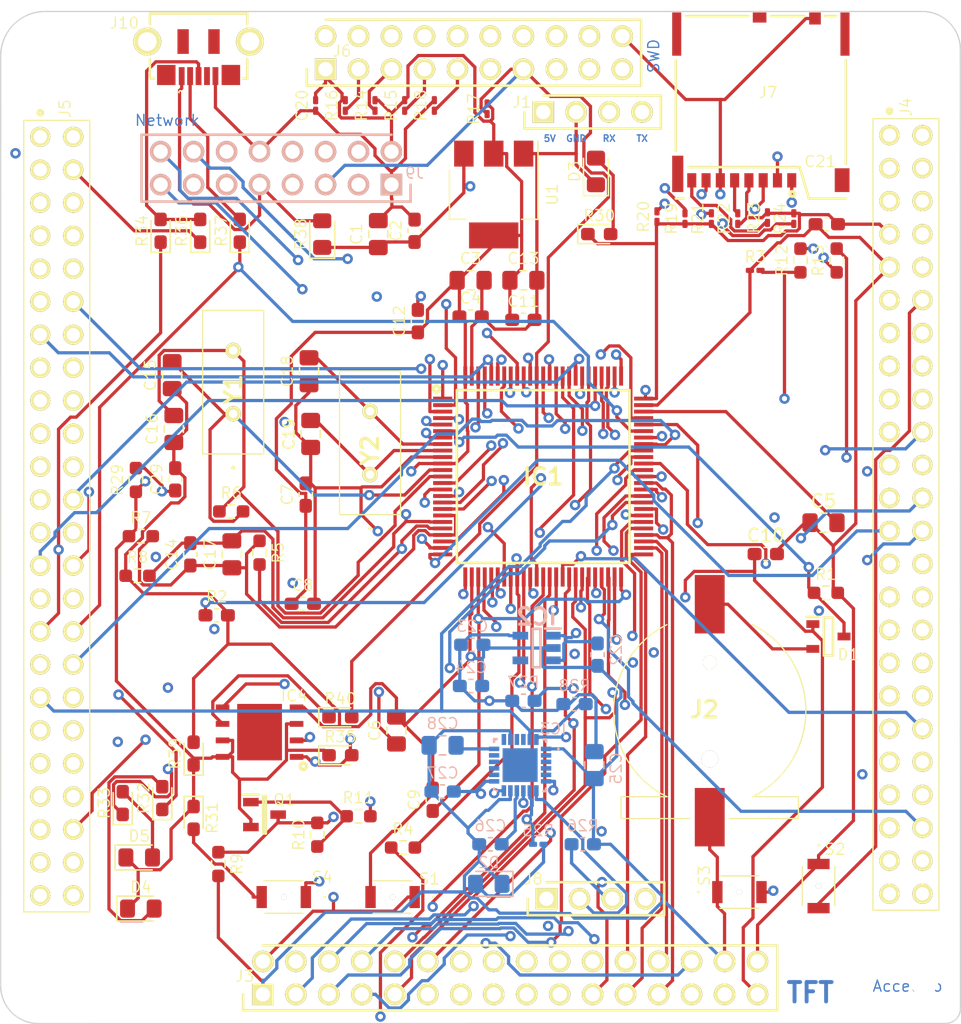
<source format=kicad_pcb>
(kicad_pcb (version 20211014) (generator pcbnew)
  (layers (0 "F.Cu" signal) (1 "In1.Cu" signal) (2 "In2.Cu" signal) (31 "B.Cu" signal) (34 "B.Paste" user) (35 "F.Paste" user) (36 "B.SilkS" user "B.Silkscreen") (37 "F.SilkS" user "F.Silkscreen") (38 "B.Mask" user) (39 "F.Mask" user) (44 "Edge.Cuts" user))
  (net 0 "")
  (net 1 "VSS")
  (net 2 "DAT1")
  (net 3 "+5V")
  (net 4 "/Accelerometer/VCC")
  (net 5 "RST")
  (net 6 "VBAT")
  (net 7 "Net-(D1-Pad2)")
  (net 8 "Net-(D2-Pad2)")
  (net 9 "Net-(D3-Pad2)")
  (net 10 "Net-(D4-Pad2)")
  (net 11 "Net-(D5-Pad2)")
  (net 12 "PE1")
  (net 13 "PE0")
  (net 14 "PB9")
  (net 15 "PB8")
  (net 16 "BOOT0")
  (net 17 "PB7")
  (net 18 "PB6")
  (net 19 "PB5")
  (net 20 "PB4")
  (net 21 "PB3")
  (net 22 "PD7")
  (net 23 "PD6")
  (net 24 "PD5")
  (net 25 "PD4")
  (net 26 "PD3")
  (net 27 "PD2")
  (net 28 "PD1")
  (net 29 "PD0")
  (net 30 "PC12")
  (net 31 "PC11")
  (net 32 "PC10")
  (net 33 "PA15")
  (net 34 "PA14")
  (net 35 "PA13")
  (net 36 "PA12")
  (net 37 "PA11")
  (net 38 "PA10")
  (net 39 "PA9")
  (net 40 "PA8")
  (net 41 "PC9")
  (net 42 "PC8")
  (net 43 "PC7")
  (net 44 "PC6")
  (net 45 "PB15")
  (net 46 "PD14")
  (net 47 "PD13")
  (net 48 "PD12")
  (net 49 "PD11")
  (net 50 "PD10")
  (net 51 "PD9")
  (net 52 "PD8")
  (net 53 "PB14")
  (net 54 "PB13")
  (net 55 "PB12")
  (net 56 "PB11")
  (net 57 "PB10")
  (net 58 "PE15")
  (net 59 "PE14")
  (net 60 "PE13")
  (net 61 "PE12")
  (net 62 "PE11")
  (net 63 "PE10")
  (net 64 "PE9")
  (net 65 "PE8")
  (net 66 "PE7")
  (net 67 "PB2")
  (net 68 "PB1")
  (net 69 "PB0")
  (net 70 "PC5")
  (net 71 "PC4")
  (net 72 "PA7")
  (net 73 "PA6")
  (net 74 "PA5")
  (net 75 "PA4")
  (net 76 "PA3")
  (net 77 "PA2")
  (net 78 "PA1")
  (net 79 "PA0")
  (net 80 "/CPU/VDDA")
  (net 81 "VREF+")
  (net 82 "VREF-")
  (net 83 "PC3")
  (net 84 "PC2")
  (net 85 "PC1")
  (net 86 "PC0")
  (net 87 "PC13")
  (net 88 "PE6")
  (net 89 "PE5")
  (net 90 "PE4")
  (net 91 "PE3")
  (net 92 "PE2")
  (net 102 "AD0")
  (net 103 "XCL")
  (net 104 "XDA")
  (net 110 "Net-(IC4-Pad6)")
  (net 112 "Net-(J3-Pad28)")
  (net 113 "Net-(J3-Pad27)")
  (net 114 "PD15")
  (net 115 "Net-(J5-Pad6)")
  (net 116 "Net-(J5-Pad5)")
  (net 121 "Net-(J7-Pad8)")
  (net 122 "Net-(J7-Pad7)")
  (net 123 "Net-(J7-Pad5)")
  (net 124 "Net-(J7-Pad3)")
  (net 125 "Net-(J7-Pad2)")
  (net 126 "Net-(J7-Pad1)")
  (net 127 "VBUS")
  (net 135 "Net-(J10-Pad3)")
  (net 136 "Net-(J10-Pad2)")
  (net 137 "Net-(Q1-Pad1)")
  (net 138 "Net-(C5-Pad2)")
  (net 139 "Net-(C6-Pad1)")
  (net 140 "Net-(C15-Pad2)")
  (net 141 "Net-(C16-Pad2)")
  (net 142 "Net-(C26-Pad1)")
  (net 143 "Net-(C18-Pad2)")
  (net 144 "Net-(C19-Pad2)")
  (net 145 "Net-(C28-Pad1)")
  (net 146 "Net-(R31-Pad2)")
  (footprint "KiCad:TSW-124-XX-YY-D" (layer "F.Cu") (at 100.457 71.628 -90)
    (fp_text reference "J5")
    (fp_text value "TSW-124-07-F-D" hide)
  )
  (footprint "MountingHole:MountingHole_2.2mm_M2" (layer "F.Cu") (at 101.473 136.271)
    (fp_text reference "H3" hide)
    (fp_text value "MountingHole" hide)
  )
  (footprint "Resistor_SMD:R_0201_0603Metric_Pad0.64x0.40mm_HandSolder" (layer "F.Cu") (at 123.952 69.215 90)
    (fp_text reference "R16")
    (fp_text value "10K" hide)
  )
  (footprint "Capacitor_SMD:C_0201_0603Metric_Pad0.64x0.40mm_HandSolder" (layer "F.Cu") (at 121.666 69.215 90)
    (fp_text reference "C20")
    (fp_text value "104" hide)
  )
  (footprint "Resistor_SMD:R_0603_1608Metric_Pad0.98x0.95mm_HandSolder" (layer "F.Cu") (at 160.966 106.746)
    (fp_text reference "R1")
    (fp_text value "104" hide)
  )
  (footprint "Capacitor_SMD:C_0603_1608Metric_Pad1.08x0.95mm_HandSolder" (layer "F.Cu") (at 133.604 85.471)
    (fp_text reference "C4")
    (fp_text value "104" hide)
  )
  (footprint "KiCad:SOT96P237X111-3N" (layer "F.Cu") (at 161.163 110.109)
    (fp_text reference "D1")
    (fp_text value "BAT54CLT3G" hide)
  )
  (footprint "Resistor_SMD:R_0201_0603Metric_Pad0.64x0.40mm_HandSolder" (layer "F.Cu") (at 134.874 69.469 90)
    (fp_text reference "R17")
    (fp_text value "10K" hide)
  )
  (footprint "Capacitor_SMD:C_0805_2012Metric_Pad1.18x1.45mm_HandSolder" (layer "F.Cu") (at 133.604 82.677)
    (fp_text reference "C3")
    (fp_text value "106" hide)
  )
  (footprint "Resistor_SMD:R_0201_0603Metric_Pad0.64x0.40mm_HandSolder" (layer "F.Cu") (at 156.464 77.851 90)
    (fp_text reference "R23")
    (fp_text value "10K" hide)
  )
  (footprint "Capacitor_SMD:C_0805_2012Metric_Pad1.18x1.45mm_HandSolder" (layer "F.Cu") (at 110.744 94.1295 90)
    (fp_text reference "C16")
    (fp_text value "22P" hide)
  )
  (footprint "LED_SMD:LED_0603_1608Metric_Pad1.05x0.95mm_HandSolder" (layer "F.Cu") (at 143.51 79.121)
    (fp_text reference "R30")
    (fp_text value "510" hide)
  )
  (footprint "LED_SMD:LED_0805_2012Metric_Pad1.15x1.40mm_HandSolder" (layer "F.Cu") (at 108.077 127.127)
    (fp_text reference "D5")
    (fp_text value "LED" hide)
  )
  (footprint "Resistor_SMD:R_0201_0603Metric_Pad0.64x0.40mm_HandSolder" (layer "F.Cu") (at 128.524 69.215 90)
    (fp_text reference "R15")
    (fp_text value "10K" hide)
  )
  (footprint "KiCad:SON127P600X500X80-9N-D" (layer "F.Cu") (at 117.348 117.475 180)
    (fp_text reference "IC4")
    (fp_text value "W25Q16JVZPIQ" hide)
  )
  (footprint "Resistor_SMD:R_0201_0603Metric_Pad0.64x0.40mm_HandSolder" (layer "F.Cu") (at 150.114 77.9265 90)
    (fp_text reference "R19")
    (fp_text value "10K" hide)
  )
  (footprint "Capacitor_SMD:C_0603_1608Metric_Pad1.08x0.95mm_HandSolder" (layer "F.Cu") (at 114.046 108.4805)
    (fp_text reference "R2")
    (fp_text value "10K" hide)
  )
  (footprint "MountingHole:MountingHole_2.2mm_M2" (layer "F.Cu") (at 101.473 65.659)
    (fp_text reference "H1" hide)
    (fp_text value "MountingHole" hide)
  )
  (footprint "Resistor_SMD:R_0201_0603Metric_Pad0.64x0.40mm_HandSolder" (layer "F.Cu") (at 152.146 77.9265 90)
    (fp_text reference "R21")
    (fp_text value "10K" hide)
  )
  (footprint "KiCad:S8411-45R_1" (layer "F.Cu") (at 152.019 115.824)
    (fp_text reference "J2")
    (fp_text value "S8411-45R" hide)
  )
  (footprint "Capacitor_SMD:C_0603_1608Metric_Pad1.08x0.95mm_HandSolder" (layer "F.Cu") (at 129.54 85.8255 90)
    (fp_text reference "C12")
    (fp_text value "104" hide)
  )
  (footprint "KiCad:HDRV4W64P0X254_1X4_1016X254X834P" (layer "F.Cu") (at 139.192 69.723)
    (fp_text reference "J1")
    (fp_text value "M20-9770446" hide)
  )
  (footprint "Capacitor_SMD:C_0805_2012Metric_Pad1.18x1.45mm_HandSolder" (layer "F.Cu") (at 121.158 89.6845 90)
    (fp_text reference "C18")
    (fp_text value "12P" hide)
  )
  (footprint "Resistor_SMD:R_0201_0603Metric_Pad0.64x0.40mm_HandSolder" (layer "F.Cu") (at 130.81 69.215 90)
    (fp_text reference "R18")
    (fp_text value "10K" hide)
  )
  (footprint "Resistor_SMD:R_0603_1608Metric_Pad0.98x0.95mm_HandSolder" (layer "F.Cu") (at 115.1655 100.4795)
    (fp_text reference "R6")
    (fp_text value "1M" hide)
  )
  (footprint "MountingHole:MountingHole_2.2mm_M2" (layer "F.Cu") (at 167.513 65.151)
    (fp_text reference "H2" hide)
    (fp_text value "MountingHole" hide)
  )
  (footprint "Capacitor_SMD:C_0805_2012Metric_Pad1.18x1.45mm_HandSolder" (layer "F.Cu") (at 121.285 94.5105 90)
    (fp_text reference "C19")
    (fp_text value "12P" hide)
  )
  (footprint "Resistor_SMD:R_0201_0603Metric_Pad0.64x0.40mm_HandSolder" (layer "F.Cu") (at 155.5235 81.915)
    (fp_text reference "R3")
    (fp_text value "10K" hide)
  )
  (footprint "Capacitor_SMD:C_0603_1608Metric_Pad1.08x0.95mm_HandSolder" (layer "F.Cu") (at 129.286 78.867 90)
    (fp_text reference "C2")
    (fp_text value "104" hide)
  )
  (footprint "KiCad:SOT96P240X110-3N" (layer "F.Cu") (at 117.729 123.825)
    (fp_text reference "Q1")
    (fp_text value "Y2 SOT23" hide)
  )
  (footprint "KiCad:LFXTAL057135Bulk" (layer "F.Cu") (at 115.316 92.964 90)
    (fp_text reference "Y1")
    (fp_text value "8M" hide)
  )
  (footprint "Capacitor_SMD:C_0805_2012Metric_Pad1.18x1.45mm_HandSolder" (layer "F.Cu") (at 115.2125 103.7815 90)
    (fp_text reference "C17")
    (fp_text value "106" hide)
  )
  (footprint "KiCad:B3U1000PMB" (layer "F.Cu") (at 119.211 130.175)
    (fp_text reference "S4")
    (fp_text value "B3U-1000PM-B" hide)
  )
  (footprint "Capacitor_SMD:C_0603_1608Metric_Pad1.08x0.95mm_HandSolder" (layer "F.Cu") (at 137.668 85.725)
    (fp_text reference "C11")
    (fp_text value "104" hide)
  )
  (footprint "Capacitor_SMD:C_0603_1608Metric_Pad1.08x0.95mm_HandSolder" (layer "F.Cu") (at 110.853 98.004 90)
    (fp_text reference "C29")
    (fp_text value "104" hide)
  )
  (footprint "Capacitor_SMD:C_0805_2012Metric_Pad1.18x1.45mm_HandSolder" (layer "F.Cu") (at 127.889 117.348 90)
    (fp_text reference "C6")
    (fp_text value "106" hide)
  )
  (footprint "LED_SMD:LED_0603_1608Metric_Pad1.05x0.95mm_HandSolder" (layer "F.Cu") (at 115.824 78.867 90)
    (fp_text reference "R37")
    (fp_text value "22" hide)
  )
  (footprint "KiCad:HDRV20W64P254_2X10_2540X508X838P" (layer "F.Cu") (at 122.428 66.421)
    (fp_text reference "J6")
    (fp_text value "M20-9761042" hide)
  )
  (footprint "Capacitor_SMD:C_0805_2012Metric_Pad1.18x1.45mm_HandSolder" (layer "F.Cu") (at 137.668 82.677)
    (fp_text reference "C13")
    (fp_text value "106" hide)
  )
  (footprint "LED_SMD:LED_0603_1608Metric_Pad1.05x0.95mm_HandSolder" (layer "F.Cu") (at 106.807 122.936 90)
    (fp_text reference "R33")
    (fp_text value "510" hide)
  )
  (footprint "Capacitor_SMD:C_0603_1608Metric_Pad1.08x0.95mm_HandSolder" (layer "F.Cu") (at 112.014 103.7815 90)
    (fp_text reference "C14")
    (fp_text value "104" hide)
  )
  (footprint "LED_SMD:LED_0603_1608Metric_Pad1.05x0.95mm_HandSolder" (layer "F.Cu") (at 112.776 78.867 90)
    (fp_text reference "R36")
    (fp_text value "1.5K" hide)
  )
  (footprint "Resistor_SMD:R_0201_0603Metric_Pad0.64x0.40mm_HandSolder" (layer "F.Cu") (at 154.178 77.9265 90)
    (fp_text reference "R22")
    (fp_text value "10K" hide)
  )
  (footprint "LED_SMD:LED_0805_2012Metric_Pad1.15x1.40mm_HandSolder" (layer "F.Cu") (at 122.174 79.121 90)
    (fp_text reference "R38")
    (fp_text value "500mA" hide)
  )
  (footprint "Package_TO_SOT_SMD:SOT-223-3_TabPin2" (layer "F.Cu") (at 135.382 76.073 -90)
    (fp_text reference "U1")
    (fp_text value "AMS1117-3.3" hide)
  )
  (footprint "Capacitor_SMD:C_0805_2012Metric_Pad1.18x1.45mm_HandSolder" (layer "F.Cu") (at 160.782 101.346)
    (fp_text reference "C5")
    (fp_text value "106")
  )
  (footprint "Capacitor_SMD:C_0805_2012Metric_Pad1.18x1.45mm_HandSolder" (layer "F.Cu") (at 110.617 89.9815 90)
    (fp_text reference "C15")
    (fp_text value "22P" hide)
  )
  (footprint "Resistor_SMD:R_0603_1608Metric_Pad0.98x0.95mm_HandSolder" (layer "F.Cu") (at 121.793 125.3725 90)
    (fp_text reference "R10")
    (fp_text value "NC" hide)
  )
  (footprint "KiCad:503398-1892" (layer "F.Cu") (at 162.506 76.382 180)
    (fp_text reference "J7")
    (fp_text value "503398-1892" hide)
  )
  (footprint "KiCad:B3U1000PMB" (layer "F.Cu") (at 160.401 129.328 90)
    (fp_text reference "S2")
    (fp_text value "B3U-1000PM-B" hide)
  )
  (footprint "Capacitor_SMD:C_0805_2012Metric_Pad1.18x1.45mm_HandSolder" (layer "F.Cu") (at 126.492 79.121 90)
    (fp_text reference "C1")
    (fp_text value "106" hide)
  )
  (footprint "Resistor_SMD:R_0603_1608Metric_Pad0.98x0.95mm_HandSolder" (layer "F.Cu") (at 128.397 126.365)
    (fp_text reference "R4")
    (fp_text value "1.5K" hide)
  )
  (footprint "LED_SMD:LED_0603_1608Metric_Pad1.05x0.95mm_HandSolder" (layer "F.Cu") (at 109.728 78.867 90)
    (fp_text reference "R34")
    (fp_text value "22" hide)
  )
  (footprint "KiCad:LFXTAL057135Bulk" (layer "F.Cu") (at 125.857 97.6405 90)
    (fp_text reference "Y2")
    (fp_text value "32.768K" hide)
  )
  (footprint "LED_SMD:LED_0805_2012Metric_Pad1.15x1.40mm_HandSolder" (layer "F.Cu") (at 108.204 131.064)
    (fp_text reference "D4")
    (fp_text value "LED" hide)
  )
  (footprint "Resistor_SMD:R_0201_0603Metric_Pad0.64x0.40mm_HandSolder" (layer "F.Cu") (at 126.238 69.215 90)
    (fp_text reference "R14")
    (fp_text value "10K" hide)
  )
  (footprint "KiCad:QFP50P1600X1600X160-100N" (layer "F.Cu") (at 139.192 97.79)
    (fp_text reference "IC1")
    (fp_text value "STM32F407VET6" hide)
  )
  (footprint "Capacitor_SMD:C_0603_1608Metric_Pad1.08x0.95mm_HandSolder" (layer "F.Cu") (at 156.337 103.759)
    (fp_text reference "C10")
    (fp_text value "104")
  )
  (footprint "KiCad:TSW-124-XX-YY-D" (layer "F.Cu") (at 165.862 71.501 -90)
    (fp_text reference "J4")
    (fp_text value "TSW-124-07-F-D" hide)
  )
  (footprint "Resistor_SMD:R_0603_1608Metric_Pad0.98x0.95mm_HandSolder" (layer "F.Cu") (at 108.204 102.3845)
    (fp_text reference "R7")
    (fp_text value "104" hide)
  )
  (footprint "Capacitor_SMD:C_0603_1608Metric_Pad1.08x0.95mm_HandSolder" (layer "F.Cu") (at 130.683 122.682 90)
    (fp_text reference "C9")
    (fp_text value "104" hide)
  )
  (footprint "KiCad:B3U1000PMB" (layer "F.Cu") (at 154.305 129.794 180)
    (fp_text reference "S3")
    (fp_text value "B3U-1000PM-B" hide)
  )
  (footprint "LED_SMD:LED_0603_1608Metric_Pad1.05x0.95mm_HandSolder" (layer "F.Cu") (at 112.268 119.126 90)
    (fp_text reference "R39")
    (fp_text value "22R" hide)
  )
  (footprint "KiCad:HDRV4W64P0X254_1X4_1016X254X834P" (layer "F.Cu") (at 139.446 130.302)
    (fp_text reference "J8")
    (fp_text value "M20-9770446" hide)
  )
  (footprint "Resistor_SMD:R_0603_1608Metric_Pad0.98x0.95mm_HandSolder" (layer "F.Cu") (at 124.968 123.952)
    (fp_text reference "R11")
    (fp_text value "1.5K" hide)
  )
  (footprint "LED_SMD:LED_0603_1608Metric_Pad1.05x0.95mm_HandSolder" (layer "F.Cu") (at 109.855 122.555 90)
    (fp_text reference "R32")
    (fp_text value "510" hide)
  )
  (footprint "LED_SMD:LED_0603_1608Metric_Pad1.05x0.95mm_HandSolder" (layer "F.Cu") (at 123.571 116.332)
    (fp_text reference "R40")
    (fp_text value "22R" hide)
  )
  (footprint "LED_SMD:LED_0603_1608Metric_Pad1.05x0.95mm_HandSolder" (layer "F.Cu") (at 112.268 124.079 -90)
    (fp_text reference "R31")
    (fp_text value "10K" hide)
  )
  (footprint "Resistor_SMD:R_0603_1608Metric_Pad0.98x0.95mm_HandSolder" (layer "F.Cu") (at 114.173 127.635 -90)
    (fp_text reference "R9")
    (fp_text value "1.5K" hide)
  )
  (footprint "KiCad:B3U1000PMB" (layer "F.Cu") (at 127.593 130.175)
    (fp_text reference "S1")
    (fp_text value "B3U-1000PM-B" hide)
  )
  (footprint "Resistor_SMD:R_0603_1608Metric_Pad0.98x0.95mm_HandSolder" (layer "F.Cu") (at 107.823 98.054 90)
    (fp_text reference "R29")
    (fp_text value "10K" hide)
  )
  (footprint "KiCad:1051640001" (layer "F.Cu") (at 112.649 64.643)
    (fp_text reference "J10")
    (fp_text value "105164-0001" hide)
  )
  (footprint "Resistor_SMD:R_0603_1608Metric_Pad0.98x0.95mm_HandSolder" (layer "F.Cu") (at 107.95 105.4325)
    (fp_text reference "R8")
    (fp_text value "104" hide)
  )
  (footprint "KiCad:HDRV32W63P254_2X16_4114X500X860P" (layer "F.Cu") (at 117.602 137.668)
    (fp_text reference "J3")
    (fp_text value "1-826942-6" hide)
  )
  (footprint "Capacitor_SMD:C_0603_1608Metric_Pad1.08x0.95mm_HandSolder" (layer "F.Cu") (at 120.6765 107.5915)
    (fp_text reference "C8")
    (fp_text value "104" hide)
  )
  (footprint "Resistor_SMD:R_0201_0603Metric_Pad0.64x0.40mm_HandSolder" (layer "F.Cu") (at 147.955 77.7755 90)
    (fp_text reference "R20")
    (fp_text value "10K" hide)
  )
  (footprint "Resistor_SMD:R_0201_0603Metric_Pad0.64x0.40mm_HandSolder" (layer "F.Cu") (at 158.496 77.9265 90)
    (fp_text reference "R24")
    (fp_text value "10K" hide)
  )
  (footprint "LED_SMD:LED_0603_1608Metric_Pad1.05x0.95mm_HandSolder" (layer "F.Cu") (at 123.571 119.253)
    (fp_text reference "R35")
    (fp_text value "10K" hide)
  )
  (footprint "Resistor_SMD:R_0603_1608Metric_Pad0.98x0.95mm_HandSolder" (layer "F.Cu") (at 117.348 103.6545 -90)
    (fp_text reference "R5")
    (fp_text value "0R" hide)
  )
  (footprint "Resistor_SMD:R_0603_1608Metric_Pad0.98x0.95mm_HandSolder" (layer "F.Cu") (at 159.004 81.153 90)
    (fp_text reference "R12")
    (fp_text value "510R" hide)
  )
  (footprint "MountingHole:MountingHole_2.2mm_M2" (layer "F.Cu") (at 168.529 136.652)
    (fp_text reference "H4" hide)
    (fp_text value "MountingHole" hide)
  )
  (footprint "Capacitor_SMD:C_0603_1608Metric_Pad1.08x0.95mm_HandSolder" (layer "F.Cu") (at 120.904 99.183 90)
    (fp_text reference "C7")
    (fp_text value "104" hide)
  )
  (footprint "Resistor_SMD:R_0603_1608Metric_Pad0.98x0.95mm_HandSolder" (layer "F.Cu") (at 161.798 81.153 90)
    (fp_text reference "R13")
    (fp_text value "510R" hide)
  )
  (footprint "LED_SMD:LED_0805_2012Metric_Pad1.15x1.40mm_HandSolder" (layer "F.Cu") (at 143.256 74.295 90)
    (fp_text reference "D3")
    (fp_text value "LED" hide)
  )
  (footprint "Capacitor_SMD:C_0603_1608Metric_Pad1.08x0.95mm_HandSolder" (layer "F.Cu") (at 161.036 78.359)
    (fp_text reference "C21")
    (fp_text value "104" hide)
  )
  (footprint "Capacitor_SMD:C_0805_2012Metric_Pad1.18x1.45mm_HandSolder" (layer "B.Cu") (at 131.445 118.491 180)
    (fp_text reference "C28")
    (fp_text value "2200pF" hide)
  )
  (footprint "KiCad:SOT95P282X130-5N" (layer "B.Cu") (at 138.684 110.998 180)
    (fp_text reference "IC2")
    (fp_text value "AP2112K-3.3TRG1" hide)
  )
  (footprint "Capacitor_SMD:C_0603_1608Metric_Pad1.08x0.95mm_HandSolder" (layer "B.Cu") (at 133.731 110.744 180)
    (fp_text reference "C23")
    (fp_text value "10uF" hide)
  )
  (footprint "Capacitor_SMD:C_0603_1608Metric_Pad1.08x0.95mm_HandSolder" (layer "B.Cu") (at 142.24 126.111 180)
    (fp_text reference "R26")
    (fp_text value "4.7K" hide)
  )
  (footprint "KiCad:MPU6050" (layer "B.Cu") (at 137.414 120.015 180)
    (fp_text reference "IC3")
    (fp_text value "MPU6050" hide)
  )
  (footprint "Capacitor_SMD:C_0603_1608Metric_Pad1.08x0.95mm_HandSolder" (layer "B.Cu") (at 131.445 122.047 180)
    (fp_text reference "C27")
    (fp_text value "0.1uF" hide)
  )
  (footprint "Capacitor_SMD:C_0603_1608Metric_Pad1.08x0.95mm_HandSolder" (layer "B.Cu") (at 143.383 111.506 90)
    (fp_text reference "C22")
    (fp_text value "4.7uF" hide)
  )
  (footprint "LED_SMD:LED_0805_2012Metric_Pad1.15x1.40mm_HandSolder" (layer "B.Cu") (at 135.001 129.159 180)
    (fp_text reference "D2")
    (fp_text value "LED" hide)
  )
  (footprint "Resistor_SMD:R_0201_0603Metric_Pad0.64x0.40mm_HandSolder" (layer "B.Cu") (at 138.811 126.111 180)
    (fp_text reference "R25")
    (fp_text value "1K" hide)
  )
  (footprint "KiCad:HDRV16W64P254_2X8_2032X500X885P" (layer "B.Cu") (at 127.508 75.311 180)
    (fp_text reference "J9")
    (fp_text value "G800LS588010THR" hide)
  )
  (footprint "Capacitor_SMD:C_0603_1608Metric_Pad1.08x0.95mm_HandSolder" (layer "B.Cu") (at 137.668 115.062 180)
    (fp_text reference "R27")
    (fp_text value "4.7K" hide)
  )
  (footprint "Capacitor_SMD:C_0603_1608Metric_Pad1.08x0.95mm_HandSolder" (layer "B.Cu") (at 141.605 115.316 180)
    (fp_text reference "R28")
    (fp_text value "4.7K" hide)
  )
  (footprint "Capacitor_SMD:C_0805_2012Metric_Pad1.18x1.45mm_HandSolder" (layer "B.Cu") (at 143.129 120.015 90)
    (fp_text reference "C25")
    (fp_text value "0.01uF" hide)
  )
  (footprint "Capacitor_SMD:C_0603_1608Metric_Pad1.08x0.95mm_HandSolder" (layer "B.Cu") (at 133.6305 113.919 180)
    (fp_text reference "C24")
    (fp_text value "0.1uF" hide)
  )
  (footprint "Capacitor_SMD:C_0603_1608Metric_Pad1.08x0.95mm_HandSolder" (layer "B.Cu") (at 135.128 126.111 180)
    (fp_text reference "C26")
    (fp_text value "0.1uF" hide)
  )
  (gr_arc (start 97.409 65.405) (mid 98.413331 62.980331) (end 100.838 61.976) (layer "Edge.Cuts") (width 0.1))
  (gr_arc (start 171.330033 138.759804) (mid 170.993196 139.573) (end 170.18 139.909837) (layer "Edge.Cuts") (width 0.1))
  (gr_line (start 100.838 61.976) (end 168.402 61.976) (layer "Edge.Cuts") (width 0.1))
  (gr_arc (start 100.33 139.921349) (mid 98.26259 139.065) (end 97.406241 136.99759) (layer "Edge.Cuts") (width 0.1))
  (gr_line (start 171.330033 138.759804) (end 171.323 64.897) (layer "Edge.Cuts") (width 0.1))
  (gr_line (start 170.18 139.909837) (end 100.33 139.921349) (layer "Edge.Cuts") (width 0.1))
  (gr_line (start 97.406241 136.99759) (end 97.409 65.405) (layer "Edge.Cuts") (width 0.1))
  (gr_arc (start 168.402 61.976) (mid 170.467459 62.831541) (end 171.323 64.897) (layer "Edge.Cuts") (width 0.1))
  (gr_text "Accelero" (at 167.259 137.033) (layer "B.Cu") (effects (font (size 0.85 0.85) (thickness 0.1))))
  (gr_text "Network" (at 110.236 70.358) (layer "B.Cu") (effects (font (size 0.85 0.85) (thickness 0.1))))
  (gr_text "RX" (at 144.272 71.755) (layer "B.Cu") (effects (font (size 0.5 0.5) (thickness 0.1))))
  (gr_text "TFT" (at 159.766 137.541) (layer "B.Cu") (effects (font (size 1.5 1.5) (thickness 0.3))))
  (gr_text "TX" (at 146.812 71.755) (layer "B.Cu") (effects (font (size 0.5 0.5) (thickness 0.1))))
  (gr_text "SWD" (at 147.701 65.405 90) (layer "B.Cu") (effects (font (size 0.85 0.85) (thickness 0.1))))
  (gr_text "5V" (at 139.7 71.755) (layer "B.Cu") (effects (font (size 0.5 0.5) (thickness 0.1))))
  (gr_text "GND" (at 141.732 71.755) (layer "B.Cu") (effects (font (size 0.5 0.5) (thickness 0.1))))
  (segment (start 110.853 97.1415) (end 111.5971 97.8856) (width 0.25) (layer "F.Cu") (net 1))
  (segment (start 159.2981 79.2344) (end 160.1735 78.359) (width 0.25) (layer "F.Cu") (net 1))
  (segment (start 114.9085 108.285) (end 113.4399 106.8164) (width 0.25) (layer "F.Cu") (net 1))
  (segment (start 161.8785 106.746) (end 163.0899 107.9574) (width 0.25) (layer "F.Cu") (net 1))
  (segment (start 134.6415 82.677) (end 134.4665 82.852) (width 0.25) (layer "F.Cu") (net 1))
  (segment (start 110.5299 99.8255) (end 108.328 102.0274) (width 0.25) (layer "F.Cu") (net 1))
  (segment (start 107.0375 103.7984) (end 107.0375 105.4325) (width 0.25) (layer "F.Cu") (net 1))
  (segment (start 128.583 73.2955) (end 127.6425 74.236) (width 0.25) (layer "F.Cu") (net 1))
  (segment (start 125.9102 114.1141) (end 125.9102 116.1174) (width 0.25) (layer "F.Cu") (net 1))
  (segment (start 113.4399 106.8164) (end 108.4214 106.8164) (width 0.25) (layer "F.Cu") (net 1))
  (segment (start 134.4665 82.852) (end 134.4665 85.471) (width 0.25) (layer "F.Cu") (net 1))
  (segment (start 127.889 116.3105) (end 127.889 114.836) (width 0.25) (layer "F.Cu") (net 1))
  (segment (start 127.508 75.311) (end 127.508 76.386) (width 0.25) (layer "F.Cu") (net 1))
  (segment (start 126.7428 98.5898) (end 125.2375 98.5898) (width 0.25) (layer "F.Cu") (net 1))
  (segment (start 125.893 126.8023) (end 127.5819 125.1134) (width 0.25) (layer "F.Cu") (net 1))
  (segment (start 121.666 69.6225) (end 123.4828 71.4393) (width 0.25) (layer "F.Cu") (net 1))
  (segment (start 159.3481 101.346) (end 157.1995 103.4946) (width 0.25) (layer "F.Cu") (net 1))
  (segment (start 127.889 114.836) (end 126.7983 113.7453) (width 0.25) (layer "F.Cu") (net 1))
  (segment (start 108.328 102.0274) (end 108.328 102.5079) (width 0.25) (layer "F.Cu") (net 1))
  (segment (start 160.1735 78.359) (end 161.191 79.3765) (width 0.25) (layer "F.Cu") (net 1))
  (segment (start 111.7317 94.1793) (end 110.744 95.167) (width 0.25) (layer "F.Cu") (net 1))
  (segment (start 161.5351 103.1366) (end 159.7445 101.346) (width 0.25) (layer "F.Cu") (net 1))
  (segment (start 125.1641 98.6632) (end 125.1641 100.7054) (width 0.25) (layer "F.Cu") (net 1))
  (segment (start 153.162 135.128) (end 153.162 131.451) (width 0.25) (layer "F.Cu") (net 1))
  (segment (start 127.6425 74.236) (end 127.508 74.236) (width 0.25) (layer "F.Cu") (net 1))
  (segment (start 153.186 68.757) (end 152.836 68.757) (width 0.25) (layer "F.Cu") (net 1))
  (segment (start 152.019 124.024) (end 152.019 126.524) (width 0.25) (layer "F.Cu") (net 1))
  (segment (start 114.173 133.2984) (end 114.173 128.5475) (width 0.25) (layer "F.Cu") (net 1))
  (segment (start 160.401 127.635) (end 155.702 132.334) (width 0.25) (layer "F.Cu") (net 1))
  (segment (start 123.5018 117.0494) (end 123.5018 115.9482) (width 0.25) (layer "F.Cu") (net 1))
  (segment (start 147.9869 92.29) (end 146.93 92.29) (width 0.25) (layer "F.Cu") (net 1))
  (segment (start 120.754926 115.57) (end 122.234326 117.0494) (width 0.25) (layer "F.Cu") (net 1))
  (segment (start 131.454 96.29) (end 129.0426 96.29) (width 0.25) (layer "F.Cu") (net 1))
  (segment (start 135.4533 86.4386) (end 134.4857 85.471) (width 0.25) (layer "F.Cu") (net 1))
  (segment (start 117.602 137.668) (end 117.602 136.593) (width 0.25) (layer "F.Cu") (net 1))
  (segment (start 126.238 72.5361) (end 126.238 73.0729) (width 0.25) (layer "F.Cu") (net 1))
  (segment (start 152.605 127.11) (end 152.019 126.524) (width 0.25) (layer "F.Cu") (net 1))
  (segment (start 127.4011 74.236) (end 127.508 74.236) (width 0.25) (layer "F.Cu") (net 1))
  (segment (start 124.9782 117.0494) (end 123.5018 117.0494) (width 0.25) (layer "F.Cu") (net 1))
  (segment (start 161.191 79.3765) (end 163.5775 79.3765) (width 0.25) (layer "F.Cu") (net 1))
  (segment (start 163.0899 107.9574) (end 163.0899 124.2891) (width 0.25) (layer "F.Cu") (net 1))
  (segment (start 108.328 102.5079) (end 107.0375 103.7984) (width 0.25) (layer "F.Cu") (net 1))
  (segment (start 114.9085 108.4805) (end 114.9085 108.285) (width 0.25) (layer "F.Cu") (net 1))
  (segment (start 138.7055 85.55) (end 138.7055 82.677) (width 0.25) (layer "F.Cu") (net 1))
  (segment (start 138.5305 85.725) (end 138.7055 85.55) (width 0.25) (layer "F.Cu") (net 1))
  (segment (start 111.5971 99.342) (end 111.1136 99.8255) (width 0.25) (layer "F.Cu") (net 1))
  (segment (start 133.5926 111.6545) (end 133.6171 111.6545) (width 0.25) (layer "F.Cu") (net 1))
  (segment (start 127.508 75.311) (end 127.508 74.236) (width 0.25) (layer "F.Cu") (net 1))
  (segment (start 163.27 84.253) (end 163.27 101.4017) (width 0.25) (layer "F.Cu") (net 1))
  (segment (start 155.116 85.1609) (end 147.9869 92.29) (width 0.25) (layer "F.Cu") (net 1))
  (segment (start 125.9102 116.1174) (end 124.9782 117.0494) (width 0.25) (layer "F.Cu") (net 1))
  (segment (start 165.862 81.661) (end 163.27 84.253) (width 0.25) (layer "F.Cu") (net 1))
  (segment (start 137.8169 86.4386) (end 135.4533 86.4386) (width 0.25) (layer "F.Cu") (net 1))
  (segment (start 163.5775 79.3765) (end 165.862 81.661) (width 0.25) (layer "F.Cu") (net 1))
  (segment (start 114.9085 108.4805) (end 114.9085 110.6991) (width 0.25) (layer "F.Cu") (net 1))
  (segment (start 129.54 84.1272) (end 129.7664 83.9008) (width 0.25) (layer "F.Cu") (net 1))
  (segment (start 121.158 91.313) (end 120.142 92.329) (width 0.25) (layer "F.Cu") (net 1))
  (segment (start 112.268 113.3396) (end 114.9085 110.6991) (width 0.25) (layer "F.Cu") (net 1))
  (segment (start 158.0179 79.2344) (end 159.2981 79.2344) (width 0.25) (layer "F.Cu") (net 1))
  (segment (start 125.2375 98.5898) (end 125.1641 98.6632) (width 0.25) (layer "F.Cu") (net 1))
  (segment (start 160.126 62.517) (end 159.426 62.517) (width 0.25) (layer "F.Cu") (net 1))
  (segment (start 118.2527 110.6991) (end 114.9085 110.6991) (width 0.25) (layer "F.Cu") (net 1))
  (segment (start 128.3197 77.0382) (end 129.286 78.0045) (width 0.25) (layer "F.Cu") (net 1))
  (segment (start 159.426 62.517) (end 153.186 68.757) (width 0.25) (layer "F.Cu") (net 1))
  (segment (start 133.692 108.351) (end 133.5551 108.4879) (width 0.25) (layer "F.Cu") (net 1))
  (segment (start 122.234326 117.0494) (end 123.5018 117.0494) (width 0.25) (layer "F.Cu") (net 1))
  (segment (start 128.583 71.0345) (end 128.583 73.2955) (width 0.25) (layer "F.Cu") (net 1))
  (segment (start 134.4665 85.471) (end 133.692 86.2455) (width 0.25) (layer "F.Cu") (net 1))
  (segment (start 152.836 74.982) (end 152.836 76.0536) (width 0.25) (layer "F.Cu") (net 1))
  (segment (start 126.238 73.0729) (end 127.4011 74.236) (width 0.25) (layer "F.Cu") (net 1))
  (segment (start 152.836 68.757) (end 152.836 74.982) (width 0.25) (layer "F.Cu") (net 1))
  (segment (start 138.5305 85.725) (end 137.8169 86.4386) (width 0.25) (layer "F.Cu") (net 1))
  (segment (start 133.692 105.528) (end 133.692 108.351) (width 0.25) (layer "F.Cu") (net 1))
  (segment (start 113.949 69.372) (end 117.348 72.771) (width 0.25) (layer "F.Cu") (net 1))
  (segment (start 125.893 130.175) (end 125.893 126.8023) (width 0.25) (layer "F.Cu") (net 1))
  (segment (start 138.7055 82.677) (end 138.7055 72.9465) (width 0.25) (layer "F.Cu") (net 1))
  (segment (start 161.5351 103.1366) (end 161.5351 106.4026) (width 0.25) (layer "F.Cu") (net 1))
  (segment (start 121.539 107.5915) (end 121.6277 107.5028) (width 0.25) (layer "F.Cu") (net 1))
  (segment (start 159.7445 101.346) (end 159.3481 101.346) (width 0.25) (layer "F.Cu") (net 1))
  (segment (start 152.605 130.308) (end 152.605 130.894) (width 0.25) (layer "F.Cu") (net 1))
  (segment (start 121.158 90.722) (end 121.158 91.313) (width 0.25) (layer "F.Cu") (net 1))
  (segment (start 161.5351 106.4026) (end 161.8785 106.746) (width 0.25) (layer "F.Cu") (net 1))
  (segment (start 130.683 119.1045) (end 130.683 121.8195) (width 0.25) (layer "F.Cu") (net 1))
  (segment (start 134.4857 85.471) (end 134.4665 85.471) (width 0.25) (layer "F.Cu") (net 1))
  (segment (start 127.5819 125.1134) (end 127.8019 125.1134) (width 0.25) (layer "F.Cu") (net 1))
  (segment (start 113.949 66.953) (end 113.949 69.372) (width 0.25) (layer "F.Cu") (net 1))
  (segment (start 141.732 72.923) (end 141.732 69.723) (width 0.25) (layer "F.Cu") (net 1))
  (segment (start 121.6277 107.5028) (end 121.6277 98.6632) (width 0.25) (layer "F.Cu") (net 1))
  (segment (start 152.605 130.308) (end 152.605 129.794) (width 0.25) (layer "F.Cu") (net 1))
  (segment (start 130.683 122.2323) (end 130.683 121.8195) (width 0.25) (layer "F.Cu") (net 1))
  (segment (start 125.1641 100.7054) (end 126.4557 101.997) (width 0.25) (layer "F.Cu") (net 1))
  (segment (start 110.617 91.019) (end 111.7317 92.1337) (width 0.25) (layer "F.Cu") (net 1))
  (segment (start 117.4676 136.593) (end 114.173 133.2984) (width 0.25) (layer "F.Cu") (net 1))
  (segment (start 120.4965 69.6225) (end 121.666 69.6225) (width 0.25) (layer "F.Cu") (net 1))
  (segment (start 133.5926 111.8842) (end 128.5277 116.9491) (width 0.25) (layer "F.Cu") (net 1))
  (segment (start 120.198 115.57) (end 120.754926 115.57) (width 0.25) (layer "F.Cu") (net 1))
  (segment (start 163.0899 124.2891) (end 160.401 126.978) (width 0.25) (layer "F.Cu") (net 1))
  (segment (start 117.602 136.593) (end 117.4676 136.593) (width 0.25) (layer "F.Cu") (net 1))
  (segment (start 141.732 72.923) (end 141.732 73.796) (width 0.25) (layer "F.Cu") (net 1))
  (segment (start 120.142 94.405) (end 121.285 95.548) (width 0.25) (layer "F.Cu") (net 1))
  (segment (start 127.8019 125.1134) (end 130.683 122.2323) (width 0.25) (layer "F.Cu") (net 1))
  (segment (start 125.1641 98.6632) (end 121.6277 98.6632) (width 0.25) (layer "F.Cu") (net 1))
  (segment (start 129.54 84.963) (end 129.54 84.1272) (width 0.25) (layer "F.Cu") (net 1))
  (segment (start 138.7055 72.9465) (end 138.682 72.923) (width 0.25) (layer "F.Cu") (net 1))
  (segment (start 108.4214 106.8164) (end 107.0375 105.4325) (width 0.25) (layer "F.Cu") (net 1))
  (segment (start 111.5971 97.8856) (end 111.5971 99.342) (width 0.25) (layer "F.Cu") (net 1))
  (segment (start 130.81 68.8075) (end 128.583 71.0345) (width 0.25) (layer "F.Cu") (net 1))
  (segment (start 141.732 73.796) (end 143.256 75.32) (width 0.25) (layer "F.Cu") (net 1))
  (segment (start 126.492 78.0835) (end 127.5373 77.0382) (width 0.25) (layer "F.Cu") (net 1))
  (segment (start 128.5277 116.9491) (end 130.683 119.1045) (width 0.25) (layer "F.Cu") (net 1))
  (segment (start 123.5018 115.9482) (end 118.2527 110.6991) (width 0.25) (layer "F.Cu") (net 1))
  (segment (start 117.348 72.771) (end 120.4965 69.6225) (width 0.25) (layer "F.Cu") (net 1))
  (segment (start 160.401 127.628) (end 160.401 126.978) (width 0.25) (layer "F.Cu") (net 1))
  (segment (start 123.4828 71.4393) (end 125.1412 71.4393) (width 0.25) (layer "F.Cu") (net 1))
  (segment (start 160.401 127.628) (end 160.401 127.635) (width 0.25) (layer "F.Cu") (net 1))
  (segment (start 133.5551 108.4879) (end 133.5551 111.617) (width 0.25) (layer "F.Cu") (net 1))
  (segment (start 153.162 131.451) (end 152.605 130.894) (width 0.25) (layer "F.Cu") (net 1))
  (segment (start 155.116 81.915) (end 155.116 85.1609) (width 0.25) (layer "F.Cu") (net 1))
  (segment (start 157.2358 79.7952) (end 157.4571 79.7952) (width 0.25) (layer "F.Cu") (net 1))
  (segment (start 126.7983 113.7453) (end 126.279 113.7453) (width 0.25) (layer "F.Cu") (net 1))
  (segment (start 126.279 113.7453) (end 125.9102 114.1141) (width 0.25) (layer "F.Cu") (net 1))
  (segment (start 163.27 101.4017) (end 161.5351 103.1366) (width 0.25) (layer "F.Cu") (net 1))
  (segment (start 125.1412 71.4393) (end 126.238 72.5361) (width 0.25) (layer "F.Cu") (net 1))
  (segment (start 155.702 132.334) (end 155.702 135.128) (width 0.25) (layer "F.Cu") (net 1))
  (segment (start 152.836 68.757) (end 150.164 68.757) (width 0.25) (layer "F.Cu") (net 1))
  (segment (start 150.164 68.757) (end 145.288 63.881) (width 0.25) (layer "F.Cu") (net 1))
  (segment (start 112.268 118.251) (end 112.268 113.3396) (width 0.25) (layer "F.Cu") (net 1))
  (segment (start 137.682 72.923) (end 138.682 72.923) (width 0.25) (layer "F.Cu") (net 1))
  (segment (start 152.605 129.794) (end 152.605 127.11) (width 0.25) (layer "F.Cu") (net 1))
  (segment (start 127.889 116.3105) (end 128.5277 116.9491) (width 0.25) (layer "F.Cu") (net 1))
  (segment (start 120.904 98.3205) (end 121.285 98.3205) (width 0.25) (layer "F.Cu") (net 1))
  (segment (start 155.116 81.915) (end 157.2358 79.7952) (width 0.25) (layer "F.Cu") (net 1))
  (segment (start 121.285 98.3205) (end 121.285 95.548) (width 0.25) (layer "F.Cu") (net 1))
  (segment (start 157.1995 103.4946) (end 157.1995 103.759) (width 0.25) (layer "F.Cu") (net 1))
  (segment (start 133.5551 111.617) (end 133.5926 111.6545) (width 0.25) (layer "F.Cu") (net 1))
  (segment (start 129.0426 96.29) (end 126.7428 98.5898) (width 0.25) (layer "F.Cu") (net 1))
  (segment (start 133.692 86.2455) (end 133.692 90.052) (width 0.25) (layer "F.Cu") (net 1))
  (segment (start 127.5373 77.0382) (end 128.3197 77.0382) (width 0.25) (layer "F.Cu") (net 1))
  (segment (start 157.4571 79.7952) (end 158.0179 79.2344) (width 0.25) (layer "F.Cu") (net 1))
  (segment (start 110.744 97.0325) (end 110.853 97.1415) (width 0.25) (layer "F.Cu") (net 1))
  (segment (start 110.744 95.167) (end 110.744 97.0325) (width 0.25) (layer "F.Cu") (net 1))
  (segment (start 120.142 92.329) (end 120.142 94.405) (width 0.25) (layer "F.Cu") (net 1))
  (segment (start 111.7317 92.1337) (end 111.7317 94.1793) (width 0.25) (layer "F.Cu") (net 1))
  (segment (start 127.5373 77.0382) (end 127.5373 76.4153) (width 0.25) (layer "F.Cu") (net 1))
  (segment (start 133.5926 111.6545) (end 133.5926 111.8842) (width 0.25) (layer "F.Cu") (net 1))
  (segment (start 127.5373 76.4153) (end 127.508 76.386) (width 0.25) (layer "F.Cu") (net 1))
  (segment (start 138.682 72.923) (end 141.732 72.923) (width 0.25) (layer "F.Cu") (net 1))
  (segment (start 121.6277 98.6632) (end 121.285 98.3205) (width 0.25) (layer "F.Cu") (net 1))
  (segment (start 111.1136 99.8255) (end 110.5299 99.8255) (width 0.25) (layer "F.Cu") (net 1))
  (via (at 152.836 76.0536) (size 0.8) (drill 0.4) (layers "F.Cu" "B.Cu") (net 1))
  (via (at 126.4557 101.997) (size 0.8) (drill 0.4) (layers "F.Cu" "B.Cu") (net 1))
  (via (at 133.6171 111.6545) (size 0.8) (drill 0.4) (layers "F.Cu" "B.Cu") (net 1))
  (via (at 129.7664 83.9008) (size 0.8) (drill 0.4) (layers "F.Cu" "B.Cu") (net 1))
  (segment (start 133.4047 124.8693) (end 133.4047 125.2501) (width 0.25) (layer "B.Cu") (net 1))
  (segment (start 147.1047 131.7992) (end 141.5946 131.7992) (width 0.25) (layer "B.Cu") (net 1))
  (segment (start 143.383 112.3685) (end 145.1821 114.1676) (width 0.25) (layer "B.Cu") (net 1))
  (segment (start 133.1281 129.7813) (end 133.1281 128.5359) (width 0.25) (layer "B.Cu") (net 1))
  (segment (start 131.5335 117.365) (end 130.4075 118.491) (width 0.25) (layer "B.Cu") (net 1))
  (segment (start 145.1821 114.1676) (end 145.1821 114.7899) (width 0.25) (layer "B.Cu") (net 1))
  (segment (start 139.084 112.3278) (end 139.2477 112.4915) (width 0.25) (layer "B.Cu") (net 1))
  (segment (start 141.5946 131.7992) (end 141.2443 131.4489) (width 0.25) (layer "B.Cu") (net 1))
  (segment (start 118.677 135.6525) (end 117.7365 136.593) (width 0.25) (layer "B.Cu") (net 1))
  (segment (start 143.26 112.4915) (end 143.383 112.3685) (width 0.25) (layer "B.Cu") (net 1))
  (segment (start 139.084 110.998) (end 139.084 112.3278) (width 0.25) (layer "B.Cu") (net 1))
  (segment (start 134.2655 127.3985) (end 134.2655 126.111) (width 0.25) (layer "B.Cu") (net 1))
  (segment (start 134.2655 126.1109) (end 134.2655 126.111) (width 0.25) (layer "B.Cu") (net 1))
  (segment (start 144.8574 119.3241) (end 143.129 121.0525) (width 0.25) (layer "B.Cu") (net 1))
  (segment (start 143.1025 121.0525) (end 143.0635 121.0915) (width 0.25) (layer "B.Cu") (net 1))
  (segment (start 139.2477 112.4915) (end 143.26 112.4915) (width 0.25) (layer "B.Cu") (net 1))
  (segment (start 136.664 118.04) (end 136.664 117.365) (width 0.25) (layer "B.Cu") (net 1))
  (segment (start 140.737 118.765) (end 143.0635 121.0915) (width 0.25) (layer "B.Cu") (net 1))
  (segment (start 148.469 130.4349) (end 147.1047 131.7992) (width 0.25) (layer "B.Cu") (net 1))
  (segment (start 143.0635 121.0915) (end 143.0635 126.072) (width 0.25) (layer "B.Cu") (net 1))
  (segment (start 153.162 135.128) (end 148.469 130.4349) (width 0.25) (layer "B.Cu") (net 1))
  (segment (start 134.493 113.919) (end 134.493 111.8011) (width 0.25) (layer "B.Cu") (net 1))
  (segment (start 133.4048 124.8692) (end 134.7749 123.4991) (width 0.25) (layer "B.Cu") (net 1))
  (segment (start 134.5935 111.7006) (end 134.5935 110.744) (width 0.25) (layer "B.Cu") (net 1))
  (segment (start 136.026 129.159) (end 134.2655 127.3985) (width 0.25) (layer "B.Cu") (net 1))
  (segment (start 134.8475 110.998) (end 134.5935 110.744) (width 0.25) (layer "B.Cu") (net 1))
  (segment (start 148.469 130.1999) (end 148.469 130.4349) (width 0.25) (layer "B.Cu") (net 1))
  (segment (start 141.2443 131.4489) (end 140.2038 131.4489) (width 0.25) (layer "B.Cu") (net 1))
  (segment (start 135.8053 122.6665) (end 135.9852 122.6665) (width 0.25) (layer "B.Cu") (net 1))
  (segment (start 135.5768 131.1591) (end 135.0076 131.1591) (width 0.25) (layer "B.Cu") (net 1))
  (segment (start 135.9867 122.665) (end 136.664 122.665) (width 0.25) (layer "B.Cu") (net 1))
  (segment (start 130.4075 121.872) (end 130.5825 122.047) (width 0.25) (layer "B.Cu") (net 1))
  (segment (start 139.934 110.998) (end 139.084 110.998) (width 0.25) (layer "B.Cu") (net 1))
  (segment (start 133.4048 124.8692) (end 133.4047 124.8693) (width 0.25) (layer "B.Cu") (net 1))
  (segment (start 133.1281 128.5359) (end 134.2655 127.3985) (width 0.25) (layer "B.Cu") (net 1))
  (segment (start 143.0635 126.072) (end 143.1025 126.111) (width 0.25) (layer "B.Cu") (net 1))
  (segment (start 133.5914 130.2446) (end 133.1281 129.7813) (width 0.25) (layer "B.Cu") (net 1))
  (segment (start 134.493 111.8011) (end 134.5935 111.7006) (width 0.25) (layer "B.Cu") (net 1))
  (segment (start 117.602 136.593) (end 117.602 137.668) (width 0.25) (layer "B.Cu") (net 1))
  (segment (start 139.414 118.765) (end 140.737 118.765) (width 0.25) (layer "B.Cu") (net 1))
  (segment (start 135.8371 131.4194) (end 135.5768 131.1591) (width 0.25) (layer "B.Cu") (net 1))
  (segment (start 135.0076 131.1591) (end 134.0931 130.2446) (width 0.25) (layer "B.Cu") (net 1))
  (segment (start 134.0931 130.2446) (end 133.5914 130.2446) (width 0.25) (layer "B.Cu") (net 1))
  (segment (start 122.3997 131.3476) (end 118.677 135.0703) (width 0.25) (layer "B.Cu") (net 1))
  (segment (start 139.084 110.998) (end 134.8475 110.998) (width 0.25) (layer "B.Cu") (net 1))
  (segment (start 128.2404 131.3476) (end 122.3997 131.3476) (width 0.25) (layer "B.Cu") (net 1))
  (segment (start 140.2038 131.4489) (end 140.1743 131.4194) (width 0.25) (layer "B.Cu") (net 1))
  (segment (start 133.4047 125.2501) (end 134.2655 126.1109) (width 0.25) (layer "B.Cu") (net 1))
  (segment (start 130.5825 122.047) (end 133.4048 124.8692) (width 0.25) (layer "B.Cu") (net 1))
  (segment (start 130.4075 118.491) (end 130.4075 121.872) (width 0.25) (layer "B.Cu") (net 1))
  (segment (start 136.664 117.365) (end 131.5335 117.365) (width 0.25) (layer "B.Cu") (net 1))
  (segment (start 129.8067 129.7813) (end 128.2404 131.3476) (width 0.25) (layer "B.Cu") (net 1))
  (segment (start 133.1281 129.7813) (end 129.8067 129.7813) (width 0.25) (layer "B.Cu") (net 1))
  (segment (start 143.129 121.0525) (end 143.1025 121.0525) (width 0.25) (layer "B.Cu") (net 1))
  (segment (start 134.493 111.8011) (end 133.7637 111.8011) (width 0.25) (layer "B.Cu") (net 1))
  (segment (start 144.8574 115.1146) (end 144.8574 119.3241) (width 0.25) (layer "B.Cu") (net 1))
  (segment (start 136.664 121.99) (end 136.664 122.665) (width 0.25) (layer "B.Cu") (net 1))
  (segment (start 135.9852 122.6665) (end 135.9867 122.665) (width 0.25) (layer "B.Cu") (net 1))
  (segment (start 134.9727 123.4991) (end 135.8053 122.6665) (width 0.25) (layer "B.Cu") (net 1))
  (segment (start 117.7365 136.593) (end 117.602 136.593) (width 0.25) (layer "B.Cu") (net 1))
  (segment (start 133.7637 111.8011) (end 133.6171 111.6545) (width 0.25) (layer "B.Cu") (net 1))
  (segment (start 143.1025 126.111) (end 144.3801 126.111) (width 0.25) (layer "B.Cu") (net 1))
  (segment (start 118.677 135.0703) (end 118.677 135.6525) (width 0.25) (layer "B.Cu") (net 1))
  (segment (start 144.3801 126.111) (end 148.469 130.1999) (width 0.25) (layer "B.Cu") (net 1))
  (segment (start 134.7749 123.4991) (end 134.9727 123.4991) (width 0.25) (layer "B.Cu") (net 1))
  (segment (start 140.1743 131.4194) (end 135.8371 131.4194) (width 0.25) (layer "B.Cu") (net 1))
  (segment (start 145.1821 114.7899) (end 144.8574 115.1146) (width 0.25) (layer "B.Cu") (net 1))
  (segment (start 107.2915 102.3845) (end 107.823 101.853) (width 0.25) (layer "F.Cu") (net 2))
  (segment (start 122.428 66.421) (end 122.428 66.9585) (width 0.25) (layer "F.Cu") (net 2))
  (segment (start 119.423 118.872) (end 119.423 116.84) (width 0.25) (layer "F.Cu") (net 2))
  (segment (start 132.7415 82.677) (end 132.7415 85.471) (width 0.25) (layer "F.Cu") (net 2))
  (segment (start 147.0717 91.1309) (end 147.0717 91.79) (width 0.25) (layer "F.Cu") (net 2))
  (segment (start 156.1518 79.6162) (end 156.5358 79.2322) (width 0.25) (layer "F.Cu") (net 2))
  (segment (start 153.4282 79.6162) (end 156.1518 79.6162) (width 0.25) (layer "F.Cu") (net 2))
  (segment (start 134.244 119.9835) (end 134.244 108.7875) (width 0.25) (layer "F.Cu") (net 2))
  (segment (start 148.106 78.334) (end 150.114 78.334) (width 0.25) (layer "F.Cu") (net 2))
  (segment (start 114.498 119.38) (end 114.8855 119.38) (width 0.25) (layer "F.Cu") (net 2))
  (segment (start 107.9963 128.0713) (end 107.052 127.127) (width 0.25) (layer "F.Cu") (net 2))
  (segment (start 127.508 70.1785) (end 127.508 69.8235) (width 0.25) (layer "F.Cu") (net 2))
  (segment (start 143.3673 79.8533) (end 142.635 79.121) (width 0.25) (layer "F.Cu") (net 2))
  (segment (start 145.192 105.528) (end 145.192 106.5155) (width 0.25) (layer "F.Cu") (net 2))
  (segment (start 147.0717 91.79) (end 147.9175 91.79) (width 0.25) (layer "F.Cu") (net 2))
  (segment (start 159.3801 109.704) (end 159.963 109.704) (width 0.25) (layer "F.Cu") (net 2))
  (segment (start 147.9175 91.79) (end 147.9175 79.8533) (width 0.25) (layer "F.Cu") (net 2))
  (segment (start 155.4745 105.7984) (end 159.3801 109.704) (width 0.25) (layer "F.Cu") (net 2))
  (segment (start 134.5902 70.4213) (end 135.123 70.4213) (width 0.25) (layer "F.Cu") (net 2))
  (segment (start 126.238 68.8075) (end 126.492 68.8075) (width 0.25) (layer "F.Cu") (net 2))
  (segment (start 157.5223 79.2322) (end 157.8742 78.8803) (width 0.25) (layer "F.Cu") (net 2))
  (segment (start 155.4745 105.0963) (end 155.4745 105.7984) (width 0.25) (layer "F.Cu") (net 2))
  (segment (start 154.8665 75.9515) (end 154.8665 77.8619) (width 0.25) (layer "F.Cu") (net 2))
  (segment (start 161.1635 77.624) (end 158.9254 77.624) (width 0.25) (layer "F.Cu") (net 2))
  (segment (start 135.123 70.4213) (end 135.3013 70.243) (width 0.25) (layer "F.Cu") (net 2))
  (segment (start 159.963 109.154) (end 159.963 109.704) (width 0.25) (layer "F.Cu") (net 2))
  (segment (start 115.8002 123.3312) (end 115.8002 121.095) (width 0.25) (layer "F.Cu") (net 2))
  (segment (start 119.423 119.6256) (end 119.423 118.872) (width 0.25) (layer "F.Cu") (net 2))
  (segment (start 120.904 99.083) (end 120.904 100.0455) (width 0.25) (layer "F.Cu") (net 2))
  (segment (start 107.823 101.853) (end 107.823 98.9665) (width 0.25) (layer "F.Cu") (net 2))
  (segment (start 133.192 92.0764) (end 133.3507 92.2351) (width 0.25) (layer "F.Cu") (net 2))
  (segment (start 133.192 85.9215) (end 133.192 90.052) (width 0.25) (layer "F.Cu") (net 2))
  (segment (start 123.7015 68.2882) (end 123.7015 68.8075) (width 0.25) (layer "F.Cu") (net 2))
  (segment (start 154.8665 77.8619) (end 154.3944 78.334) (width 0.25) (layer "F.Cu") (net 2))
  (segment (start 106.3222 113.5372) (end 106.3222 103.3538) (width 0.25) (layer "F.Cu") (net 2))
  (segment (start 107.823 98.8855) (end 108.5535 98.155) (width 0.25) (layer "F.Cu") (net 2))
  (segment (start 102.997 74.168) (end 107.696 78.867) (width 0.25) (layer "F.Cu") (net 2))
  (segment (start 155.4745 103.759) (end 155.4745 105.0963) (width 0.25) (layer "F.Cu") (net 2))
  (segment (start 118.6443 93.334216) (end 118.6443 97.252374) (width 0.25) (layer "F.Cu") (net 2))
  (segment (start 119.792 88.528749) (end 119.792 92.186516) (width 0.25) (layer "F.Cu") (net 2))
  (segment (start 150.1376 105.7845) (end 150.1376 107.0861) (width 0.25) (layer "F.Cu") (net 2))
  (segment (start 137.532 81.7755) (end 136.6305 82.677) (width 0.25) (layer "F.Cu") (net 2))
  (segment (start 126.492 68.8075) (end 127.508 69.8235) (width 0.25) (layer "F.Cu") (net 2))
  (segment (start 107.179 131.064) (end 107.9963 130.2467) (width 0.25) (layer "F.Cu") (net 2))
  (segment (start 155.4745 105.0963) (end 150.8258 105.0963) (width 0.25) (layer "F.Cu") (net 2))
  (segment (start 156.5395 77.519) (end 156.464 77.4435) (width 0.25) (layer "F.Cu") (net 2))
  (segment (start 112.268 119.483) (end 113.62 119.483) (width 0.25) (layer "F.Cu") (net 2))
  (segment (start 123.5039 70.0315) (end 123.6509 70.1785) (width 0.25) (layer "F.Cu") (net 2))
  (segment (start 132.7415 85.471) (end 133.192 85.9215) (width 0.25) (layer "F.Cu") (net 2))
  (segment (start 131.454 96.79) (end 132.4415 96.79) (width 0.25) (layer "F.Cu") (net 2))
  (segment (start 122.315 118.872) (end 119.423 118.872) (width 0.25) (layer "F.Cu") (net 2))
  (segment (start 119.792 92.186516) (end 118.6443 93.334216) (width 0.25) (layer "F.Cu") (net 2))
  (segment (start 122.428 66.9585) (end 122.428 67.0147) (width 0.25) (layer "F.Cu") (net 2))
  (segment (start 127.508 72.771) (end 127.508 70.1785) (width 0.25) (layer "F.Cu") (net 2))
  (segment (start 135.382 70.6803) (end 135.382 72.923) (width 0.25) (layer "F.Cu") (net 2))
  (segment (start 133.3876 94.2946) (end 133.3876 95.8439) (width 0.25) (layer "F.Cu") (net 2))
  (segment (start 133.3507 92.2351) (end 133.3507 94.2577) (width 0.25) (layer "F.Cu") (net 2))
  (segment (start 158.9254 77.519) (end 158.9254 77.624) (width 0.25) (layer "F.Cu") (net 2))
  (segment (start 161.8985 78.359) (end 161.1635 77.624) (width 0.25) (layer "F.Cu") (net 2))
  (segment (start 136.382 73.923) (end 137.532 75.073) (width 0.25) (layer "F.Cu") (net 2))
  (segment (start 158.9254 78.685) (end 158.9254 77.624) (width 0.25) (layer "F.Cu") (net 2))
  (segment (start 147.9175 79.8533) (end 143.3673 79.8533) (width 0.25) (layer "F.Cu") (net 2))
  (segment (start 128.7781 68.5534) (end 128.7781 66.1663) (width 0.25) (layer "F.Cu") (net 2))
  (segment (start 114.498 119.38) (end 113.723 119.38) (width 0.25) (layer "F.Cu") (net 2))
  (segment (start 110.5311 127.2308) (end 109.6906 128.0713) (width 0.25) (layer "F.Cu") (net 2))
  (segment (start 129.54 86.688) (end 121.632749 86.688) (width 0.25) (layer "F.Cu") (net 2))
  (segment (start 122.696 119.253) (end 122.315 118.872) (width 0.25) (layer "F.Cu") (net 2))
  (segment (start 135.3013 70.243) (end 135.3013 69.4888) (width 0.25) (layer "F.Cu") (net 2))
  (segment (start 155.036 74.982) (end 155.036 75.782) (width 0.25) (layer "F.Cu") (net 2))
  (segment (start 120.474926 99.083) (end 120.904 99.083) (width 0.25) (layer "F.Cu") (net 2))
  (segment (start 122.428 67.0147) (end 122.428 67.496) (width 0.25) (layer "F.Cu") (net 2))
  (segment (start 135.123 70.4213) (end 135.382 70.6803) (width 0.25) (layer "F.Cu") (net 2))
  (segment (start 134.244 108.7875) (end 134.1932 108.7367) (width 0.25) (layer "F.Cu") (net 2))
  (segment (start 115.273 118.9925) (end 115.273 118.11) (width 0.25) (layer "F.Cu") (net 2))
  (segment (start 150.8258 105.0963) (end 150.1376 105.7845) (width 0.25) (layer "F.Cu") (net 2))
  (segment (start 122.428 67.496) (end 121.666 68.258) (width 0.25) (layer "F.Cu") (net 2))
  (segment (start 136.382 72.923) (end 136.382 73.923) (width 0.25) (layer "F.Cu") (net 2))
  (segment (start 145.192 106.5155) (end 145.1923 106.5155) (width 0.25) (layer "F.Cu") (net 2))
  (segment (start 133.9295 69.7606) (end 134.5902 70.4213) (width 0.25) (layer "F.Cu") (net 2))
  (segment (start 131.454 96.79) (end 129.6329 96.79) (width 0.25) (layer "F.Cu") (net 2))
  (segment (start 132.5665 82.677) (end 132.7415 82.677) (width 0.25) (layer "F.Cu") (net 2))
  (segment (start 136.1197 79.223) (end 137.532 79.223) (width 0.25) (layer "F.Cu") (net 2))
  (segment (start 130.2811 85.9469) (end 129.54 86.688) (width 0.25) (layer "F.Cu") (net 2))
  (segment (start 136.1197 79.223) (end 132.7415 82.6012) (width 0.25) (layer "F.Cu") (net 2))
  (segment (start 165.1 78.359) (end 161.8985 78.359) (width 0.25) (layer "F.Cu") (net 2))
  (segment (start 108.5535 98.155) (end 108.5535 98.1566) (width 0.25) (layer "F.Cu") (net 2))
  (segment (start 113.62 119.483) (end 113.723 119.38) (width 0.25) (layer "F.Cu") (net 2))
  (segment (start 147.955 78.183) (end 148.106 78.334) (width 0.25) (layer "F.Cu") (net 2))
  (segment (start 154.6044 136.5704) (end 155.702 137.668) (width 0.25) (layer "F.Cu") (net 2))
  (segment (start 117.9536 121.095) (end 119.423 119.6256) (width 0.25) (layer "F.Cu") (net 2))
  (segment (start 121.632749 86.688) (end 119.792 88.528749) (width 0.25) (layer "F.Cu") (net 2))
  (segment (start 147.9175 78.2205) (end 147.955 78.183) (width 0.25) (layer "F.Cu") (net 2))
  (segment (start 152.146 78.334) (end 153.4282 79.6162) (width 0.25) (layer "F.Cu") (net 2))
  (segment (start 150.114 78.334) (end 152.146 78.334) (width 0.25) (layer "F.Cu") (net 2))
  (segment (start 112.268 120.001) (end 112.268 119.483) (width 0.25) (layer "F.Cu") (net 2))
  (segment (start 130.683 123.5445) (end 134.244 119.9835) (width 0.25) (layer "F.Cu") (net 2))
  (segment (start 106.3222 103.3538) (end 107.2915 102.3845) (width 0.25) (layer "F.Cu") (net 2))
  (segment (start 112.268 119.483) (end 106.3222 113.5372) (width 0.25) (layer "F.Cu") (net 2))
  (segment (start 155.036 75.782) (end 154.8665 75.9515) (width 0.25) (layer "F.Cu") (net 2))
  (segment (start 121.666 68.258) (end 121.666 68.8075) (width 0.25) (layer "F.Cu") (net 2))
  (segment (start 133.3507 94.2577) (end 133.3876 94.2946) (width 0.25) (layer "F.Cu") (net 2))
  (segment (start 132.5665 82.677) (end 130.2811 84.9624) (width 0.25) (layer "F.Cu") (net 2))
  (segment (start 123.5039 69.0051) (end 123.5039 70.0315) (width 0.25) (layer "F.Cu") (net 2))
  (segment (start 136.6305 82.677) (end 136.6305 85.55) (width 0.25) (layer "F.Cu") (net 2))
  (segment (start 107.823 98.9665) (end 107.823 98.8855) (width 0.25) (layer "F.Cu") (net 2))
  (segment (start 112.268 123.204) (end 110.5311 124.9409) (width 0.25) (layer "F.Cu") (net 2))
  (segment (start 115.273 119.38) (end 115.273 120.5678) (width 0.25) (layer "F.Cu") (net 2))
  (segment (start 158.496 77.519) (end 156.5395 77.519) (width 0.25) (layer "F.Cu") (net 2))
  (segment (start 137.532 75.073) (end 137.532 79.223) (width 0.25) (layer "F.Cu") (net 2))
  (segment (start 156.5358 79.2322) (end 157.5223 79.2322) (width 0.25) (layer "F.Cu") (net 2))
  (segment (start 120.904 106.5015) (end 119.814 107.5915) (width 0.25) (layer "F.Cu") (net 2))
  (segment (start 132.7415 82.6012) (end 132.7415 82.677) (width 0.25) (layer "F.Cu") (net 2))
  (segment (start 120.198 116.84) (end 119.423 116.84) (width 0.25) (layer "F.Cu") (net 2))
  (segment (start 133.192 90.052) (end 133.192 92.0764) (width 0.25) (layer "F.Cu") (net 2))
  (segment (start 129.6329 96.79) (end 129.0311 97.3918) (width 0.25) (layer "F.Cu") (net 2))
  (segment (start 135.382 79.223) (end 136.1197 79.223) (width 0.25) (layer "F.Cu") (net 2))
  (segment (start 114.8855 119.38) (end 115.273 119.38) (width 0.25) (layer "F.Cu") (net 2))
  (segment (start 107.9963 130.2467) (end 107.9963 128.0713) (width 0.25) (layer "F.Cu") (net 2))
  (segment (start 123.7015 68.8075) (end 123.5039 69.0051) (width 0.25) (layer "F.Cu") (net 2))
  (segment (start 134.192 108.7355) (end 134.1932 108.7367) (width 0.25) (layer "F.Cu") (net 2))
  (segment (start 128.524 68.8075) (end 128.7781 68.5534) (width 0.25) (layer "F.Cu") (net 2))
  (segment (start 129.5755 65.3689) (end 133.0349 65.3689) (width 0.25) (layer "F.Cu") (net 2))
  (segment (start 135.382 72.923) (end 136.382 72.923) (width 0.25) (layer "F.Cu") (net 2))
  (segment (start 133.9295 66.2635) (end 133.9295 69.7606) (width 0.25) (layer "F.Cu") (net 2))
  (segment (start 159.963 109.704) (end 160.6989 110.4399) (width 0.25) (layer "F.Cu") (net 2))
  (segment (start 135.3013 69.4888) (end 134.874 69.0615) (width 0.25) (layer "F.Cu") (net 2))
  (segment (start 147.9175 79.8533) (end 147.9175 78.2205) (width 0.25) (layer "F.Cu") (net 2))
  (segment (start 165.862 79.121) (end 165.1 78.359) (width 0.25) (layer "F.Cu") (net 2))
  (segment (start 157.8742 78.8803) (end 158.7301 78.8803) (width 0.25) (layer "F.Cu") (net 2))
  (segment (start 133.0349 65.3689) (end 133.9295 66.2635) (width 0.25) (layer "F.Cu") (net 2))
  (segment (start 155.3516 131.7766) (end 154.6044 132.5238) (width 0.25) (layer "F.Cu") (net 2))
  (segment (start 127.508 69.8235) (end 128.524 68.8075) (width 0.25) (layer "F.Cu") (net 2))
  (segment (start 122.428 67.0147) (end 123.7015 68.2882) (width 0.25) (layer "F.Cu") (net 2))
  (segment (start 112.268 123.204) (end 112.268 120.001) (width 0.25) (layer "F.Cu") (net 2))
  (segment (start 160.6989 121.7142) (end 155.3516 127.0615) (width 0.25) (layer "F.Cu") (net 2))
  (segment (start 156.0456 77.8619) (end 156.464 77.4435) (width 0.25) (layer "F.Cu") (net 2))
  (segment (start 115.273 120.5678) (end 115.8002 121.095) (width 0.25) (layer "F.Cu") (net 2))
  (segment (start 128.7781 66.1663) (end 129.5755 65.3689) (width 0.25) (layer "F.Cu") (net 2))
  (segment (start 154.8665 77.8619) (end 156.0456 77.8619) (width 0.25) (layer "F.Cu") (net 2))
  (segment (start 118.6443 97.252374) (end 120.474926 99.083) (width 0.25) (layer "F.Cu") (net 2))
  (segment (start 123.7015 68.8075) (end 123.952 68.8075) (width 0.25) (layer "F.Cu") (net 2))
  (segment (start 154.3944 78.334) (end 154.178 78.334) (width 0.25) (layer "F.Cu") (net 2))
  (segment (start 116.679 124.21) (end 115.8002 123.3312) (width 0.25) (layer "F.Cu") (net 2))
  (segment (start 155.3516 127.0615) (end 155.3516 131.7766) (width 0.25) (layer "F.Cu") (net 2))
  (segment (start 158.7301 78.8803) (end 158.9254 78.685) (width 0.25) (layer "F.Cu") (net 2))
  (segment (start 134.192 105.528) (end 134.192 108.7355) (width 0.25) (layer "F.Cu") (net 2))
  (segment (start 158.496 77.519) (end 158.9254 77.519) (width 0.25) (layer "F.Cu") (net 2))
  (segment (start 160.6989 110.4399) (end 160.6989 121.7142) (width 0.25) (layer "F.Cu") (net 2))
  (segment (start 114.8855 119.38) (end 115.273 118.9925) (width 0.25) (layer "F.Cu") (net 2))
  (segment (start 137.532 79.223) (end 137.532 81.7755) (width 0.25) (layer "F.Cu") (net 2))
  (segment (start 133.3876 95.8439) (end 132.4415 96.79) (width 0.25) (layer "F.Cu") (net 2))
  (segment (start 120.904 100.0455) (end 120.904 106.5015) (width 0.25) (layer "F.Cu") (net 2))
  (segment (start 114.498 118.11) (end 115.273 118.11) (width 0.25) (layer "F.Cu") (net 2))
  (segment (start 136.6305 85.55) (end 136.8055 85.725) (width 0.25) (layer "F.Cu") (net 2))
  (segment (start 154.6044 132.5238) (end 154.6044 136.5704) (width 0.25) (layer "F.Cu") (net 2))
  (segment (start 115.8002 121.095) (end 117.9536 121.095) (width 0.25) (layer "F.Cu") (net 2))
  (segment (start 123.6509 70.1785) (end 127.508 70.1785) (width 0.25) (layer "F.Cu") (net 2))
  (segment (start 116.679 124.785) (end 116.679 124.21) (width 0.25) (layer "F.Cu") (net 2))
  (segment (start 130.2811 84.9624) (end 130.2811 85.9469) (width 0.25) (layer "F.Cu") (net 2))
  (segment (start 146.93 91.79) (end 147.0717 91.79) (width 0.25) (layer "F.Cu") (net 2))
  (segment (start 110.5311 124.9409) (end 110.5311 127.2308) (width 0.25) (layer "F.Cu") (net 2))
  (segment (start 111.901 78.867) (end 112.776 79.742) (width 0.25) (layer "F.Cu") (net 2))
  (segment (start 145.1923 106.5155) (end 145.5708 106.894) (width 0.25) (layer "F.Cu") (net 2))
  (segment (start 109.6906 128.0713) (end 107.9963 128.0713) (width 0.25) (layer "F.Cu") (net 2))
  (segment (start 107.696 78.867) (end 111.901 78.867) (width 0.25) (layer "F.Cu") (net 2))
  (via (at 129.0311 97.3918) (size 0.8) (drill 0.4) (layers "F.Cu" "B.Cu") (net 2))
  (via (at 108.5535 98.1566) (size 0.8) (drill 0.4) (layers "F.Cu" "B.Cu") (net 2))
  (via (at 150.1376 107.0861) (size 0.8) (drill 0.4) (layers "F.Cu" "B.Cu") (net 2))
  (via (at 134.1932 108.7367) (size 0.8) (drill 0.4) (layers "F.Cu" "B.Cu") (net 2))
  (via (at 147.0717 91.1309) (size 0.8) (drill 0.4) (layers "F.Cu" "B.Cu") (net 2))
  (via (at 145.5708 106.894) (size 0.8) (drill 0.4) (layers "F.Cu" "B.Cu") (net 2))
  (segment (start 142.5431 107.4229) (end 145.0419 107.4229) (width 0.25) (layer "B.Cu") (net 2))
  (segment (start 142.3587 107.2385) (end 142.5431 107.4229) (width 0.25) (layer "B.Cu") (net 2))
  (segment (start 139.2763 107.2385) (end 142.3587 107.2385) (width 0.25) (layer "B.Cu") (net 2))
  (segment (start 145.0419 107.4229) (end 145.5708 106.894) (width 0.25) (layer "B.Cu") (net 2))
  (segment (start 134.1993 108.7306) (end 137.7842 108.7306) (width 0.25) (layer "B.Cu") (net 2))
  (segment (start 134.1932 108.7367) (end 134.1993 108.7306) (width 0.25) (layer "B.Cu") (net 2))
  (segment (start 137.7842 108.7306) (end 139.2763 107.2385) (width 0.25) (layer "B.Cu") (net 2))
  (segment (start 133.082 75.4391) (end 133.082 72.923) (width 0.25) (layer "F.Cu") (net 3))
  (segment (start 133.5714 75.4391) (end 133.082 75.4391) (width 0.25) (layer "F.Cu") (net 3))
  (segment (start 126.4795 80.146) (end 126.492 80.1585) (width 0.25) (layer "F.Cu") (net 3))
  (segment (start 133.082 75.9335) (end 133.082 75.4391) (width 0.25) (layer "F.Cu") (net 3))
  (segment (start 126.921 79.7295) (end 129.286 79.7295) (width 0.25) (layer "F.Cu") (net 3))
  (segment (start 129.286 79.7295) (end 133.082 75.9335) (width 0.25) (layer "F.Cu") (net 3))
  (segment (start 122.174 80.146) (end 126.4795 80.146) (width 0.25) (layer "F.Cu") (net 3))
  (segment (start 126.492 80.1585) (end 126.921 79.7295) (width 0.25) (layer "F.Cu") (net 3))
  (via (at 133.5714 75.4391) (size 0.8) (drill 0.4) (layers "F.Cu" "B.Cu") (net 3))
  (via (at 141.7233 109.8434) (size 0.8) (drill 0.4) (layers "F.Cu" "B.Cu") (net 3))
  (segment (start 140.9471 110.1871) (end 140.9471 110.5066) (width 0.25) (layer "B.Cu") (net 3))
  (segment (start 141.3796 110.1871) (end 141.7233 109.8434) (width 0.25) (layer "B.Cu") (net 3))
  (segment (start 139.934 111.948) (end 140.784 111.948) (width 0.25) (layer "B.Cu") (net 3))
  (segment (start 140.9471 110.1871) (end 141.3796 110.1871) (width 0.25) (layer "B.Cu") (net 3))
  (segment (start 143.383 110.6435) (end 143.2461 110.5066) (width 0.25) (layer "B.Cu") (net 3))
  (segment (start 140.9231 110.1871) (end 140.9471 110.1871) (width 0.25) (layer "B.Cu") (net 3))
  (segment (start 140.784 110.048) (end 140.9231 110.1871) (width 0.25) (layer "B.Cu") (net 3))
  (segment (start 140.9471 110.5066) (end 140.784 110.6697) (width 0.25) (layer "B.Cu") (net 3))
  (segment (start 139.934 110.048) (end 140.784 110.048) (width 0.25) (layer "B.Cu") (net 3))
  (segment (start 140.784 110.6697) (end 140.784 111.948) (width 0.25) (layer "B.Cu") (net 3))
  (segment (start 143.2461 110.5066) (end 140.9471 110.5066) (width 0.25) (layer "B.Cu") (net 3))
  (via (at 137.9288 124.1939) (size 0.8) (drill 0.4) (layers "F.Cu" "B.Cu") (net 4))
  (via (at 134.3951 122.2181) (size 0.8) (drill 0.4) (layers "F.Cu" "B.Cu") (net 4))
  (via (at 135.0493 115.062) (size 0.8) (drill 0.4) (layers "F.Cu" "B.Cu") (net 4))
  (segment (start 141.9345 114.5916) (end 142.9741 114.5916) (width 0.25) (layer "B.Cu") (net 4))
  (segment (start 138.164 122.5409) (end 138.164 121.99) (width 0.25) (layer "B.Cu") (net 4))
  (segment (start 132.8685 110.744) (end 132.768 110.8445) (width 0.25) (layer "B.Cu") (net 4))
  (segment (start 137.5429 115.7994) (end 140.2591 115.7994) (width 0.25) (layer "B.Cu") (net 4))
  (segment (start 135.0493 115.062) (end 133.911 115.062) (width 0.25) (layer "B.Cu") (net 4))
  (segment (start 136.5216 109.9856) (end 136.584 110.048) (width 0.25) (layer "B.Cu") (net 4))
  (segment (start 134.103 121.926) (end 134.764 121.265) (width 0.25) (layer "B.Cu") (net 4))
  (segment (start 133.982 122.047) (end 134.103 121.926) (width 0.25) (layer "B.Cu") (net 4))
  (segment (start 133.6269 109.9856) (end 136.5216 109.9856) (width 0.25) (layer "B.Cu") (net 4))
  (segment (start 143.26 118.8465) (end 143.129 118.9775) (width 0.25) (layer "B.Cu") (net 4))
  (segment (start 132.768 110.8445) (end 132.768 113.919) (width 0.25) (layer "B.Cu") (net 4))
  (segment (start 142.9741 114.5916) (end 143.26 114.8775) (width 0.25) (layer "B.Cu") (net 4))
  (segment (start 138.2909 123.8318) (end 138.2909 122.6678) (width 0.25) (layer "B.Cu") (net 4))
  (segment (start 141.2101 115.316) (end 141.9345 114.5916) (width 0.25) (layer "B.Cu") (net 4))
  (segment (start 137.434 110.048) (end 136.584 110.048) (width 0.25) (layer "B.Cu") (net 4))
  (segment (start 140.7425 115.316) (end 141.2101 115.316) (width 0.25) (layer "B.Cu") (net 4))
  (segment (start 140.2591 115.7994) (end 140.7425 115.316) (width 0.25) (layer "B.Cu") (net 4))
  (segment (start 133.911 115.062) (end 132.768 113.919) (width 0.25) (layer "B.Cu") (net 4))
  (segment (start 138.4035 124.6686) (end 137.9288 124.1939) (width 0.25) (layer "B.Cu") (net 4))
  (segment (start 136.8055 115.062) (end 137.5429 115.7994) (width 0.25) (layer "B.Cu") (net 4))
  (segment (start 138.4035 126.111) (end 138.4035 124.6686) (width 0.25) (layer "B.Cu") (net 4))
  (segment (start 143.26 114.8775) (end 143.26 118.8465) (width 0.25) (layer "B.Cu") (net 4))
  (segment (start 134.103 121.926) (end 134.3951 122.2181) (width 0.25) (layer "B.Cu") (net 4))
  (segment (start 132.3075 122.047) (end 133.982 122.047) (width 0.25) (layer "B.Cu") (net 4))
  (segment (start 137.9288 124.1939) (end 138.2909 123.8318) (width 0.25) (layer "B.Cu") (net 4))
  (segment (start 132.8685 110.744) (end 133.6269 109.9856) (width 0.25) (layer "B.Cu") (net 4))
  (segment (start 138.2909 122.6678) (end 138.164 122.5409) (width 0.25) (layer "B.Cu") (net 4))
  (segment (start 135.414 121.265) (end 134.764 121.265) (width 0.25) (layer "B.Cu") (net 4))
  (segment (start 136.8055 115.062) (end 135.0493 115.062) (width 0.25) (layer "B.Cu") (net 4))
  (segment (start 110.7884 98.9311) (end 109.8315 98.9311) (width 0.25) (layer "F.Cu") (net 5))
  (segment (start 109.8315 98.4851) (end 108.4879 97.1415) (width 0.25) (layer "F.Cu") (net 5))
  (segment (start 131.454 98.29) (end 132.4415 98.29) (width 0.25) (layer "F.Cu") (net 5))
  (segment (start 108.4879 97.1415) (end 107.823 97.1415) (width 0.25) (layer "F.Cu") (net 5))
  (segment (start 123.0412 131.2641) (end 121.4659 131.2641) (width 0.25) (layer "F.Cu") (net 5))
  (segment (start 110.853 98.8665) (end 110.7884 98.9311) (width 0.25) (layer "F.Cu") (net 5))
  (segment (start 129.293 130.175) (end 128.778 130.175) (width 0.25) (layer "F.Cu") (net 5))
  (segment (start 127.6889 131.2641) (end 123.0412 131.2641) (width 0.25) (layer "F.Cu") (net 5))
  (segment (start 123.0412 131.2641) (end 123.0412 130.1736) (width 0.25) (layer "F.Cu") (net 5))
  (segment (start 132.4415 98.29) (end 135.1898 95.5417) (width 0.25) (layer "F.Cu") (net 5))
  (segment (start 121.4659 131.2641) (end 117.602 135.128) (width 0.25) (layer "F.Cu") (net 5))
  (segment (start 109.8315 98.9311) (end 109.8315 98.4851) (width 0.25) (layer "F.Cu") (net 5))
  (segment (start 128.778 130.175) (end 127.6889 131.2641) (width 0.25) (layer "F.Cu") (net 5))
  (segment (start 135.1898 95.5417) (end 135.1898 95.4049) (width 0.25) (layer "F.Cu") (net 5))
  (via (at 109.8315 98.9311) (size 0.8) (drill 0.4) (layers "F.Cu" "B.Cu") (net 5))
  (via (at 123.0412 130.1736) (size 0.8) (drill 0.4) (layers "F.Cu" "B.Cu") (net 5))
  (via (at 135.1898 95.4049) (size 0.8) (drill 0.4) (layers "F.Cu" "B.Cu") (net 5))
  (segment (start 132.4415 94.29) (end 132.4415 94.8487) (width 0.25) (layer "F.Cu") (net 6))
  (segment (start 131.454 94.29) (end 132.4415 94.29) (width 0.25) (layer "F.Cu") (net 6))
  (segment (start 162.363 109.0555) (end 160.0535 106.746) (width 0.25) (layer "F.Cu") (net 6))
  (segment (start 162.363 110.109) (end 162.363 109.0555) (width 0.25) (layer "F.Cu") (net 6))
  (segment (start 160.0535 106.746) (end 159.647 106.3395) (width 0.25) (layer "F.Cu") (net 6))
  (segment (start 159.647 106.3395) (end 159.647 104.7687) (width 0.25) (layer "F.Cu") (net 6))
  (segment (start 132.4415 94.8487) (end 132.7267 95.1339) (width 0.25) (layer "F.Cu") (net 6))
  (via (at 159.647 104.7687) (size 0.8) (drill 0.4) (layers "F.Cu" "B.Cu") (net 6))
  (via (at 132.7267 95.1339) (size 0.8) (drill 0.4) (layers "F.Cu" "B.Cu") (net 6))
  (segment (start 135.5219 94.7637) (end 133.0969 94.7637) (width 0.25) (layer "B.Cu") (net 6))
  (segment (start 150.3991 95.5208) (end 137.2704 95.5208) (width 0.25) (layer "B.Cu") (net 6))
  (segment (start 159.647 104.7687) (end 150.3991 95.5208) (width 0.25) (layer "B.Cu") (net 6))
  (segment (start 136.3515 94.6019) (end 135.6837 94.6019) (width 0.25) (layer "B.Cu") (net 6))
  (segment (start 135.6837 94.6019) (end 135.5219 94.7637) (width 0.25) (layer "B.Cu") (net 6))
  (segment (start 137.2704 95.5208) (end 136.3515 94.6019) (width 0.25) (layer "B.Cu") (net 6))
  (segment (start 133.0969 94.7637) (end 132.7267 95.1339) (width 0.25) (layer "B.Cu") (net 6))
  (segment (start 152.019 107.624) (end 153.419 107.624) (width 0.25) (layer "F.Cu") (net 7))
  (segment (start 153.419 107.624) (end 156.859 111.064) (width 0.25) (layer "F.Cu") (net 7))
  (segment (start 156.859 111.064) (end 159.963 111.064) (width 0.25) (layer "F.Cu") (net 7))
  (segment (start 139.2185 127.4934) (end 136.6212 130.0907) (width 0.25) (layer "B.Cu") (net 8))
  (segment (start 136.6212 130.0907) (end 134.9077 130.0907) (width 0.25) (layer "B.Cu") (net 8))
  (segment (start 139.2185 126.111) (end 139.2185 127.4934) (width 0.25) (layer "B.Cu") (net 8))
  (segment (start 134.9077 130.0907) (end 133.976 129.159) (width 0.25) (layer "B.Cu") (net 8))
  (segment (start 144.385 79.121) (end 144.5829 78.9231) (width 0.25) (layer "F.Cu") (net 9))
  (segment (start 144.5829 74.5969) (end 143.256 73.27) (width 0.25) (layer "F.Cu") (net 9))
  (segment (start 144.5829 78.9231) (end 144.5829 74.5969) (width 0.25) (layer "F.Cu") (net 9))
  (segment (start 109.855 121.68) (end 109.0952 120.9202) (width 0.25) (layer "F.Cu") (net 10))
  (segment (start 106.6441 131.9933) (end 108.2997 131.9933) (width 0.25) (layer "F.Cu") (net 10))
  (segment (start 106.2007 120.9202) (end 105.7496 121.3713) (width 0.25) (layer "F.Cu") (net 10))
  (segment (start 105.7496 131.0988) (end 106.6441 131.9933) (width 0.25) (layer "F.Cu") (net 10))
  (segment (start 109.0952 120.9202) (end 106.2007 120.9202) (width 0.25) (layer "F.Cu") (net 10))
  (segment (start 105.7496 121.3713) (end 105.7496 131.0988) (width 0.25) (layer "F.Cu") (net 10))
  (segment (start 108.2997 131.9933) (end 109.229 131.064) (width 0.25) (layer "F.Cu") (net 10))
  (segment (start 109.102 124.356) (end 109.102 127.127) (width 0.25) (layer "F.Cu") (net 11))
  (segment (start 106.807 122.061) (end 109.102 124.356) (width 0.25) (layer "F.Cu") (net 11))
  (segment (start 134.192 90.052) (end 134.192 93.7837) (width 0.25) (layer "F.Cu") (net 12))
  (segment (start 134.192 93.7837) (end 133.9776 93.9981) (width 0.25) (layer "F.Cu") (net 12))
  (via (at 133.9776 93.9981) (size 0.8) (drill 0.4) (layers "F.Cu" "B.Cu") (net 12))
  (segment (start 134.692 92.7353) (end 134.883 92.9263) (width 0.25) (layer "F.Cu") (net 13))
  (segment (start 134.692 90.052) (end 134.692 92.7353) (width 0.25) (layer "F.Cu") (net 13))
  (via (at 129.7937 89.4879) (size 0.8) (drill 0.4) (layers "F.Cu" "B.Cu") (net 13))
  (via (at 134.883 92.9263) (size 0.8) (drill 0.4) (layers "F.Cu" "B.Cu") (net 13))
  (segment (start 102.997 84.328) (end 108.1569 89.4879) (width 0.25) (layer "B.Cu") (net 13))
  (segment (start 108.1569 89.4879) (end 129.7937 89.4879) (width 0.25) (layer "B.Cu") (net 13))
  (segment (start 135.192 90.052) (end 135.192 89.0478) (width 0.25) (layer "F.Cu") (net 14))
  (segment (start 135.192 89.0478) (end 134.9388 88.7946) (width 0.25) (layer "F.Cu") (net 14))
  (via (at 134.9388 88.7946) (size 0.8) (drill 0.4) (layers "F.Cu" "B.Cu") (net 14))
  (segment (start 133.6186 90.1148) (end 134.9388 88.7946) (width 0.25) (layer "B.Cu") (net 14))
  (segment (start 100.457 86.868) (end 101.8509 88.2619) (width 0.25) (layer "B.Cu") (net 14))
  (segment (start 105.776 88.2619) (end 107.6289 90.1148) (width 0.25) (layer "B.Cu") (net 14))
  (segment (start 107.6289 90.1148) (end 133.6186 90.1148) (width 0.25) (layer "B.Cu") (net 14))
  (segment (start 101.8509 88.2619) (end 105.776 88.2619) (width 0.25) (layer "B.Cu") (net 14))
  (segment (start 135.692 89.0645) (end 135.7012 89.0645) (width 0.25) (layer "F.Cu") (net 15))
  (segment (start 135.7012 89.0645) (end 135.9786 88.7871) (width 0.25) (layer "F.Cu") (net 15))
  (segment (start 135.692 90.052) (end 135.692 89.0645) (width 0.25) (layer "F.Cu") (net 15))
  (via (at 135.9786 88.7871) (size 0.8) (drill 0.4) (layers "F.Cu" "B.Cu") (net 15))
  (segment (start 156.0815 82.0655) (end 157.7764 82.0655) (width 0.25) (layer "F.Cu") (net 16))
  (segment (start 157.7764 82.0655) (end 157.7764 91.7922) (width 0.25) (layer "F.Cu") (net 16))
  (segment (start 135.9731 91.0657) (end 136.192 90.8468) (width 0.25) (layer "F.Cu") (net 16))
  (segment (start 135.9731 92.7711) (end 135.9731 91.0657) (width 0.25) (layer "F.Cu") (net 16))
  (segment (start 136.192 90.8468) (end 136.192 90.052) (width 0.25) (layer "F.Cu") (net 16))
  (segment (start 157.7764 82.0655) (end 159.004 82.0655) (width 0.25) (layer "F.Cu") (net 16))
  (segment (start 155.931 81.915) (end 156.0815 82.0655) (width 0.25) (layer "F.Cu") (net 16))
  (segment (start 137.2891 94.0871) (end 135.9731 92.7711) (width 0.25) (layer "F.Cu") (net 16))
  (via (at 137.2891 94.0871) (size 0.8) (drill 0.4) (layers "F.Cu" "B.Cu") (net 16))
  (via (at 157.7764 91.7922) (size 0.8) (drill 0.4) (layers "F.Cu" "B.Cu") (net 16))
  (segment (start 136.692 90.052) (end 136.692 91.2929) (width 0.25) (layer "F.Cu") (net 17))
  (segment (start 136.692 91.2929) (end 136.6355 91.3494) (width 0.25) (layer "F.Cu") (net 17))
  (via (at 136.6355 91.3494) (size 0.8) (drill 0.4) (layers "F.Cu" "B.Cu") (net 17))
  (segment (start 137.192 90.052) (end 137.192 89.0639) (width 0.25) (layer "F.Cu") (net 18))
  (segment (start 137.192 89.0639) (end 134.8672 86.7391) (width 0.25) (layer "F.Cu") (net 18))
  (via (at 134.8672 86.7391) (size 0.8) (drill 0.4) (layers "F.Cu" "B.Cu") (net 18))
  (segment (start 116.3023 113.7657) (end 119.2677 113.7657) (width 0.25) (layer "F.Cu") (net 19))
  (segment (start 137.692 91.1091) (end 137.8894 91.3065) (width 0.25) (layer "F.Cu") (net 19))
  (segment (start 114.498 115.57) (end 116.3023 113.7657) (width 0.25) (layer "F.Cu") (net 19))
  (segment (start 137.692 90.052) (end 137.692 91.1091) (width 0.25) (layer "F.Cu") (net 19))
  (via (at 137.8894 91.3065) (size 0.8) (drill 0.4) (layers "F.Cu" "B.Cu") (net 19))
  (via (at 119.2677 113.7657) (size 0.8) (drill 0.4) (layers "F.Cu" "B.Cu") (net 19))
  (via (at 119.2693 93.5931) (size 0.8) (drill 0.4) (layers "F.Cu" "B.Cu") (net 19))
  (segment (start 124.968 68.6065) (end 123.952 69.6225) (width 0.25) (layer "F.Cu") (net 20))
  (segment (start 120.198 118.11) (end 120.973 118.11) (width 0.25) (layer "F.Cu") (net 20))
  (segment (start 121.2274 117.8556) (end 120.973 118.11) (width 0.25) (layer "F.Cu") (net 20))
  (segment (start 124.968 66.421) (end 124.968 68.6065) (width 0.25) (layer "F.Cu") (net 20))
  (segment (start 138.192 88.8059) (end 138.0358 88.6497) (width 0.25) (layer "F.Cu") (net 20))
  (segment (start 138.192 90.052) (end 138.192 88.8059) (width 0.25) (layer "F.Cu") (net 20))
  (via (at 121.2274 117.8556) (size 0.8) (drill 0.4) (layers "F.Cu" "B.Cu") (net 20))
  (via (at 138.0358 88.6497) (size 0.8) (drill 0.4) (layers "F.Cu" "B.Cu") (net 20))
  (segment (start 137.668 66.421) (end 139.7652 68.5182) (width 0.25) (layer "F.Cu") (net 21))
  (segment (start 138.692 91.0395) (end 138.692 97.0363) (width 0.25) (layer "F.Cu") (net 21))
  (segment (start 138.692 90.052) (end 138.692 91.0395) (width 0.25) (layer "F.Cu") (net 21))
  (segment (start 142.3281 73.8436) (end 142.9034 74.4189) (width 0.25) (layer "F.Cu") (net 21))
  (segment (start 134.3019 102.1703) (end 124.446 112.0262) (width 0.25) (layer "F.Cu") (net 21))
  (segment (start 144.2236 74.8212) (end 144.2236 76.292) (width 0.25) (layer "F.Cu") (net 21))
  (segment (start 139.5843 87.4127) (end 138.692 88.305) (width 0.25) (layer "F.Cu") (net 21))
  (segment (start 139.7652 68.5182) (end 142.0711 68.5182) (width 0.25) (layer "F.Cu") (net 21))
  (segment (start 142.8324 71.3241) (end 142.3281 71.8284) (width 0.25) (layer "F.Cu") (net 21))
  (segment (start 138.692 97.0363) (end 134.3019 101.4264) (width 0.25) (layer "F.Cu") (net 21))
  (segment (start 134.874 69.8765) (end 134.4109 69.4134) (width 0.25) (layer "F.Cu") (net 21))
  (segment (start 144.2236 76.292) (end 139.5843 80.9313) (width 0.25) (layer "F.Cu") (net 21))
  (segment (start 143.8213 74.4189) (end 144.2236 74.8212) (width 0.25) (layer "F.Cu") (net 21))
  (segment (start 134.3019 101.4264) (end 134.3019 102.1703) (width 0.25) (layer "F.Cu") (net 21))
  (segment (start 136.7123 66.421) (end 137.668 66.421) (width 0.25) (layer "F.Cu") (net 21))
  (segment (start 142.0711 68.5182) (end 142.8324 69.2795) (width 0.25) (layer "F.Cu") (net 21))
  (segment (start 142.3281 71.8284) (end 142.3281 73.8436) (width 0.25) (layer "F.Cu") (net 21))
  (segment (start 134.4109 69.4134) (end 134.4109 68.7224) (width 0.25) (layer "F.Cu") (net 21))
  (segment (start 138.692 88.305) (end 138.692 90.052) (width 0.25) (layer "F.Cu") (net 21))
  (segment (start 139.5843 80.9313) (end 139.5843 87.4127) (width 0.25) (layer "F.Cu") (net 21))
  (segment (start 142.9034 74.4189) (end 143.8213 74.4189) (width 0.25) (layer "F.Cu") (net 21))
  (segment (start 124.446 112.0262) (end 124.446 116.332) (width 0.25) (layer "F.Cu") (net 21))
  (segment (start 142.8324 69.2795) (end 142.8324 71.3241) (width 0.25) (layer "F.Cu") (net 21))
  (segment (start 134.4109 68.7224) (end 136.7123 66.421) (width 0.25) (layer "F.Cu") (net 21))
  (segment (start 123.9161 73.8229) (end 130.2661 73.8229) (width 0.25) (layer "B.Cu") (net 21))
  (segment (start 122.428 75.311) (end 123.9161 73.8229) (width 0.25) (layer "B.Cu") (net 21))
  (segment (start 130.2661 73.8229) (end 137.668 66.421) (width 0.25) (layer "B.Cu") (net 21))
  (segment (start 139.192 92.8443) (end 139.618 93.2703) (width 0.25) (layer "F.Cu") (net 22))
  (segment (start 139.192 90.052) (end 139.192 92.8443) (width 0.25) (layer "F.Cu") (net 22))
  (via (at 139.618 93.2703) (size 0.8) (drill 0.4) (layers "F.Cu" "B.Cu") (net 22))
  (via (at 139.5713 132.3982) (size 0.8) (drill 0.4) (layers "F.Cu" "B.Cu") (net 22))
  (segment (start 139.692 90.052) (end 139.692 89.0645) (width 0.25) (layer "F.Cu") (net 23))
  (segment (start 139.6417 89.0142) (end 139.6417 88.7715) (width 0.25) (layer "F.Cu") (net 23))
  (segment (start 139.692 89.0645) (end 139.6417 89.0142) (width 0.25) (layer "F.Cu") (net 23))
  (via (at 139.6417 88.7715) (size 0.8) (drill 0.4) (layers "F.Cu" "B.Cu") (net 23))
  (segment (start 140.887 93.6527) (end 140.192 92.9577) (width 0.25) (layer "F.Cu") (net 24))
  (segment (start 140.192 92.9577) (end 140.192 91.0395) (width 0.25) (layer "F.Cu") (net 24))
  (segment (start 140.192 90.052) (end 140.192 91.0395) (width 0.25) (layer "F.Cu") (net 24))
  (segment (start 140.887 94.1126) (end 140.887 93.6527) (width 0.25) (layer "F.Cu") (net 24))
  (via (at 140.887 94.1126) (size 0.8) (drill 0.4) (layers "F.Cu" "B.Cu") (net 24))
  (segment (start 138.9273 101.8227) (end 138.9273 102.1195) (width 0.25) (layer "F.Cu") (net 25))
  (segment (start 140.692 91.7028) (end 141.5346 92.5454) (width 0.25) (layer "F.Cu") (net 25))
  (segment (start 140.692 90.052) (end 140.692 91.7028) (width 0.25) (layer "F.Cu") (net 25))
  (segment (start 141.5346 99.2154) (end 138.9273 101.8227) (width 0.25) (layer "F.Cu") (net 25))
  (segment (start 141.5346 92.5454) (end 141.5346 99.2154) (width 0.25) (layer "F.Cu") (net 25))
  (via (at 109.3577 103.9807) (size 0.8) (drill 0.4) (layers "F.Cu" "B.Cu") (net 25))
  (via (at 138.9273 102.1195) (size 0.8) (drill 0.4) (layers "F.Cu" "B.Cu") (net 25))
  (segment (start 141.192 90.052) (end 141.192 91.5821) (width 0.25) (layer "F.Cu") (net 26))
  (segment (start 141.192 91.5821) (end 142.2131 92.6032) (width 0.25) (layer "F.Cu") (net 26))
  (segment (start 142.2131 92.6032) (end 142.2131 94.2657) (width 0.25) (layer "F.Cu") (net 26))
  (via (at 142.2131 94.2657) (size 0.8) (drill 0.4) (layers "F.Cu" "B.Cu") (net 26))
  (segment (start 141.692 90.052) (end 141.692 88.9994) (width 0.25) (layer "F.Cu") (net 27))
  (segment (start 141.692 88.9994) (end 141.9616 88.7298) (width 0.25) (layer "F.Cu") (net 27))
  (via (at 141.9616 88.7298) (size 0.8) (drill 0.4) (layers "F.Cu" "B.Cu") (net 27))
  (segment (start 140.1785 90.5129) (end 111.7372 90.5129) (width 0.25) (layer "B.Cu") (net 27))
  (segment (start 111.7372 90.5129) (end 102.997 99.2531) (width 0.25) (layer "B.Cu") (net 27))
  (segment (start 141.9616 88.7298) (end 140.1785 90.5129) (width 0.25) (layer "B.Cu") (net 27))
  (segment (start 102.997 99.2531) (end 102.997 99.568) (width 0.25) (layer "B.Cu") (net 27))
  (segment (start 142.192 91.2694) (end 142.0358 91.4256) (width 0.25) (layer "F.Cu") (net 28))
  (segment (start 142.192 90.052) (end 142.192 91.2694) (width 0.25) (layer "F.Cu") (net 28))
  (via (at 142.0358 91.4256) (size 0.8) (drill 0.4) (layers "F.Cu" "B.Cu") (net 28))
  (segment (start 142.5651 92.0869) (end 142.5651 93.6305) (width 0.25) (layer "F.Cu") (net 29))
  (segment (start 142.692 90.052) (end 142.692 91.96) (width 0.25) (layer "F.Cu") (net 29))
  (segment (start 142.692 91.96) (end 142.5651 92.0869) (width 0.25) (layer "F.Cu") (net 29))
  (segment (start 142.8401 93.9055) (end 142.8401 98.7964) (width 0.25) (layer "F.Cu") (net 29))
  (segment (start 142.5651 93.6305) (end 142.8401 93.9055) (width 0.25) (layer "F.Cu") (net 29))
  (segment (start 142.8401 98.7964) (end 141.6474 99.9891) (width 0.25) (layer "F.Cu") (net 29))
  (via (at 141.6474 99.9891) (size 0.8) (drill 0.4) (layers "F.Cu" "B.Cu") (net 29))
  (segment (start 143.192 90.052) (end 143.192 92.3465) (width 0.25) (layer "F.Cu") (net 30))
  (via (at 143.192 92.3465) (size 0.8) (drill 0.4) (layers "F.Cu" "B.Cu") (net 30))
  (segment (start 100.457 103.5609) (end 100.457 104.648) (width 0.25) (layer "B.Cu") (net 30))
  (segment (start 113.4243 91.9376) (end 104.792 100.5699) (width 0.25) (layer "B.Cu") (net 30))
  (segment (start 104.792 100.5699) (end 103.0995 100.5699) (width 0.25) (layer "B.Cu") (net 30))
  (segment (start 143.192 92.3465) (end 136.4175 92.3465) (width 0.25) (layer "B.Cu") (net 30))
  (segment (start 101.5927 102.4252) (end 100.457 103.5609) (width 0.25) (layer "B.Cu") (net 30))
  (segment (start 103.0995 100.5699) (end 101.5927 102.0767) (width 0.25) (layer "B.Cu") (net 30))
  (segment (start 101.5927 102.0767) (end 101.5927 102.4252) (width 0.25) (layer "B.Cu") (net 30))
  (segment (start 136.0086 91.9376) (end 113.4243 91.9376) (width 0.25) (layer "B.Cu") (net 30))
  (segment (start 136.4175 92.3465) (end 136.0086 91.9376) (width 0.25) (layer "B.Cu") (net 30))
  (segment (start 143.692 91.9599) (end 143.692 90.052) (width 0.25) (layer "F.Cu") (net 31))
  (segment (start 104.2047 103.4403) (end 102.997 104.648) (width 0.25) (layer "F.Cu") (net 31))
  (segment (start 143.8189 94.5033) (end 143.8189 92.0868) (width 0.25) (layer "F.Cu") (net 31))
  (segment (start 143.8189 92.0868) (end 143.692 91.9599) (width 0.25) (layer "F.Cu") (net 31))
  (segment (start 104.2047 98.9689) (end 104.2047 103.4403) (width 0.25) (layer "F.Cu") (net 31))
  (via (at 104.2047 98.9689) (size 0.8) (drill 0.4) (layers "F.Cu" "B.Cu") (net 31))
  (via (at 143.8189 94.5033) (size 0.8) (drill 0.4) (layers "F.Cu" "B.Cu") (net 31))
  (segment (start 144.192 90.8895) (end 144.192 90.052) (width 0.25) (layer "F.Cu") (net 32))
  (segment (start 144.1708 93.9686) (end 144.1708 91.941) (width 0.25) (layer "F.Cu") (net 32))
  (segment (start 144.1708 91.941) (end 144.0546 91.8248) (width 0.25) (layer "F.Cu") (net 32))
  (segment (start 144.0546 91.8248) (end 144.0546 91.0269) (width 0.25) (layer "F.Cu") (net 32))
  (segment (start 144.0546 91.0269) (end 144.192 90.8895) (width 0.25) (layer "F.Cu") (net 32))
  (segment (start 144.721 94.5188) (end 144.1708 93.9686) (width 0.25) (layer "F.Cu") (net 32))
  (segment (start 144.721 94.5807) (end 144.721 94.5188) (width 0.25) (layer "F.Cu") (net 32))
  (via (at 144.721 94.5807) (size 0.8) (drill 0.4) (layers "F.Cu" "B.Cu") (net 32))
  (segment (start 125.8018 69.1863) (end 125.8018 68.1272) (width 0.25) (layer "F.Cu") (net 33))
  (segment (start 144.692 90.052) (end 144.692 91.3171) (width 0.25) (layer "F.Cu") (net 33))
  (segment (start 125.8018 68.1272) (end 127.508 66.421) (width 0.25) (layer "F.Cu") (net 33))
  (segment (start 126.238 69.6225) (end 125.8018 69.1863) (width 0.25) (layer "F.Cu") (net 33))
  (via (at 144.692 91.3171) (size 0.8) (drill 0.4) (layers "F.Cu" "B.Cu") (net 33))
  (via (at 119.8962 105.9902) (size 0.8) (drill 0.4) (layers "F.Cu" "B.Cu") (net 33))
  (segment (start 132.588 67.8445) (end 130.81 69.6225) (width 0.25) (layer "F.Cu") (net 34))
  (segment (start 132.588 66.421) (end 132.588 67.8445) (width 0.25) (layer "F.Cu") (net 34))
  (segment (start 145.192 88.7778) (end 144.8116 88.3974) (width 0.25) (layer "F.Cu") (net 34))
  (segment (start 145.192 90.052) (end 145.192 88.7778) (width 0.25) (layer "F.Cu") (net 34))
  (via (at 144.8116 88.3974) (size 0.8) (drill 0.4) (layers "F.Cu" "B.Cu") (net 34))
  (segment (start 144.2817 87.7362) (end 143.6275 88.3904) (width 0.25) (layer "F.Cu") (net 35))
  (segment (start 145.0372 87.7362) (end 144.2817 87.7362) (width 0.25) (layer "F.Cu") (net 35))
  (segment (start 130.048 68.0985) (end 128.524 69.6225) (width 0.25) (layer "F.Cu") (net 35))
  (segment (start 145.9425 93.29) (end 145.9425 88.6415) (width 0.25) (layer "F.Cu") (net 35))
  (segment (start 130.048 66.421) (end 130.048 68.0985) (width 0.25) (layer "F.Cu") (net 35))
  (segment (start 145.9425 88.6415) (end 145.0372 87.7362) (width 0.25) (layer "F.Cu") (net 35))
  (segment (start 146.93 93.29) (end 145.9425 93.29) (width 0.25) (layer "F.Cu") (net 35))
  (via (at 143.6275 88.3904) (size 0.8) (drill 0.4) (layers "F.Cu" "B.Cu") (net 35))
  (segment (start 102.7878 93.218) (end 103.2265 93.218) (width 0.25) (layer "F.Cu") (net 36))
  (segment (start 103.2265 93.218) (end 109.728 86.7165) (width 0.25) (layer "F.Cu") (net 36))
  (segment (start 109.728 86.7165) (end 109.728 79.742) (width 0.25) (layer "F.Cu") (net 36))
  (segment (start 146.93 93.79) (end 149.4983 93.79) (width 0.25) (layer "F.Cu") (net 36))
  (segment (start 101.8675 103.4235) (end 101.8675 94.1383) (width 0.25) (layer "F.Cu") (net 36))
  (segment (start 101.8675 94.1383) (end 102.7878 93.218) (width 0.25) (layer "F.Cu") (net 36))
  (segment (start 101.8675 108.3175) (end 101.8675 103.4235) (width 0.25) (layer "F.Cu") (net 36))
  (segment (start 149.4983 93.79) (end 151.0946 95.3863) (width 0.25) (layer "F.Cu") (net 36))
  (segment (start 100.457 109.728) (end 101.8675 108.3175) (width 0.25) (layer "F.Cu") (net 36))
  (segment (start 151.0946 95.3863) (end 151.0946 101.361) (width 0.25) (layer "F.Cu") (net 36))
  (via (at 101.8675 103.4235) (size 0.8) (drill 0.4) (layers "F.Cu" "B.Cu") (net 36))
  (via (at 151.0946 101.361) (size 0.8) (drill 0.4) (layers "F.Cu" "B.Cu") (net 36))
  (segment (start 144.8666 93.2141) (end 144.8666 92.7015) (width 0.25) (layer "F.Cu") (net 37))
  (segment (start 146.93 94.29) (end 145.9425 94.29) (width 0.25) (layer "F.Cu") (net 37))
  (segment (start 115.824 81.6627) (end 115.824 79.742) (width 0.25) (layer "F.Cu") (net 37))
  (segment (start 115.8223 81.661) (end 115.824 81.6627) (width 0.25) (layer "F.Cu") (net 37))
  (segment (start 145.9425 94.29) (end 144.8666 93.2141) (width 0.25) (layer "F.Cu") (net 37))
  (segment (start 105.0269 92.4598) (end 115.824 81.6627) (width 0.25) (layer "F.Cu") (net 37))
  (segment (start 115.7141 81.661) (end 115.8223 81.661) (width 0.25) (layer "F.Cu") (net 37))
  (segment (start 105.0269 107.6981) (end 105.0269 92.4598) (width 0.25) (layer "F.Cu") (net 37))
  (segment (start 102.997 109.728) (end 105.0269 107.6981) (width 0.25) (layer "F.Cu") (net 37))
  (via (at 115.7141 81.661) (size 0.8) (drill 0.4) (layers "F.Cu" "B.Cu") (net 37))
  (via (at 144.8666 92.7015) (size 0.8) (drill 0.4) (layers "F.Cu" "B.Cu") (net 37))
  (segment (start 119.8988 85.8457) (end 139.9889 85.8457) (width 0.25) (layer "B.Cu") (net 37))
  (segment (start 142.6707 90.5056) (end 144.8666 92.7015) (width 0.25) (layer "B.Cu") (net 37))
  (segment (start 142.6707 88.5275) (end 142.6707 90.5056) (width 0.25) (layer "B.Cu") (net 37))
  (segment (start 139.9889 85.8457) (end 142.6707 88.5275) (width 0.25) (layer "B.Cu") (net 37))
  (segment (start 115.7141 81.661) (end 119.8988 85.8457) (width 0.25) (layer "B.Cu") (net 37))
  (segment (start 146.93 94.79) (end 148.2333 94.79) (width 0.25) (layer "F.Cu") (net 38))
  (segment (start 148.2333 94.79) (end 148.3395 94.6838) (width 0.25) (layer "F.Cu") (net 38))
  (via (at 98.5502 72.898) (size 0.8) (drill 0.4) (layers "F.Cu" "B.Cu") (net 38))
  (via (at 148.3395 94.6838) (size 0.8) (drill 0.4) (layers "F.Cu" "B.Cu") (net 38))
  (segment (start 147.9752 95.3477) (end 148.5781 95.3477) (width 0.25) (layer "F.Cu") (net 39))
  (segment (start 147.9175 95.29) (end 147.9752 95.3477) (width 0.25) (layer "F.Cu") (net 39))
  (segment (start 146.93 95.29) (end 147.9175 95.29) (width 0.25) (layer "F.Cu") (net 39))
  (segment (start 148.5781 95.3477) (end 149.3481 94.5777) (width 0.25) (layer "F.Cu") (net 39))
  (via (at 149.3481 94.5777) (size 0.8) (drill 0.4) (layers "F.Cu" "B.Cu") (net 39))
  (segment (start 137.5488 93.4602) (end 135.2357 93.4602) (width 0.25) (layer "B.Cu") (net 39))
  (segment (start 135.1427 93.5532) (end 134.4193 93.5532) (width 0.25) (layer "B.Cu") (net 39))
  (segment (start 128.2786 97.6503) (end 124.134 101.7949) (width 0.25) (layer "B.Cu") (net 39))
  (segment (start 134.4193 93.5532) (end 134.2373 93.3712) (width 0.25) (layer "B.Cu") (net 39))
  (segment (start 137.9857 93.8972) (end 137.9857 93.8971) (width 0.25) (layer "B.Cu") (net 39))
  (segment (start 131.0157 94.507) (end 128.2786 97.2441) (width 0.25) (layer "B.Cu") (net 39))
  (segment (start 149.3481 94.5777) (end 148.2484 93.478) (width 0.25) (layer "B.Cu") (net 39))
  (segment (start 124.134 101.7949) (end 113.4701 101.7949) (width 0.25) (layer "B.Cu") (net 39))
  (segment (start 139.8777 93.8972) (end 137.9857 93.8972) (width 0.25) (layer "B.Cu") (net 39))
  (segment (start 134.2373 93.3712) (end 133.718 93.3712) (width 0.25) (layer "B.Cu") (net 39))
  (segment (start 132.5822 94.507) (end 131.0157 94.507) (width 0.25) (layer "B.Cu") (net 39))
  (segment (start 113.4701 101.7949) (end 102.997 112.268) (width 0.25) (layer "B.Cu") (net 39))
  (segment (start 133.718 93.3712) (end 132.5822 94.507) (width 0.25) (layer "B.Cu") (net 39))
  (segment (start 135.2357 93.4602) (end 135.1427 93.5532) (width 0.25) (layer "B.Cu") (net 39))
  (segment (start 137.9857 93.8971) (end 137.5488 93.4602) (width 0.25) (layer "B.Cu") (net 39))
  (segment (start 148.2484 93.478) (end 140.2969 93.478) (width 0.25) (layer "B.Cu") (net 39))
  (segment (start 140.2969 93.478) (end 139.8777 93.8972) (width 0.25) (layer "B.Cu") (net 39))
  (segment (start 128.2786 97.2441) (end 128.2786 97.6503) (width 0.25) (layer "B.Cu") (net 39))
  (segment (start 145.8701 95.79) (end 144.6843 96.9758) (width 0.25) (layer "F.Cu") (net 40))
  (segment (start 146.93 95.79) (end 145.8701 95.79) (width 0.25) (layer "F.Cu") (net 40))
  (segment (start 144.6843 97.1649) (end 144.6842 97.1649) (width 0.25) (layer "F.Cu") (net 40))
  (segment (start 144.6843 96.9758) (end 144.6843 97.1649) (width 0.25) (layer "F.Cu") (net 40))
  (via (at 144.6842 97.1649) (size 0.8) (drill 0.4) (layers "F.Cu" "B.Cu") (net 40))
  (segment (start 138.164 118.04) (end 138.164 117.365) (width 0.25) (layer "B.Cu") (net 40))
  (segment (start 142.4993 100.0238) (end 141.2755 101.2476) (width 0.25) (layer "B.Cu") (net 40))
  (segment (start 144.6842 97.1649) (end 142.4993 99.3498) (width 0.25) (layer "B.Cu") (net 40))
  (segment (start 142.4675 115.316) (end 142.0647 115.316) (width 0.25) (layer "B.Cu") (net 40))
  (segment (start 138.9592 103.1604) (end 137.398 104.7216) (width 0.25) (layer "B.Cu") (net 40))
  (segment (start 142.0647 115.316) (end 140.0157 117.365) (width 0.25) (layer "B.Cu") (net 40))
  (segment (start 136.6487 115.8497) (end 131.3718 115.8497) (width 0.25) (layer "B.Cu") (net 40))
  (segment (start 138.164 117.365) (end 136.6487 115.8497) (width 0.25) (layer "B.Cu") (net 40))
  (segment (start 136.5378 104.7216) (end 131.3718 109.8876) (width 0.25) (layer "B.Cu") (net 40))
  (segment (start 100.457 114.808) (end 101.4987 115.8497) (width 0.25) (layer "B.Cu") (net 40))
  (segment (start 141.2755 101.2476) (end 140.686 101.2476) (width 0.25) (layer "B.Cu") (net 40))
  (segment (start 131.3718 109.8876) (end 131.3718 115.8497) (width 0.25) (layer "B.Cu") (net 40))
  (segment (start 138.9592 102.9744) (end 138.9592 103.1604) (width 0.25) (layer "B.Cu") (net 40))
  (segment (start 140.0157 117.365) (end 138.164 117.365) (width 0.25) (layer "B.Cu") (net 40))
  (segment (start 142.4993 99.3498) (end 142.4993 100.0238) (width 0.25) (layer "B.Cu") (net 40))
  (segment (start 137.398 104.7216) (end 136.5378 104.7216) (width 0.25) (layer "B.Cu") (net 40))
  (segment (start 101.4987 115.8497) (end 131.3718 115.8497) (width 0.25) (layer "B.Cu") (net 40))
  (segment (start 140.686 101.2476) (end 138.9592 102.9744) (width 0.25) (layer "B.Cu") (net 40))
  (segment (start 146.93 96.29) (end 145.9425 96.29) (width 0.25) (layer "F.Cu") (net 41))
  (segment (start 144.9161 97.8197) (end 144.9161 98.0677) (width 0.25) (layer "F.Cu") (net 41))
  (segment (start 145.9425 96.7933) (end 144.9161 97.8197) (width 0.25) (layer "F.Cu") (net 41))
  (segment (start 145.9425 96.29) (end 145.9425 96.7933) (width 0.25) (layer "F.Cu") (net 41))
  (via (at 141.5286 114.1109) (size 0.8) (drill 0.4) (layers "F.Cu" "B.Cu") (net 41))
  (via (at 141.6157 111.4494) (size 0.8) (drill 0.4) (layers "F.Cu" "B.Cu") (net 41))
  (via (at 140.9521 117.8557) (size 0.8) (drill 0.4) (layers "F.Cu" "B.Cu") (net 41))
  (via (at 144.9161 98.0677) (size 0.8) (drill 0.4) (layers "F.Cu" "B.Cu") (net 41))
  (segment (start 138.5305 115.062) (end 139.4816 114.1109) (width 0.25) (layer "B.Cu") (net 41))
  (segment (start 138.8483 117.8557) (end 138.664 118.04) (width 0.25) (layer "B.Cu") (net 41))
  (segment (start 139.4816 114.1109) (end 141.5286 114.1109) (width 0.25) (layer "B.Cu") (net 41))
  (segment (start 140.9521 117.8557) (end 138.8483 117.8557) (width 0.25) (layer "B.Cu") (net 41))
  (segment (start 148.2144 96.79) (end 146.93 96.79) (width 0.25) (layer "F.Cu") (net 42))
  (segment (start 155.9872 103.0394) (end 151.8661 103.0394) (width 0.25) (layer "F.Cu") (net 42))
  (segment (start 150.2988 101.4721) (end 150.2988 98.8744) (width 0.25) (layer "F.Cu") (net 42))
  (segment (start 150.2988 98.8744) (end 148.2144 96.79) (width 0.25) (layer "F.Cu") (net 42))
  (segment (start 156.337 104.5077) (end 156.337 103.3892) (width 0.25) (layer "F.Cu") (net 42))
  (segment (start 151.8661 103.0394) (end 150.2988 101.4721) (width 0.25) (layer "F.Cu") (net 42))
  (segment (start 156.337 103.3892) (end 155.9872 103.0394) (width 0.25) (layer "F.Cu") (net 42))
  (via (at 156.337 104.5077) (size 0.8) (drill 0.4) (layers "F.Cu" "B.Cu") (net 42))
  (segment (start 145.5446 98.436) (end 143.312 100.6686) (width 0.25) (layer "F.Cu") (net 43))
  (segment (start 146.93 97.29) (end 146.1911 97.29) (width 0.25) (layer "F.Cu") (net 43))
  (segment (start 145.5446 97.9365) (end 145.5446 98.436) (width 0.25) (layer "F.Cu") (net 43))
  (segment (start 146.1911 97.29) (end 145.5446 97.9365) (width 0.25) (layer "F.Cu") (net 43))
  (segment (start 143.312 100.6686) (end 143.312 103.4965) (width 0.25) (layer "F.Cu") (net 43))
  (via (at 143.312 103.4965) (size 0.8) (drill 0.4) (layers "F.Cu" "B.Cu") (net 43))
  (segment (start 146.93 97.79) (end 148.3079 97.79) (width 0.25) (layer "F.Cu") (net 44))
  (via (at 148.3079 97.79) (size 0.8) (drill 0.4) (layers "F.Cu" "B.Cu") (net 44))
  (via (at 146.1035 112.1125) (size 0.8) (drill 0.4) (layers "F.Cu" "B.Cu") (net 44))
  (segment (start 148.082 137.668) (end 149.1512 136.5988) (width 0.25) (layer "F.Cu") (net 45))
  (segment (start 146.93 98.29) (end 147.9175 98.29) (width 0.25) (layer "F.Cu") (net 45))
  (segment (start 148.1763 102.5001) (end 148.7636 102.5001) (width 0.25) (layer "F.Cu") (net 45))
  (segment (start 149.0628 99.2229) (end 148.5983 98.7584) (width 0.25) (layer "F.Cu") (net 45))
  (segment (start 148.7636 102.5001) (end 149.0628 102.2009) (width 0.25) (layer "F.Cu") (net 45))
  (segment (start 149.0628 102.2009) (end 149.0628 99.2229) (width 0.25) (layer "F.Cu") (net 45))
  (segment (start 149.1512 102.8877) (end 148.7636 102.5001) (width 0.25) (layer "F.Cu") (net 45))
  (segment (start 148.3859 98.7584) (end 147.9175 98.29) (width 0.25) (layer "F.Cu") (net 45))
  (segment (start 149.1512 136.5988) (end 149.1512 102.8877) (width 0.25) (layer "F.Cu") (net 45))
  (segment (start 146.93 102.29) (end 147.9662 102.29) (width 0.25) (layer "F.Cu") (net 45))
  (segment (start 147.9662 102.29) (end 148.1763 102.5001) (width 0.25) (layer "F.Cu") (net 45))
  (segment (start 148.5983 98.7584) (end 148.3859 98.7584) (width 0.25) (layer "F.Cu") (net 45))
  (segment (start 147.9175 98.9642) (end 148.3386 99.3853) (width 0.25) (layer "F.Cu") (net 46))
  (segment (start 146.93 98.79) (end 147.9175 98.79) (width 0.25) (layer "F.Cu") (net 46))
  (segment (start 147.9175 98.79) (end 147.9175 98.9642) (width 0.25) (layer "F.Cu") (net 46))
  (via (at 148.3386 99.3853) (size 0.8) (drill 0.4) (layers "F.Cu" "B.Cu") (net 46))
  (segment (start 143.8768 102.7665) (end 143.8768 100.9617) (width 0.25) (layer "F.Cu") (net 47))
  (segment (start 143.002 137.668) (end 144.0986 136.5714) (width 0.25) (layer "F.Cu") (net 47))
  (segment (start 144.6068 103.4965) (end 143.8768 102.7665) (width 0.25) (layer "F.Cu") (net 47))
  (segment (start 143.8768 100.9617) (end 145.5485 99.29) (width 0.25) (layer "F.Cu") (net 47))
  (segment (start 144.0986 131.6248) (end 143.4162 130.9424) (width 0.25) (layer "F.Cu") (net 47))
  (segment (start 143.4162 130.9424) (end 143.4162 129.3342) (width 0.25) (layer "F.Cu") (net 47))
  (segment (start 144.0986 136.5714) (end 144.0986 131.6248) (width 0.25) (layer "F.Cu") (net 47))
  (segment (start 143.4162 129.3342) (end 143.7272 129.0232) (width 0.25) (layer "F.Cu") (net 47))
  (segment (start 145.5485 99.29) (end 146.93 99.29) (width 0.25) (layer "F.Cu") (net 47))
  (via (at 143.7272 129.0232) (size 0.8) (drill 0.4) (layers "F.Cu" "B.Cu") (net 47))
  (via (at 144.6068 103.4965) (size 0.8) (drill 0.4) (layers "F.Cu" "B.Cu") (net 47))
  (segment (start 145.5593 99.79) (end 146.93 99.79) (width 0.25) (layer "F.Cu") (net 48))
  (segment (start 144.5234 101.5213) (end 144.5234 100.8259) (width 0.25) (layer "F.Cu") (net 48))
  (segment (start 144.5234 100.8259) (end 145.5593 99.79) (width 0.25) (layer "F.Cu") (net 48))
  (via (at 131.9987 112.5382) (size 0.8) (drill 0.4) (layers "F.Cu" "B.Cu") (net 48))
  (via (at 144.5234 101.5213) (size 0.8) (drill 0.4) (layers "F.Cu" "B.Cu") (net 48))
  (segment (start 139.3111 103.3062) (end 137.3519 105.2654) (width 0.25) (layer "B.Cu") (net 48))
  (segment (start 131.9987 109.7584) (end 131.9987 112.5382) (width 0.25) (layer "B.Cu") (net 48))
  (segment (start 143.2918 102.7529) (end 139.6784 102.7529) (width 0.25) (layer "B.Cu") (net 48))
  (segment (start 144.5234 101.5213) (end 143.2918 102.7529) (width 0.25) (layer "B.Cu") (net 48))
  (segment (start 137.3519 105.2654) (end 136.4917 105.2654) (width 0.25) (layer "B.Cu") (net 48))
  (segment (start 136.4917 105.2654) (end 131.9987 109.7584) (width 0.25) (layer "B.Cu") (net 48))
  (segment (start 139.3111 103.1202) (end 139.3111 103.3062) (width 0.25) (layer "B.Cu") (net 48))
  (segment (start 139.6784 102.7529) (end 139.3111 103.1202) (width 0.25) (layer "B.Cu") (net 48))
  (segment (start 147.9175 101.3548) (end 148.4359 101.8732) (width 0.25) (layer "F.Cu") (net 49))
  (segment (start 146.93 100.29) (end 147.9175 100.29) (width 0.25) (layer "F.Cu") (net 49))
  (segment (start 147.9175 100.29) (end 147.9175 101.3548) (width 0.25) (layer "F.Cu") (net 49))
  (segment (start 104.4483 122.1749) (end 104.4483 123.5167) (width 0.25) (layer "F.Cu") (net 49))
  (segment (start 108.5674 118.0558) (end 104.4483 122.1749) (width 0.25) (layer "F.Cu") (net 49))
  (segment (start 104.4483 123.5167) (end 102.997 124.968) (width 0.25) (layer "F.Cu") (net 49))
  (via (at 108.5674 118.0558) (size 0.8) (drill 0.4) (layers "F.Cu" "B.Cu") (net 49))
  (via (at 147.7093 111.3399) (size 0.8) (drill 0.4) (layers "F.Cu" "B.Cu") (net 49))
  (via (at 148.4359 101.8732) (size 0.8) (drill 0.4) (layers "F.Cu" "B.Cu") (net 49))
  (segment (start 146.93 100.79) (end 145.9425 100.79) (width 0.25) (layer "F.Cu") (net 50))
  (segment (start 145.5564 100.7185) (end 145.871 100.7185) (width 0.25) (layer "F.Cu") (net 50))
  (segment (start 145.871 100.7185) (end 145.9425 100.79) (width 0.25) (layer "F.Cu") (net 50))
  (via (at 145.5564 100.7185) (size 0.8) (drill 0.4) (layers "F.Cu" "B.Cu") (net 50))
  (via (at 143.691 125.1144) (size 0.8) (drill 0.4) (layers "F.Cu" "B.Cu") (net 50))
  (via (at 133.8334 130.8715) (size 0.8) (drill 0.4) (layers "F.Cu" "B.Cu") (net 50))
  (segment (start 133.8334 130.8715) (end 133.1523 131.5526) (width 0.25) (layer "B.Cu") (net 50))
  (segment (start 121.4121 134.8549) (end 121.4121 136.3979) (width 0.25) (layer "B.Cu") (net 50))
  (segment (start 133.1523 131.5526) (end 130.7588 131.5526) (width 0.25) (layer "B.Cu") (net 50))
  (segment (start 121.4121 136.3979) (end 120.142 137.668) (width 0.25) (layer "B.Cu") (net 50))
  (segment (start 124.3997 131.8673) (end 121.4121 134.8549) (width 0.25) (layer "B.Cu") (net 50))
  (segment (start 130.4441 131.8673) (end 124.3997 131.8673) (width 0.25) (layer "B.Cu") (net 50))
  (segment (start 130.7588 131.5526) (end 130.4441 131.8673) (width 0.25) (layer "B.Cu") (net 50))
  (segment (start 145.2337 104.262) (end 145.2337 101.9988) (width 0.25) (layer "F.Cu") (net 51))
  (segment (start 146.2318 109.8894) (end 146.2318 105.2601) (width 0.25) (layer "F.Cu") (net 51))
  (segment (start 145.2337 101.9988) (end 145.9425 101.29) (width 0.25) (layer "F.Cu") (net 51))
  (segment (start 146.93 101.29) (end 145.9425 101.29) (width 0.25) (layer "F.Cu") (net 51))
  (segment (start 146.2318 105.2601) (end 145.2337 104.262) (width 0.25) (layer "F.Cu") (net 51))
  (segment (start 146.0605 110.0607) (end 146.2318 109.8894) (width 0.25) (layer "F.Cu") (net 51))
  (via (at 146.0605 110.0607) (size 0.8) (drill 0.4) (layers "F.Cu" "B.Cu") (net 51))
  (via (at 106.4286 118.2207) (size 0.8) (drill 0.4) (layers "F.Cu" "B.Cu") (net 51))
  (segment (start 140.5921 132.0773) (end 140.5921 123.9737) (width 0.25) (layer "F.Cu") (net 52))
  (segment (start 140.5921 123.9737) (end 143.9354 120.6304) (width 0.25) (layer "F.Cu") (net 52))
  (segment (start 146.7304 105.1603) (end 145.5906 104.0205) (width 0.25) (layer "F.Cu") (net 52))
  (segment (start 146.7304 116.5284) (end 146.7304 105.1603) (width 0.25) (layer "F.Cu") (net 52))
  (segment (start 140.4964 132.173) (end 140.5921 132.0773) (width 0.25) (layer "F.Cu") (net 52))
  (segment (start 143.9354 119.3234) (end 146.7304 116.5284) (width 0.25) (layer "F.Cu") (net 52))
  (segment (start 143.9354 120.6304) (end 143.9354 119.3234) (width 0.25) (layer "F.Cu") (net 52))
  (segment (start 146.93 101.79) (end 145.9425 101.79) (width 0.25) (layer "F.Cu") (net 52))
  (segment (start 140.4964 132.9746) (end 140.4964 132.173) (width 0.25) (layer "F.Cu") (net 52))
  (segment (start 145.5906 102.1419) (end 145.9425 101.79) (width 0.25) (layer "F.Cu") (net 52))
  (segment (start 145.5906 104.0205) (end 145.5906 102.1419) (width 0.25) (layer "F.Cu") (net 52))
  (segment (start 139.8074 133.6636) (end 140.4964 132.9746) (width 0.25) (layer "F.Cu") (net 52))
  (via (at 139.8074 133.6636) (size 0.8) (drill 0.4) (layers "F.Cu" "B.Cu") (net 52))
  (segment (start 128.908 134.9935) (end 131.2932 132.6083) (width 0.25) (layer "B.Cu") (net 52))
  (segment (start 131.2932 132.6083) (end 135.8791 132.6083) (width 0.25) (layer "B.Cu") (net 52))
  (segment (start 135.9315 132.5559) (end 136.9297 132.5559) (width 0.25) (layer "B.Cu") (net 52))
  (segment (start 135.8791 132.6083) (end 135.9315 132.5559) (width 0.25) (layer "B.Cu") (net 52))
  (segment (start 128.908 135.4697) (end 128.908 134.9935) (width 0.25) (layer "B.Cu") (net 52))
  (segment (start 136.9297 132.5559) (end 138.0374 133.6636) (width 0.25) (layer "B.Cu") (net 52))
  (segment (start 122.682 137.668) (end 124.1701 136.1799) (width 0.25) (layer "B.Cu") (net 52))
  (segment (start 128.1978 136.1799) (end 128.908 135.4697) (width 0.25) (layer "B.Cu") (net 52))
  (segment (start 138.0374 133.6636) (end 139.8074 133.6636) (width 0.25) (layer "B.Cu") (net 52))
  (segment (start 124.1701 136.1799) (end 128.1978 136.1799) (width 0.25) (layer "B.Cu") (net 52))
  (segment (start 148.082 135.128) (end 148.6881 134.5219) (width 0.25) (layer "F.Cu") (net 53))
  (segment (start 148.6881 134.5219) (end 148.6881 103.5606) (width 0.25) (layer "F.Cu") (net 53))
  (segment (start 148.6881 103.5606) (end 147.9175 102.79) (width 0.25) (layer "F.Cu") (net 53))
  (segment (start 146.93 102.79) (end 147.9175 102.79) (width 0.25) (layer "F.Cu") (net 53))
  (segment (start 148.3362 131.0465) (end 148.3362 103.7087) (width 0.25) (layer "F.Cu") (net 54))
  (segment (start 148.3362 103.7087) (end 147.9175 103.29) (width 0.25) (layer "F.Cu") (net 54))
  (segment (start 146.812 132.5707) (end 148.3362 131.0465) (width 0.25) (layer "F.Cu") (net 54))
  (segment (start 146.812 136.398) (end 146.812 132.5707) (width 0.25) (layer "F.Cu") (net 54))
  (segment (start 146.93 103.29) (end 147.9175 103.29) (width 0.25) (layer "F.Cu") (net 54))
  (segment (start 145.542 137.668) (end 146.812 136.398) (width 0.25) (layer "F.Cu") (net 54))
  (segment (start 147.0823 105.0145) (end 145.9425 103.8747) (width 0.25) (layer "F.Cu") (net 55))
  (segment (start 146.93 103.79) (end 145.9425 103.79) (width 0.25) (layer "F.Cu") (net 55))
  (segment (start 147.0823 117.8356) (end 147.0823 105.0145) (width 0.25) (layer "F.Cu") (net 55))
  (segment (start 145.69 134.98) (end 145.69 119.2279) (width 0.25) (layer "F.Cu") (net 55))
  (segment (start 145.69 119.2279) (end 147.0823 117.8356) (width 0.25) (layer "F.Cu") (net 55))
  (segment (start 145.542 135.128) (end 145.69 134.98) (width 0.25) (layer "F.Cu") (net 55))
  (segment (start 145.9425 103.8747) (end 145.9425 103.79) (width 0.25) (layer "F.Cu") (net 55))
  (segment (start 145.4843 114.3963) (end 145.4843 115.3742) (width 0.25) (layer "F.Cu") (net 56))
  (segment (start 144.2559 108.8355) (end 144.22 108.8714) (width 0.25) (layer "F.Cu") (net 56))
  (segment (start 144.22 108.8714) (end 144.22 113.132) (width 0.25) (layer "F.Cu") (net 56))
  (segment (start 144.2559 105.5919) (end 144.2559 108.8355) (width 0.25) (layer "F.Cu") (net 56))
  (segment (start 144.192 105.528) (end 144.2559 105.5919) (width 0.25) (layer "F.Cu") (net 56))
  (segment (start 144.22 113.132) (end 145.4843 114.3963) (width 0.25) (layer "F.Cu") (net 56))
  (via (at 163.7716 120.7239) (size 0.8) (drill 0.4) (layers "F.Cu" "B.Cu") (net 56))
  (via (at 145.4843 115.3742) (size 0.8) (drill 0.4) (layers "F.Cu" "B.Cu") (net 56))
  (segment (start 143.904 106.5128) (end 143.904 108.3525) (width 0.25) (layer "F.Cu") (net 57))
  (segment (start 143.692 105.528) (end 143.692 106.3008) (width 0.25) (layer "F.Cu") (net 57))
  (segment (start 143.692 106.3008) (end 143.904 106.5128) (width 0.25) (layer "F.Cu") (net 57))
  (segment (start 143.904 108.3525) (end 143.4878 108.7687) (width 0.25) (layer "F.Cu") (net 57))
  (via (at 143.4878 108.7687) (size 0.8) (drill 0.4) (layers "F.Cu" "B.Cu") (net 57))
  (segment (start 146.1093 115.2483) (end 146.1093 115.115316) (width 0.25) (layer "B.Cu") (net 57))
  (segment (start 145.7639 112.6594) (end 144.2175 111.113) (width 0.25) (layer "B.Cu") (net 57))
  (segment (start 154.432 123.571) (end 146.1093 115.2483) (width 0.25) (layer "B.Cu") (net 57))
  (segment (start 167.132 123.571) (end 154.432 123.571) (width 0.25) (layer "B.Cu") (net 57))
  (segment (start 146.1093 115.115316) (end 145.7639 114.769916) (width 0.25) (layer "B.Cu") (net 57))
  (segment (start 168.402 124.841) (end 167.132 123.571) (width 0.25) (layer "B.Cu") (net 57))
  (segment (start 145.7639 114.769916) (end 145.7639 112.6594) (width 0.25) (layer "B.Cu") (net 57))
  (segment (start 144.2175 111.113) (end 144.2175 109.4984) (width 0.25) (layer "B.Cu") (net 57))
  (segment (start 144.2175 109.4984) (end 143.4878 108.7687) (width 0.25) (layer "B.Cu") (net 57))
  (segment (start 143.192 106.6874) (end 143.2771 106.7725) (width 0.25) (layer "F.Cu") (net 58))
  (segment (start 143.192 105.528) (end 143.192 106.6874) (width 0.25) (layer "F.Cu") (net 58))
  (via (at 143.134 133.4248) (size 0.8) (drill 0.4) (layers "F.Cu" "B.Cu") (net 58))
  (via (at 143.2771 106.7725) (size 0.8) (drill 0.4) (layers "F.Cu" "B.Cu") (net 58))
  (segment (start 140.4068 132.1511) (end 140.027 131.7713) (width 0.25) (layer "B.Cu") (net 58))
  (segment (start 141.8603 132.1511) (end 140.4068 132.1511) (width 0.25) (layer "B.Cu") (net 58))
  (segment (start 140.027 131.7713) (end 135.7207 131.7713) (width 0.25) (layer "B.Cu") (net 58))
  (segment (start 135.7207 131.7713) (end 135.5875 131.9045) (width 0.25) (layer "B.Cu") (net 58))
  (segment (start 125.5908 132.2192) (end 122.682 135.128) (width 0.25) (layer "B.Cu") (net 58))
  (segment (start 130.9046 131.9045) (end 130.5899 132.2192) (width 0.25) (layer "B.Cu") (net 58))
  (segment (start 135.5875 131.9045) (end 130.9046 131.9045) (width 0.25) (layer "B.Cu") (net 58))
  (segment (start 143.134 133.4248) (end 141.8603 132.1511) (width 0.25) (layer "B.Cu") (net 58))
  (segment (start 130.5899 132.2192) (end 125.5908 132.2192) (width 0.25) (layer "B.Cu") (net 58))
  (segment (start 144.0273 115.6953) (end 142.7806 114.4486) (width 0.25) (layer "F.Cu") (net 59))
  (segment (start 142.6031 107.4829) (end 142.6031 105.6169) (width 0.25) (layer "F.Cu") (net 59))
  (segment (start 142.6031 105.6169) (end 142.692 105.528) (width 0.25) (layer "F.Cu") (net 59))
  (segment (start 142.7806 107.6604) (end 142.6031 107.4829) (width 0.25) (layer "F.Cu") (net 59))
  (segment (start 142.7806 114.4486) (end 142.7806 107.6604) (width 0.25) (layer "F.Cu") (net 59))
  (via (at 144.0273 115.6953) (size 0.8) (drill 0.4) (layers "F.Cu" "B.Cu") (net 59))
  (via (at 136.67 133.1828) (size 0.8) (drill 0.4) (layers "F.Cu" "B.Cu") (net 59))
  (segment (start 128.1978 138.7199) (end 127.3263 138.7199) (width 0.25) (layer "B.Cu") (net 59))
  (segment (start 127.3263 138.7199) (end 126.2745 137.6681) (width 0.25) (layer "B.Cu") (net 59))
  (segment (start 136.67 133.1828) (end 136.5852 133.098) (width 0.25) (layer "B.Cu") (net 59))
  (segment (start 129.864 136.6161) (end 128.8139 137.6662) (width 0.25) (layer "B.Cu") (net 59))
  (segment (start 131.5721 134.8722) (end 131.5721 135.349) (width 0.25) (layer "B.Cu") (net 59))
  (segment (start 130.305 136.6161) (end 129.864 136.6161) (width 0.25) (layer "B.Cu") (net 59))
  (segment (start 133.3463 133.098) (end 131.5721 134.8722) (width 0.25) (layer "B.Cu") (net 59))
  (segment (start 131.5721 135.349) (end 130.305 136.6161) (width 0.25) (layer "B.Cu") (net 59))
  (segment (start 136.5852 133.098) (end 133.3463 133.098) (width 0.25) (layer "B.Cu") (net 59))
  (segment (start 128.8139 137.6662) (end 128.8139 138.1038) (width 0.25) (layer "B.Cu") (net 59))
  (segment (start 126.2745 137.6681) (end 126.2745 137.668) (width 0.25) (layer "B.Cu") (net 59))
  (segment (start 128.8139 138.1038) (end 128.1978 138.7199) (width 0.25) (layer "B.Cu") (net 59))
  (segment (start 126.2745 137.668) (end 125.222 137.668) (width 0.25) (layer "B.Cu") (net 59))
  (segment (start 142.192 106.5155) (end 142.099 106.6085) (width 0.25) (layer "F.Cu") (net 60))
  (segment (start 142.192 105.528) (end 142.192 106.5155) (width 0.25) (layer "F.Cu") (net 60))
  (segment (start 142.099 106.6085) (end 142.099 107.8654) (width 0.25) (layer "F.Cu") (net 60))
  (via (at 142.099 107.8654) (size 0.8) (drill 0.4) (layers "F.Cu" "B.Cu") (net 60))
  (via (at 141.1414 132.7984) (size 0.8) (drill 0.4) (layers "F.Cu" "B.Cu") (net 60))
  (segment (start 135.7333 132.2564) (end 131.0505 132.2564) (width 0.25) (layer "B.Cu") (net 60))
  (segment (start 141.1414 132.7984) (end 140.9131 133.0267) (width 0.25) (layer "B.Cu") (net 60))
  (segment (start 137.8982 133.0267) (end 137.0755 132.204) (width 0.25) (layer "B.Cu") (net 60))
  (segment (start 130.6986 132.6083) (end 127.7417 132.6083) (width 0.25) (layer "B.Cu") (net 60))
  (segment (start 127.7417 132.6083) (end 125.222 135.128) (width 0.25) (layer "B.Cu") (net 60))
  (segment (start 140.9131 133.0267) (end 137.8982 133.0267) (width 0.25) (layer "B.Cu") (net 60))
  (segment (start 135.7857 132.204) (end 135.7333 132.2564) (width 0.25) (layer "B.Cu") (net 60))
  (segment (start 131.0505 132.2564) (end 130.6986 132.6083) (width 0.25) (layer "B.Cu") (net 60))
  (segment (start 137.0755 132.204) (end 135.7857 132.204) (width 0.25) (layer "B.Cu") (net 60))
  (segment (start 142.4287 116.368) (end 142.4287 121.576) (width 0.25) (layer "F.Cu") (net 61))
  (segment (start 144.2849 116.368) (end 144.7292 115.9237) (width 0.25) (layer "F.Cu") (net 61))
  (segment (start 142.4287 121.576) (end 133.7601 130.2446) (width 0.25) (layer "F.Cu") (net 61))
  (segment (start 133.7601 130.2446) (end 133.5738 130.2446) (width 0.25) (layer "F.Cu") (net 61))
  (segment (start 141.472 107.6059) (end 141.472 108.6103) (width 0.25) (layer "F.Cu") (net 61))
  (segment (start 129.0508 134.7676) (end 129.0508 136.3792) (width 0.25) (layer "F.Cu") (net 61))
  (segment (start 141.692 107.3859) (end 141.472 107.6059) (width 0.25) (layer "F.Cu") (net 61))
  (segment (start 144.7292 114.6163) (end 144.5372 114.4243) (width 0.25) (layer "F.Cu") (net 61))
  (segment (start 142.4287 109.567) (end 142.4287 116.368) (width 0.25) (layer "F.Cu") (net 61))
  (segment (start 133.5738 130.2446) (end 129.0508 134.7676) (width 0.25) (layer "F.Cu") (net 61))
  (segment (start 144.7292 115.9237) (end 144.7292 114.6163) (width 0.25) (layer "F.Cu") (net 61))
  (segment (start 129.0508 136.3792) (end 127.762 137.668) (width 0.25) (layer "F.Cu") (net 61))
  (segment (start 142.4287 116.368) (end 144.2849 116.368) (width 0.25) (layer "F.Cu") (net 61))
  (segment (start 141.472 108.6103) (end 142.4287 109.567) (width 0.25) (layer "F.Cu") (net 61))
  (segment (start 141.692 105.528) (end 141.692 107.3859) (width 0.25) (layer "F.Cu") (net 61))
  (via (at 144.5372 114.4243) (size 0.8) (drill 0.4) (layers "F.Cu" "B.Cu") (net 61))
  (segment (start 128.1544 135.128) (end 127.762 135.128) (width 0.25) (layer "F.Cu") (net 62))
  (segment (start 140.9017 116.1817) (end 141.5199 116.7999) (width 0.25) (layer "F.Cu") (net 62))
  (segment (start 141.579 121.928) (end 133.6143 129.8927) (width 0.25) (layer "F.Cu") (net 62))
  (segment (start 133.428 129.8927) (end 130.0387 133.282) (width 0.25) (layer "F.Cu") (net 62))
  (segment (start 141.192 106.5155) (end 140.9017 106.8058) (width 0.25) (layer "F.Cu") (net 62))
  (segment (start 140.9017 106.8058) (end 140.9017 116.1817) (width 0.25) (layer "F.Cu") (net 62))
  (segment (start 141.5199 116.7999) (end 141.579 116.859) (width 0.25) (layer "F.Cu") (net 62))
  (segment (start 130.0003 133.2821) (end 128.1544 135.128) (width 0.25) (layer "F.Cu") (net 62))
  (segment (start 130.0387 133.282) (end 130.0003 133.282) (width 0.25) (layer "F.Cu") (net 62))
  (segment (start 133.6143 129.8927) (end 133.428 129.8927) (width 0.25) (layer "F.Cu") (net 62))
  (segment (start 130.0003 133.282) (end 130.0003 133.2821) (width 0.25) (layer "F.Cu") (net 62))
  (segment (start 141.192 105.528) (end 141.192 106.5155) (width 0.25) (layer "F.Cu") (net 62))
  (segment (start 141.579 116.859) (end 141.579 121.928) (width 0.25) (layer "F.Cu") (net 62))
  (via (at 141.5199 116.7999) (size 0.8) (drill 0.4) (layers "F.Cu" "B.Cu") (net 62))
  (segment (start 140.692 105.528) (end 140.692 104.5405) (width 0.25) (layer "F.Cu") (net 63))
  (segment (start 141.4876 104.5405) (end 142.1021 103.926) (width 0.25) (layer "F.Cu") (net 63))
  (segment (start 140.692 104.5405) (end 141.4876 104.5405) (width 0.25) (layer "F.Cu") (net 63))
  (via (at 142.1021 103.926) (size 0.8) (drill 0.4) (layers "F.Cu" "B.Cu") (net 63))
  (segment (start 142.1021 103.926) (end 142.301 104.1249) (width 0.25) (layer "B.Cu") (net 63))
  (segment (start 158.116 115.951) (end 167.132 115.951) (width 0.25) (layer "B.Cu") (net 63))
  (segment (start 146.2899 104.1249) (end 158.116 115.951) (width 0.25) (layer "B.Cu") (net 63))
  (segment (start 142.301 104.1249) (end 146.2899 104.1249) (width 0.25) (layer "B.Cu") (net 63))
  (segment (start 167.132 115.951) (end 168.402 117.221) (width 0.25) (layer "B.Cu") (net 63))
  (segment (start 140.192 105.528) (end 140.192 107.913) (width 0.25) (layer "F.Cu") (net 64))
  (segment (start 140.192 107.913) (end 140.0047 108.1003) (width 0.25) (layer "F.Cu") (net 64))
  (segment (start 139.7656 125.8259) (end 139.7656 125.2356) (width 0.25) (layer "F.Cu") (net 64))
  (segment (start 130.4635 135.128) (end 139.7656 125.8259) (width 0.25) (layer "F.Cu") (net 64))
  (segment (start 130.302 135.128) (end 130.4635 135.128) (width 0.25) (layer "F.Cu") (net 64))
  (via (at 139.7656 125.2356) (size 0.8) (drill 0.4) (layers "F.Cu" "B.Cu") (net 64))
  (via (at 140.0047 108.1003) (size 0.8) (drill 0.4) (layers "F.Cu" "B.Cu") (net 64))
  (via (at 160.4271 108.127) (size 0.8) (drill 0.4) (layers "F.Cu" "B.Cu") (net 64))
  (segment (start 130.4897 132.3333) (end 133.2822 129.5408) (width 0.25) (layer "F.Cu") (net 65))
  (segment (start 139.3151 123.6942) (end 139.3151 107.3022) (width 0.25) (layer "F.Cu") (net 65))
  (segment (start 139.692 106.9253) (end 139.692 106.5155) (width 0.25) (layer "F.Cu") (net 65))
  (segment (start 139.3151 107.3022) (end 139.692 106.9253) (width 0.25) (layer "F.Cu") (net 65))
  (segment (start 130.0625 132.3333) (end 130.4897 132.3333) (width 0.25) (layer "F.Cu") (net 65))
  (segment (start 133.2822 129.5408) (end 133.4685 129.5408) (width 0.25) (layer "F.Cu") (net 65))
  (segment (start 139.692 105.528) (end 139.692 106.5155) (width 0.25) (layer "F.Cu") (net 65))
  (segment (start 133.4685 129.5408) (end 139.3151 123.6942) (width 0.25) (layer "F.Cu") (net 65))
  (segment (start 129.1204 133.2754) (end 130.0625 132.3333) (width 0.25) (layer "F.Cu") (net 65))
  (via (at 129.1204 133.2754) (size 0.8) (drill 0.4) (layers "F.Cu" "B.Cu") (net 65))
  (segment (start 130.6802 130.9256) (end 130.6801 130.9256) (width 0.25) (layer "F.Cu") (net 66))
  (segment (start 130.6802 130.556) (end 130.6802 130.9256) (width 0.25) (layer "F.Cu") (net 66))
  (segment (start 139.192 106.9276) (end 139.192 106.5155) (width 0.25) (layer "F.Cu") (net 66))
  (segment (start 137.9237 123.5544) (end 137.6818 123.5544) (width 0.25) (layer "F.Cu") (net 66))
  (segment (start 137.6818 123.5544) (end 130.6802 130.556) (width 0.25) (layer "F.Cu") (net 66))
  (segment (start 138.3398 123.1383) (end 137.9237 123.5544) (width 0.25) (layer "F.Cu") (net 66))
  (segment (start 138.3398 113.9601) (end 138.3398 107.7798) (width 0.25) (layer "F.Cu") (net 66))
  (segment (start 138.3398 113.9601) (end 138.3398 123.1383) (width 0.25) (layer "F.Cu") (net 66))
  (segment (start 138.3398 107.7798) (end 139.192 106.9276) (width 0.25) (layer "F.Cu") (net 66))
  (segment (start 139.192 105.528) (end 139.192 106.5155) (width 0.25) (layer "F.Cu") (net 66))
  (via (at 130.6801 130.9256) (size 0.8) (drill 0.4) (layers "F.Cu" "B.Cu") (net 66))
  (via (at 138.3398 113.9601) (size 0.8) (drill 0.4) (layers "F.Cu" "B.Cu") (net 66))
  (segment (start 138.2762 98.6593) (end 138.2762 104.1247) (width 0.25) (layer "F.Cu") (net 67))
  (segment (start 139.0133 97.9222) (end 138.2762 98.6593) (width 0.25) (layer "F.Cu") (net 67))
  (segment (start 113.1835 108.4805) (end 113.1835 107.4948) (width 0.25) (layer "F.Cu") (net 67))
  (segment (start 138.2762 104.1247) (end 138.692 104.5405) (width 0.25) (layer "F.Cu") (net 67))
  (segment (start 162.5569 80.9994) (end 162.5569 96.321) (width 0.25) (layer "F.Cu") (net 67))
  (segment (start 161.798 80.2405) (end 162.5569 80.9994) (width 0.25) (layer "F.Cu") (net 67))
  (segment (start 138.692 105.528) (end 138.692 104.5405) (width 0.25) (layer "F.Cu") (net 67))
  (via (at 139.0133 97.9222) (size 0.8) (drill 0.4) (layers "F.Cu" "B.Cu") (net 67))
  (via (at 113.1835 107.4948) (size 0.8) (drill 0.4) (layers "F.Cu" "B.Cu") (net 67))
  (via (at 162.5569 96.321) (size 0.8) (drill 0.4) (layers "F.Cu" "B.Cu") (net 67))
  (segment (start 139.0133 97.9222) (end 139.0133 98.5031) (width 0.25) (layer "B.Cu") (net 67))
  (segment (start 139.0133 98.5031) (end 130.0216 107.4948) (width 0.25) (layer "B.Cu") (net 67))
  (segment (start 130.0216 107.4948) (end 113.1835 107.4948) (width 0.25) (layer "B.Cu") (net 67))
  (segment (start 138.192 106.5554) (end 138.192 105.528) (width 0.25) (layer "F.Cu") (net 68))
  (segment (start 125.8805 122.8179) (end 125.8805 123.952) (width 0.25) (layer "F.Cu") (net 68))
  (segment (start 138.4348 106.7982) (end 138.192 106.5554) (width 0.25) (layer "F.Cu") (net 68))
  (via (at 125.8805 122.8179) (size 0.8) (drill 0.4) (layers "F.Cu" "B.Cu") (net 68))
  (via (at 138.4348 106.7982) (size 0.8) (drill 0.4) (layers "F.Cu" "B.Cu") (net 68))
  (segment (start 120.198 119.38) (end 120.973 119.38) (width 0.25) (layer "F.Cu") (net 69))
  (segment (start 137.692 113.3927) (end 137.4102 113.6745) (width 0.25) (layer "F.Cu") (net 69))
  (segment (start 124.343 119.253) (end 124.446 119.253) (width 0.25) (layer "F.Cu") (net 69))
  (segment (start 124.343 119.253) (end 123.5931 120.0029) (width 0.25) (layer "F.Cu") (net 69))
  (segment (start 123.5931 120.0029) (end 121.8979 120.0029) (width 0.25) (layer "F.Cu") (net 69))
  (segment (start 120.973 119.38) (end 121.3321 119.7391) (width 0.25) (layer "F.Cu") (net 69))
  (segment (start 137.692 105.528) (end 137.692 113.3927) (width 0.25) (layer "F.Cu") (net 69))
  (segment (start 121.8979 120.0029) (end 121.6341 119.7391) (width 0.25) (layer "F.Cu") (net 69))
  (segment (start 124.343 119.253) (end 124.343 117.9847) (width 0.25) (layer "F.Cu") (net 69))
  (segment (start 121.3321 119.7391) (end 121.6341 119.7391) (width 0.25) (layer "F.Cu") (net 69))
  (via (at 121.6341 119.7391) (size 0.8) (drill 0.4) (layers "F.Cu" "B.Cu") (net 69))
  (via (at 124.343 117.9847) (size 0.8) (drill 0.4) (layers "F.Cu" "B.Cu") (net 69))
  (via (at 137.4102 113.6745) (size 0.8) (drill 0.4) (layers "F.Cu" "B.Cu") (net 69))
  (segment (start 137.192 105.528) (end 137.192 106.83) (width 0.25) (layer "F.Cu") (net 70))
  (segment (start 136.7833 118.8912) (end 129.3095 126.365) (width 0.25) (layer "F.Cu") (net 70))
  (segment (start 136.7833 113.4149) (end 136.7833 118.8912) (width 0.25) (layer "F.Cu") (net 70))
  (segment (start 137.192 104.5405) (end 137.192 104.1484) (width 0.25) (layer "F.Cu") (net 70))
  (segment (start 137.192 104.1484) (end 137.1383 104.0947) (width 0.25) (layer "F.Cu") (net 70))
  (segment (start 137.192 106.83) (end 137.32 106.958) (width 0.25) (layer "F.Cu") (net 70))
  (segment (start 137.32 112.8782) (end 136.7833 113.4149) (width 0.25) (layer "F.Cu") (net 70))
  (segment (start 137.192 105.528) (end 137.192 104.5405) (width 0.25) (layer "F.Cu") (net 70))
  (segment (start 137.32 106.958) (end 137.32 112.8782) (width 0.25) (layer "F.Cu") (net 70))
  (via (at 137.1383 104.0947) (size 0.8) (drill 0.4) (layers "F.Cu" "B.Cu") (net 70))
  (segment (start 136.692 105.528) (end 136.692 107.9748) (width 0.25) (layer "F.Cu") (net 71))
  (via (at 136.692 107.9748) (size 0.8) (drill 0.4) (layers "F.Cu" "B.Cu") (net 71))
  (segment (start 136.192 105.528) (end 136.192 102.9492) (width 0.25) (layer "F.Cu") (net 72))
  (segment (start 109.855 123.43) (end 110.9179 122.3671) (width 0.25) (layer "F.Cu") (net 72))
  (segment (start 136.192 102.9492) (end 134.9288 101.686) (width 0.25) (layer "F.Cu") (net 72))
  (segment (start 110.9179 119.0195) (end 106.4849 114.5865) (width 0.25) (layer "F.Cu") (net 72))
  (segment (start 110.9179 122.3671) (end 110.9179 119.0195) (width 0.25) (layer "F.Cu") (net 72))
  (via (at 124.1313 81.023) (size 0.8) (drill 0.4) (layers "F.Cu" "B.Cu") (net 72))
  (via (at 134.9288 101.686) (size 0.8) (drill 0.4) (layers "F.Cu" "B.Cu") (net 72))
  (via (at 106.4849 114.5865) (size 0.8) (drill 0.4) (layers "F.Cu" "B.Cu") (net 72))
  (segment (start 121.562 81.023) (end 124.1313 81.023) (width 0.25) (layer "B.Cu") (net 72))
  (segment (start 116.078 75.082) (end 116.078 75.539) (width 0.25) (layer "B.Cu") (net 72))
  (segment (start 115.037 74.041) (end 116.078 75.082) (width 0.25) (layer "B.Cu") (net 72))
  (segment (start 116.078 75.539) (end 121.562 81.023) (width 0.25) (layer "B.Cu") (net 72))
  (segment (start 113.538 74.041) (end 115.037 74.041) (width 0.25) (layer "B.Cu") (net 72))
  (segment (start 112.268 72.771) (end 113.538 74.041) (width 0.25) (layer "B.Cu") (net 72))
  (segment (start 110.566 120.5831) (end 110.2903 120.3074) (width 0.25) (layer "F.Cu") (net 73))
  (segment (start 135.692 105.528) (end 135.692 106.5155) (width 0.25) (layer "F.Cu") (net 73))
  (segment (start 108.1301 121.2721) (end 109.3123 122.4543) (width 0.25) (layer "F.Cu") (net 73))
  (segment (start 106.1015 123.1055) (end 106.1015 121.5171) (width 0.25) (layer "F.Cu") (net 73))
  (segment (start 106.1015 121.5171) (end 106.3465 121.2721) (width 0.25) (layer "F.Cu") (net 73))
  (segment (start 135.692 106.5155) (end 135.692 106.5693) (width 0.25) (layer "F.Cu") (net 73))
  (segment (start 106.3465 121.2721) (end 108.1301 121.2721) (width 0.25) (layer "F.Cu") (net 73))
  (segment (start 106.807 123.811) (end 106.1015 123.1055) (width 0.25) (layer "F.Cu") (net 73))
  (segment (start 109.3123 122.4543) (end 110.2638 122.4543) (width 0.25) (layer "F.Cu") (net 73))
  (segment (start 110.2638 122.4543) (end 110.566 122.1521) (width 0.25) (layer "F.Cu") (net 73))
  (segment (start 110.566 122.1521) (end 110.566 120.5831) (width 0.25) (layer "F.Cu") (net 73))
  (segment (start 135.692 106.5693) (end 135.9139 106.7912) (width 0.25) (layer "F.Cu") (net 73))
  (via (at 110.2903 120.3074) (size 0.8) (drill 0.4) (layers "F.Cu" "B.Cu") (net 73))
  (via (at 113.8658 109.5364) (size 0.8) (drill 0.4) (layers "F.Cu" "B.Cu") (net 73))
  (via (at 135.9139 106.7912) (size 0.8) (drill 0.4) (layers "F.Cu" "B.Cu") (net 73))
  (via (at 110.2903 114.0484) (size 0.8) (drill 0.4) (layers "F.Cu" "B.Cu") (net 73))
  (segment (start 135.2806 106.6041) (end 135.2806 107.4802) (width 0.25) (layer "F.Cu") (net 74))
  (segment (start 135.192 106.5155) (end 135.2806 106.6041) (width 0.25) (layer "F.Cu") (net 74))
  (segment (start 135.192 105.528) (end 135.192 106.5155) (width 0.25) (layer "F.Cu") (net 74))
  (via (at 135.2806 107.4802) (size 0.8) (drill 0.4) (layers "F.Cu" "B.Cu") (net 74))
  (via (at 126.3769 83.9339) (size 0.8) (drill 0.4) (layers "F.Cu" "B.Cu") (net 74))
  (segment (start 134.6297 106.5778) (end 134.6297 108.0878) (width 0.25) (layer "F.Cu") (net 75))
  (segment (start 135.5801 109.0382) (end 135.5801 109.3587) (width 0.25) (layer "F.Cu") (net 75))
  (segment (start 134.6297 108.0878) (end 135.5801 109.0382) (width 0.25) (layer "F.Cu") (net 75))
  (segment (start 134.692 105.528) (end 134.692 106.5155) (width 0.25) (layer "F.Cu") (net 75))
  (segment (start 134.692 106.5155) (end 134.6297 106.5778) (width 0.25) (layer "F.Cu") (net 75))
  (via (at 120.6463 83.3651) (size 0.8) (drill 0.4) (layers "F.Cu" "B.Cu") (net 75))
  (via (at 135.5801 109.3587) (size 0.8) (drill 0.4) (layers "F.Cu" "B.Cu") (net 75))
  (segment (start 113.996 76.7148) (end 120.6463 83.3651) (width 0.25) (layer "B.Cu") (net 75))
  (segment (start 109.728 75.311) (end 111.1318 76.7148) (width 0.25) (layer "B.Cu") (net 75))
  (segment (start 111.1318 76.7148) (end 113.996 76.7148) (width 0.25) (layer "B.Cu") (net 75))
  (segment (start 133.192 105.528) (end 133.192 106.6971) (width 0.25) (layer "F.Cu") (net 76))
  (segment (start 133.192 106.6971) (end 133.0424 106.8467) (width 0.25) (layer "F.Cu") (net 76))
  (via (at 164.1503 104.2263) (size 0.8) (drill 0.4) (layers "F.Cu" "B.Cu") (net 76))
  (via (at 133.0424 106.8467) (size 0.8) (drill 0.4) (layers "F.Cu" "B.Cu") (net 76))
  (segment (start 165.3937 102.9829) (end 164.1503 104.2263) (width 0.25) (layer "B.Cu") (net 76))
  (segment (start 168.402 101.981) (end 167.4001 102.9829) (width 0.25) (layer "B.Cu") (net 76))
  (segment (start 167.4001 102.9829) (end 165.3937 102.9829) (width 0.25) (layer "B.Cu") (net 76))
  (segment (start 130.4665 104.0456) (end 130.4665 103.79) (width 0.25) (layer "F.Cu") (net 77))
  (segment (start 131.454 103.79) (end 130.4665 103.79) (width 0.25) (layer "F.Cu") (net 77))
  (segment (start 130.8657 104.4448) (end 130.4665 104.0456) (width 0.25) (layer "F.Cu") (net 77))
  (via (at 130.8657 104.4448) (size 0.8) (drill 0.4) (layers "F.Cu" "B.Cu") (net 77))
  (segment (start 138.7725 96.538) (end 130.8657 104.4448) (width 0.25) (layer "B.Cu") (net 77))
  (segment (start 163.3566 101.981) (end 159.9288 105.4088) (width 0.25) (layer "B.Cu") (net 77))
  (segment (start 145.0387 96.538) (end 138.7725 96.538) (width 0.25) (layer "B.Cu") (net 77))
  (segment (start 153.4756 105.4088) (end 147.7117 99.6449) (width 0.25) (layer "B.Cu") (net 77))
  (segment (start 165.862 101.981) (end 163.3566 101.981) (width 0.25) (layer "B.Cu") (net 77))
  (segment (start 159.9288 105.4088) (end 153.4756 105.4088) (width 0.25) (layer "B.Cu") (net 77))
  (segment (start 147.7117 99.211) (end 145.0387 96.538) (width 0.25) (layer "B.Cu") (net 77))
  (segment (start 147.7117 99.6449) (end 147.7117 99.211) (width 0.25) (layer "B.Cu") (net 77))
  (segment (start 131.454 103.29) (end 130.4665 103.29) (width 0.25) (layer "F.Cu") (net 78))
  (segment (start 130.4665 103.2029) (end 129.8478 102.5842) (width 0.25) (layer "F.Cu") (net 78))
  (segment (start 130.4665 103.29) (end 130.4665 103.2029) (width 0.25) (layer "F.Cu") (net 78))
  (via (at 120.3179 81.1203) (size 0.8) (drill 0.4) (layers "F.Cu" "B.Cu") (net 78))
  (via (at 129.8478 102.5842) (size 0.8) (drill 0.4) (layers "F.Cu" "B.Cu") (net 78))
  (via (at 159.0415 102.5391) (size 0.8) (drill 0.4) (layers "F.Cu" "B.Cu") (net 78))
  (segment (start 161.1377 100.4429) (end 159.0415 102.5391) (width 0.25) (layer "B.Cu") (net 78))
  (segment (start 111.2161 75.7467) (end 111.8323 76.3629) (width 0.25) (layer "B.Cu") (net 78))
  (segment (start 167.4001 100.4429) (end 161.1377 100.4429) (width 0.25) (layer "B.Cu") (net 78))
  (segment (start 109.728 72.771) (end 111.2161 74.2591) (width 0.25) (layer "B.Cu") (net 78))
  (segment (start 111.8323 76.3629) (end 115.5605 76.3629) (width 0.25) (layer "B.Cu") (net 78))
  (segment (start 111.2161 74.2591) (end 111.2161 75.7467) (width 0.25) (layer "B.Cu") (net 78))
  (segment (start 168.402 99.441) (end 167.4001 100.4429) (width 0.25) (layer "B.Cu") (net 78))
  (segment (start 115.5605 76.3629) (end 120.3179 81.1203) (width 0.25) (layer "B.Cu") (net 78))
  (segment (start 121.9459 128.9642) (end 121.8351 129.075) (width 0.25) (layer "F.Cu") (net 79))
  (segment (start 132.4415 102.7891) (end 132.4415 102.79) (width 0.25) (layer "F.Cu") (net 79))
  (segment (start 121.8351 129.075) (end 120.911 129.075) (width 0.25) (layer "F.Cu") (net 79))
  (segment (start 136.1593 99.0713) (end 132.4415 102.7891) (width 0.25) (layer "F.Cu") (net 79))
  (segment (start 131.454 102.79) (end 132.4415 102.79) (width 0.25) (layer "F.Cu") (net 79))
  (segment (start 120.911 130.175) (end 120.911 129.075) (width 0.25) (layer "F.Cu") (net 79))
  (segment (start 136.1593 98.0664) (end 136.1593 99.0713) (width 0.25) (layer "F.Cu") (net 79))
  (via (at 121.9459 128.9642) (size 0.8) (drill 0.4) (layers "F.Cu" "B.Cu") (net 79))
  (via (at 164.1519 97.3918) (size 0.8) (drill 0.4) (layers "F.Cu" "B.Cu") (net 79))
  (via (at 136.1593 98.0664) (size 0.8) (drill 0.4) (layers "F.Cu" "B.Cu") (net 79))
  (segment (start 116.3476 103.7424) (end 116.3476 104.819) (width 0.25) (layer "F.Cu") (net 80))
  (segment (start 108.0995 105.8575) (end 108.0995 103.4015) (width 0.25) (layer "F.Cu") (net 80))
  (segment (start 130.4402 102.29) (end 131.454 102.29) (width 0.25) (layer "F.Cu") (net 80))
  (segment (start 112.014 104.644) (end 110.518 106.14) (width 0.25) (layer "F.Cu") (net 80))
  (segment (start 131.454 100.79) (end 132.4415 100.79) (width 0.25) (layer "F.Cu") (net 80))
  (segment (start 129.5882 101.9573) (end 130.1075 101.9573) (width 0.25) (layer "F.Cu") (net 80))
  (segment (start 118.8919 109.3781) (end 123.2044 109.3781) (width 0.25) (layer "F.Cu") (net 80))
  (segment (start 112.014 104.644) (end 115.0375 104.644) (width 0.25) (layer "F.Cu") (net 80))
  (segment (start 117.348 102.742) (end 116.3476 103.7424) (width 0.25) (layer "F.Cu") (net 80))
  (segment (start 129.2209 103.3616) (end 129.2209 102.3246) (width 0.25) (layer "F.Cu") (net 80))
  (segment (start 131.454 102.29) (end 132.4415 102.29) (width 0.25) (layer "F.Cu") (net 80))
  (segment (start 108.382 106.14) (end 108.0995 105.8575) (width 0.25) (layer "F.Cu") (net 80))
  (segment (start 115.0375 104.644) (end 115.2125 104.819) (width 0.25) (layer "F.Cu") (net 80))
  (segment (start 116.3476 104.819) (end 116.3476 106.8338) (width 0.25) (layer "F.Cu") (net 80))
  (segment (start 116.3476 106.8338) (end 118.8919 109.3781) (width 0.25) (layer "F.Cu") (net 80))
  (segment (start 108.0995 103.4015) (end 109.1165 102.3845) (width 0.25) (layer "F.Cu") (net 80))
  (segment (start 116.3476 104.819) (end 115.2125 104.819) (width 0.25) (layer "F.Cu") (net 80))
  (segment (start 123.2044 109.3781) (end 129.2209 103.3616) (width 0.25) (layer "F.Cu") (net 80))
  (segment (start 110.518 106.14) (end 108.382 106.14) (width 0.25) (layer "F.Cu") (net 80))
  (segment (start 132.4415 102.29) (end 132.4415 100.79) (width 0.25) (layer "F.Cu") (net 80))
  (segment (start 130.1075 101.9573) (end 130.4402 102.29) (width 0.25) (layer "F.Cu") (net 80))
  (segment (start 129.2209 102.3246) (end 129.5882 101.9573) (width 0.25) (layer "F.Cu") (net 80))
  (segment (start 119.0377 109.0262) (end 122.6368 109.0262) (width 0.25) (layer "F.Cu") (net 81))
  (segment (start 122.6368 109.0262) (end 128.3094 103.3536) (width 0.25) (layer "F.Cu") (net 81))
  (segment (start 128.3094 102.7384) (end 128.3094 103.3536) (width 0.25) (layer "F.Cu") (net 81))
  (segment (start 117.348 107.3365) (end 119.0377 109.0262) (width 0.25) (layer "F.Cu") (net 81))
  (segment (start 130.2533 101.6054) (end 129.4424 101.6054) (width 0.25) (layer "F.Cu") (net 81))
  (segment (start 117.348 104.567) (end 117.348 107.3365) (width 0.25) (layer "F.Cu") (net 81))
  (segment (start 130.4379 101.79) (end 130.2533 101.6054) (width 0.25) (layer "F.Cu") (net 81))
  (segment (start 131.454 101.79) (end 130.4379 101.79) (width 0.25) (layer "F.Cu") (net 81))
  (segment (start 129.4424 101.6054) (end 128.3094 102.7384) (width 0.25) (layer "F.Cu") (net 81))
  (via (at 128.3094 103.3536) (size 0.8) (drill 0.4) (layers "F.Cu" "B.Cu") (net 81))
  (segment (start 117.7301 101.9767) (end 118.3758 102.6224) (width 0.25) (layer "F.Cu") (net 82))
  (segment (start 112.014 102.919) (end 115.0375 102.919) (width 0.25) (layer "F.Cu") (net 82))
  (segment (start 118.3758 102.6224) (end 118.3758 107.8666) (width 0.25) (layer "F.Cu") (net 82))
  (segment (start 127.6825 102.2003) (end 128.6293 101.2535) (width 0.25) (layer "F.Cu") (net 82))
  (segment (start 111.376 102.919) (end 112.014 102.919) (width 0.25) (layer "F.Cu") (net 82))
  (segment (start 108.8625 105.4325) (end 111.376 102.919) (width 0.25) (layer "F.Cu") (net 82))
  (segment (start 122.2117 108.6743) (end 127.6825 103.2035) (width 0.25) (layer "F.Cu") (net 82))
  (segment (start 115.9798 101.9767) (end 117.7301 101.9767) (width 0.25) (layer "F.Cu") (net 82))
  (segment (start 127.6825 103.2035) (end 127.6825 102.2003) (width 0.25) (layer "F.Cu") (net 82))
  (segment (start 130.43 101.2535) (end 128.6293 101.2535) (width 0.25) (layer "F.Cu") (net 82))
  (segment (start 118.3758 107.8666) (end 119.1835 108.6743) (width 0.25) (layer "F.Cu") (net 82))
  (segment (start 131.454 101.29) (end 130.4665 101.29) (width 0.25) (layer "F.Cu") (net 82))
  (segment (start 119.1835 108.6743) (end 122.2117 108.6743) (width 0.25) (layer "F.Cu") (net 82))
  (segment (start 130.4665 101.29) (end 130.43 101.2535) (width 0.25) (layer "F.Cu") (net 82))
  (segment (start 115.0375 102.919) (end 115.2125 102.744) (width 0.25) (layer "F.Cu") (net 82))
  (segment (start 115.2125 102.744) (end 115.9798 101.9767) (width 0.25) (layer "F.Cu") (net 82))
  (segment (start 128.6293 101.2535) (end 128.6293 100.6921) (width 0.25) (layer "F.Cu") (net 82))
  (via (at 128.6293 100.6921) (size 0.8) (drill 0.4) (layers "F.Cu" "B.Cu") (net 82))
  (segment (start 133.0598 100.29) (end 135.22 98.1298) (width 0.25) (layer "F.Cu") (net 83))
  (segment (start 131.454 100.29) (end 133.0598 100.29) (width 0.25) (layer "F.Cu") (net 83))
  (via (at 135.22 98.1298) (size 0.8) (drill 0.4) (layers "F.Cu" "B.Cu") (net 83))
  (via (at 160.9131 95.7636) (size 0.8) (drill 0.4) (layers "F.Cu" "B.Cu") (net 83))
  (segment (start 168.402 94.361) (end 167.1055 95.6575) (width 0.25) (layer "B.Cu") (net 83))
  (segment (start 161.0192 95.6575) (end 160.9131 95.7636) (width 0.25) (layer "B.Cu") (net 83))
  (segment (start 167.1055 95.6575) (end 161.0192 95.6575) (width 0.25) (layer "B.Cu") (net 83))
  (segment (start 134.5915 97.9998) (end 134.5915 96.8938) (width 0.25) (layer "F.Cu") (net 84))
  (segment (start 134.5915 96.8938) (end 136.0917 95.3936) (width 0.25) (layer "F.Cu") (net 84))
  (segment (start 132.4415 99.79) (end 132.8013 99.79) (width 0.25) (layer "F.Cu") (net 84))
  (segment (start 136.0917 95.3936) (end 136.0917 95.2288) (width 0.25) (layer "F.Cu") (net 84))
  (segment (start 132.8013 99.79) (end 134.5915 97.9998) (width 0.25) (layer "F.Cu") (net 84))
  (segment (start 131.454 99.79) (end 132.4415 99.79) (width 0.25) (layer "F.Cu") (net 84))
  (via (at 136.0917 95.2288) (size 0.8) (drill 0.4) (layers "F.Cu" "B.Cu") (net 84))
  (segment (start 131.454 99.29) (end 132.4415 99.29) (width 0.25) (layer "F.Cu") (net 85))
  (segment (start 132.4415 99.29) (end 132.7125 99.019) (width 0.25) (layer "F.Cu") (net 85))
  (segment (start 132.7125 99.019) (end 132.7125 98.9806) (width 0.25) (layer "F.Cu") (net 85))
  (via (at 132.7125 98.9806) (size 0.8) (drill 0.4) (layers "F.Cu" "B.Cu") (net 85))
  (segment (start 130.0724 99.1841) (end 130.0724 99.7935) (width 0.25) (layer "F.Cu") (net 86))
  (segment (start 130.4665 98.79) (end 130.0724 99.1841) (width 0.25) (layer "F.Cu") (net 86))
  (segment (start 131.454 98.79) (end 130.4665 98.79) (width 0.25) (layer "F.Cu") (net 86))
  (via (at 157.0086 100.9445) (size 0.8) (drill 0.4) (layers "F.Cu" "B.Cu") (net 86))
  (via (at 130.0724 99.7935) (size 0.8) (drill 0.4) (layers "F.Cu" "B.Cu") (net 86))
  (via (at 135.4153 122.1699) (size 0.8) (drill 0.4) (layers "F.Cu" "B.Cu") (net 86))
  (segment (start 135.5952 121.99) (end 135.4153 122.1699) (width 0.25) (layer "B.Cu") (net 86))
  (segment (start 136.164 121.99) (end 135.5952 121.99) (width 0.25) (layer "B.Cu") (net 86))
  (segment (start 130.1784 94.5019) (end 130.1784 94.4313) (width 0.25) (layer "F.Cu") (net 87))
  (segment (start 130.4665 94.79) (end 130.1784 94.5019) (width 0.25) (layer "F.Cu") (net 87))
  (segment (start 131.454 94.79) (end 130.4665 94.79) (width 0.25) (layer "F.Cu") (net 87))
  (via (at 130.1784 94.4313) (size 0.8) (drill 0.4) (layers "F.Cu" "B.Cu") (net 87))
  (segment (start 131.454 93.79) (end 130.4665 93.79) (width 0.25) (layer "F.Cu") (net 88))
  (segment (start 130.4665 93.79) (end 130.1887 93.5122) (width 0.25) (layer "F.Cu") (net 88))
  (segment (start 130.1887 93.5122) (end 130.1887 93.5109) (width 0.25) (layer "F.Cu") (net 88))
  (via (at 130.1887 93.5109) (size 0.8) (drill 0.4) (layers "F.Cu" "B.Cu") (net 88))
  (segment (start 132.617 93.29) (end 132.7084 93.3814) (width 0.25) (layer "F.Cu") (net 89))
  (segment (start 131.454 93.29) (end 132.617 93.29) (width 0.25) (layer "F.Cu") (net 89))
  (via (at 132.7084 93.3814) (size 0.8) (drill 0.4) (layers "F.Cu" "B.Cu") (net 89))
  (segment (start 156.655 129.794) (end 156.8073 129.794) (width 0.25) (layer "F.Cu") (net 90))
  (segment (start 156.8073 129.794) (end 156.915 129.6863) (width 0.25) (layer "F.Cu") (net 90))
  (segment (start 156.005 129.794) (end 156.655 129.794) (width 0.25) (layer "F.Cu") (net 90))
  (segment (start 131.454 92.79) (end 130.4665 92.79) (width 0.25) (layer "F.Cu") (net 90))
  (segment (start 130.4665 92.79) (end 130.4665 88.7529) (width 0.25) (layer "F.Cu") (net 90))
  (via (at 156.915 129.6863) (size 0.8) (drill 0.4) (layers "F.Cu" "B.Cu") (net 90))
  (via (at 130.4665 88.7529) (size 0.8) (drill 0.4) (layers "F.Cu" "B.Cu") (net 90))
  (segment (start 165.5089 95.781) (end 164.8004 96.4895) (width 0.25) (layer "F.Cu") (net 91))
  (segment (start 168.402 84.201) (end 167.4001 85.2029) (width 0.25) (layer "F.Cu") (net 91))
  (segment (start 164.8004 96.4895) (end 164.8004 126.2836) (width 0.25) (layer "F.Cu") (net 91))
  (segment (start 165.8973 95.781) (end 165.5089 95.781) (width 0.25) (layer "F.Cu") (net 91))
  (segment (start 132.4415 88.6334) (end 132.4415 92.29) (width 0.25) (layer "F.Cu") (net 91))
  (segment (start 131.7267 87.9186) (end 132.4415 88.6334) (width 0.25) (layer "F.Cu") (net 91))
  (segment (start 167.4001 94.2782) (end 165.8973 95.781) (width 0.25) (layer "F.Cu") (net 91))
  (segment (start 131.454 92.29) (end 132.4415 92.29) (width 0.25) (layer "F.Cu") (net 91))
  (segment (start 167.4001 85.2029) (end 167.4001 94.2782) (width 0.25) (layer "F.Cu") (net 91))
  (segment (start 131.7267 84.5092) (end 131.7267 87.9186) (width 0.25) (layer "F.Cu") (net 91))
  (segment (start 164.8004 126.2836) (end 160.401 130.683) (width 0.25) (layer "F.Cu") (net 91))
  (segment (start 160.401 130.683) (end 160.401 131.028) (width 0.25) (layer "F.Cu") (net 91))
  (via (at 131.7267 84.5092) (size 0.8) (drill 0.4) (layers "F.Cu" "B.Cu") (net 91))
  (segment (start 131.454 91.79) (end 131.454 89.2084) (width 0.25) (layer "F.Cu") (net 92))
  (via (at 131.454 89.2084) (size 0.8) (drill 0.4) (layers "F.Cu" "B.Cu") (net 92))
  (via (at 137.664 122.9275) (size 0.8) (drill 0.4) (layers "F.Cu" "B.Cu") (net 102))
  (segment (start 141.3775 126.111) (end 141.3775 127.56) (width 0.25) (layer "B.Cu") (net 102))
  (segment (start 144.1195 130.302) (end 144.526 130.302) (width 0.25) (layer "B.Cu") (net 102))
  (segment (start 137.664 121.99) (end 137.664 122.9275) (width 0.25) (layer "B.Cu") (net 102))
  (segment (start 141.3775 127.56) (end 144.1195 130.302) (width 0.25) (layer "B.Cu") (net 102))
  (segment (start 138.664 121.99) (end 138.664 122.665) (width 0.25) (layer "B.Cu") (net 103))
  (segment (start 143.0862 131.4022) (end 141.986 130.302) (width 0.25) (layer "B.Cu") (net 103))
  (segment (start 145.6137 130.7431) (end 144.9546 131.4022) (width 0.25) (layer "B.Cu") (net 103))
  (segment (start 142.24 125.7348) (end 142.24 126.5219) (width 0.25) (layer "B.Cu") (net 103))
  (segment (start 144.9546 131.4022) (end 143.0862 131.4022) (width 0.25) (layer "B.Cu") (net 103))
  (segment (start 139.1702 122.665) (end 142.24 125.7348) (width 0.25) (layer "B.Cu") (net 103))
  (segment (start 142.24 126.5219) (end 145.6137 129.8956) (width 0.25) (layer "B.Cu") (net 103))
  (segment (start 138.664 122.665) (end 139.1702 122.665) (width 0.25) (layer "B.Cu") (net 103))
  (segment (start 145.6137 129.8956) (end 145.6137 130.7431) (width 0.25) (layer "B.Cu") (net 103))
  (via (at 139.9717 121.949) (size 0.8) (drill 0.4) (layers "F.Cu" "B.Cu") (net 104))
  (segment (start 140.064 121.8567) (end 139.9717 121.949) (width 0.25) (layer "B.Cu") (net 104))
  (segment (start 140.064 121.265) (end 140.064 121.8567) (width 0.25) (layer "B.Cu") (net 104))
  (segment (start 139.414 121.265) (end 140.064 121.265) (width 0.25) (layer "B.Cu") (net 104))
  (segment (start 120.791 114.427) (end 122.696 116.332) (width 0.25) (layer "F.Cu") (net 110))
  (segment (start 115.7273 113.1407) (end 119.526584 113.1407) (width 0.25) (layer "F.Cu") (net 110))
  (segment (start 113.748 115.12) (end 115.7273 113.1407) (width 0.25) (layer "F.Cu") (net 110))
  (segment (start 120.791 114.405116) (end 120.791 114.427) (width 0.25) (layer "F.Cu") (net 110))
  (segment (start 113.748 116.09) (end 113.748 115.12) (width 0.25) (layer "F.Cu") (net 110))
  (segment (start 114.498 116.84) (end 113.748 116.09) (width 0.25) (layer "F.Cu") (net 110))
  (segment (start 119.526584 113.1407) (end 120.791 114.405116) (width 0.25) (layer "F.Cu") (net 110))
  (segment (start 118.839 124.46) (end 118.779 124.4) (width 0.25) (layer "F.Cu") (net 112))
  (segment (start 123.046 123.9981) (end 122.5841 124.46) (width 0.25) (layer "F.Cu") (net 112))
  (segment (start 118.779 123.825) (end 118.779 124.4) (width 0.25) (layer "F.Cu") (net 112))
  (segment (start 114.173 126.7225) (end 116.4565 126.7225) (width 0.25) (layer "F.Cu") (net 112))
  (segment (start 116.4565 126.7225) (end 118.779 124.4) (width 0.25) (layer "F.Cu") (net 112))
  (segment (start 118.779 123.825) (end 118.779 124.4) (width 0.25) (layer "F.Cu") (net 112))
  (segment (start 121.793 124.46) (end 118.839 124.46) (width 0.25) (layer "F.Cu") (net 112))
  (segment (start 122.5841 124.46) (end 121.793 124.46) (width 0.25) (layer "F.Cu") (net 112))
  (via (at 123.046 123.9981) (size 0.8) (drill 0.4) (layers "F.Cu" "B.Cu") (net 112))
  (via (at 134.7719 133.7249) (size 0.8) (drill 0.4) (layers "F.Cu" "B.Cu") (net 112))
  (segment (start 150.622 135.128) (end 149.5701 136.1799) (width 0.25) (layer "B.Cu") (net 112))
  (segment (start 136.5281 135.3008) (end 136.5281 134.7505) (width 0.25) (layer "B.Cu") (net 112))
  (segment (start 136.5281 134.7505) (end 135.5025 133.7249) (width 0.25) (layer "B.Cu") (net 112))
  (segment (start 149.5701 136.1799) (end 137.4072 136.1799) (width 0.25) (layer "B.Cu") (net 112))
  (segment (start 137.4072 136.1799) (end 136.5281 135.3008) (width 0.25) (layer "B.Cu") (net 112))
  (segment (start 135.5025 133.7249) (end 134.7719 133.7249) (width 0.25) (layer "B.Cu") (net 112))
  (segment (start 129.9199 131.1882) (end 126.6573 134.4508) (width 0.25) (layer "F.Cu") (net 113))
  (segment (start 127.4845 126.365) (end 129.9199 128.8004) (width 0.25) (layer "F.Cu") (net 113))
  (segment (start 126.6573 134.4508) (end 126.6573 139.379) (width 0.25) (layer "F.Cu") (net 113))
  (segment (start 129.9199 128.8004) (end 129.9199 131.1882) (width 0.25) (layer "F.Cu") (net 113))
  (via (at 126.6573 139.379) (size 0.8) (drill 0.4) (layers "F.Cu" "B.Cu") (net 113))
  (segment (start 160.7923 81.0598) (end 161.798 82.0655) (width 0.25) (layer "F.Cu") (net 115))
  (segment (start 160.7923 80.9305) (end 160.7923 81.0598) (width 0.25) (layer "F.Cu") (net 115))
  (via (at 160.7923 80.9305) (size 0.8) (drill 0.4) (layers "F.Cu" "B.Cu") (net 115))
  (segment (start 159.004 80.2405) (end 159.9952 80.2405) (width 0.25) (layer "F.Cu") (net 116))
  (via (at 159.9952 80.2405) (size 0.8) (drill 0.4) (layers "F.Cu" "B.Cu") (net 116))
  (segment (start 152.5389 76.9103) (end 153.6342 78.0056) (width 0.25) (layer "F.Cu") (net 121))
  (segment (start 155.6638 78.8788) (end 156.2841 78.2585) (width 0.25) (layer "F.Cu") (net 121))
  (segment (start 153.6342 78.5907) (end 153.9223 78.8788) (width 0.25) (layer "F.Cu") (net 121))
  (segment (start 153.9223 78.8788) (end 155.6638 78.8788) (width 0.25) (layer "F.Cu") (net 121))
  (segment (start 150.636 76.2122) (end 151.3341 76.9103) (width 0.25) (layer "F.Cu") (net 121))
  (segment (start 153.6342 78.0056) (end 153.6342 78.5907) (width 0.25) (layer "F.Cu") (net 121))
  (segment (start 156.2841 78.2585) (end 156.464 78.2585) (width 0.25) (layer "F.Cu") (net 121))
  (segment (start 150.636 74.982) (end 150.636 76.2122) (width 0.25) (layer "F.Cu") (net 121))
  (segment (start 151.3341 76.9103) (end 152.5389 76.9103) (width 0.25) (layer "F.Cu") (net 121))
  (segment (start 155.8082 79.2322) (end 156.2359 78.8045) (width 0.25) (layer "F.Cu") (net 122))
  (segment (start 156.2359 78.8045) (end 156.6984 78.8045) (width 0.25) (layer "F.Cu") (net 122))
  (segment (start 156.6984 78.8045) (end 157.1689 78.334) (width 0.25) (layer "F.Cu") (net 122))
  (segment (start 151.736 75.782) (end 151.6621 75.782) (width 0.25) (layer "F.Cu") (net 122))
  (segment (start 153.7779 79.2322) (end 155.8082 79.2322) (width 0.25) (layer "F.Cu") (net 122))
  (segment (start 151.6621 75.782) (end 151.3895 76.0546) (width 0.25) (layer "F.Cu") (net 122))
  (segment (start 157.1689 78.334) (end 158.496 78.334) (width 0.25) (layer "F.Cu") (net 122))
  (segment (start 153.0073 78.3077) (end 153.0073 78.4616) (width 0.25) (layer "F.Cu") (net 122))
  (segment (start 151.736 74.982) (end 151.736 75.782) (width 0.25) (layer "F.Cu") (net 122))
  (segment (start 153.0073 78.4616) (end 153.7779 79.2322) (width 0.25) (layer "F.Cu") (net 122))
  (via (at 153.0073 78.3077) (size 0.8) (drill 0.4) (layers "F.Cu" "B.Cu") (net 122))
  (via (at 151.3895 76.0546) (size 0.8) (drill 0.4) (layers "F.Cu" "B.Cu") (net 122))
  (segment (start 153.936 77.277) (end 154.178 77.519) (width 0.25) (layer "F.Cu") (net 123))
  (segment (start 153.936 74.982) (end 153.936 77.277) (width 0.25) (layer "F.Cu") (net 123))
  (segment (start 151.457 77.519) (end 152.146 77.519) (width 0.25) (layer "F.Cu") (net 124))
  (segment (start 156.136 76.5591) (end 155.4934 77.2017) (width 0.25) (layer "F.Cu") (net 124))
  (segment (start 156.136 74.982) (end 156.136 76.5591) (width 0.25) (layer "F.Cu") (net 124))
  (segment (start 151.3726 77.6034) (end 151.457 77.519) (width 0.25) (layer "F.Cu") (net 124))
  (via (at 155.4934 77.2017) (size 0.8) (drill 0.4) (layers "F.Cu" "B.Cu") (net 124))
  (via (at 151.3726 77.6034) (size 0.8) (drill 0.4) (layers "F.Cu" "B.Cu") (net 124))
  (segment (start 157.236 74.982) (end 157.236 73.1518) (width 0.25) (layer "F.Cu") (net 125))
  (segment (start 150.114 77.1946) (end 150.114 77.519) (width 0.25) (layer "F.Cu") (net 125))
  (segment (start 148.5597 75.6403) (end 150.114 77.1946) (width 0.25) (layer "F.Cu") (net 125))
  (segment (start 148.5597 75.5873) (end 148.5597 75.6403) (width 0.25) (layer "F.Cu") (net 125))
  (via (at 157.236 73.1518) (size 0.8) (drill 0.4) (layers "F.Cu" "B.Cu") (net 125))
  (via (at 148.5597 75.5873) (size 0.8) (drill 0.4) (layers "F.Cu" "B.Cu") (net 125))
  (segment (start 158.336 74.982) (end 158.336 76.6922) (width 0.25) (layer "F.Cu") (net 126))
  (segment (start 148.5455 76.7775) (end 147.955 77.368) (width 0.25) (layer "F.Cu") (net 126))
  (via (at 158.336 76.6922) (size 0.8) (drill 0.4) (layers "F.Cu" "B.Cu") (net 126))
  (via (at 148.5455 76.7775) (size 0.8) (drill 0.4) (layers "F.Cu" "B.Cu") (net 126))
  (segment (start 111.1865 68.0555) (end 111.1865 75.7197) (width 0.25) (layer "F.Cu") (net 127))
  (segment (start 120.133 78.096) (end 122.174 78.096) (width 0.25) (layer "F.Cu") (net 127))
  (segment (start 115.4131 78.7642) (end 116.2484 78.7642) (width 0.25) (layer "F.Cu") (net 127))
  (segment (start 112.2711 76.8043) (end 113.4532 76.8043) (width 0.25) (layer "F.Cu") (net 127))
  (segment (start 113.4532 76.8043) (end 115.4131 78.7642) (width 0.25) (layer "F.Cu") (net 127))
  (segment (start 111.349 67.893) (end 111.1865 68.0555) (width 0.25) (layer "F.Cu") (net 127))
  (segment (start 111.1865 75.7197) (end 112.2711 76.8043) (width 0.25) (layer "F.Cu") (net 127))
  (segment (start 117.348 75.311) (end 120.133 78.096) (width 0.25) (layer "F.Cu") (net 127))
  (segment (start 117.348 77.6646) (end 117.348 75.311) (width 0.25) (layer "F.Cu") (net 127))
  (segment (start 116.2484 78.7642) (end 117.348 77.6646) (width 0.25) (layer "F.Cu") (net 127))
  (segment (start 111.349 66.953) (end 111.349 67.893) (width 0.25) (layer "F.Cu") (net 127))
  (segment (start 108.6489 76.9129) (end 109.728 77.992) (width 0.25) (layer "F.Cu") (net 135))
  (segment (start 112.649 66.013) (end 112.4902 65.8542) (width 0.25) (layer "F.Cu") (net 135))
  (segment (start 109.728 77.992) (end 112.776 77.992) (width 0.25) (layer "F.Cu") (net 135))
  (segment (start 112.649 66.953) (end 112.649 66.013) (width 0.25) (layer "F.Cu") (net 135))
  (segment (start 112.4902 65.8542) (end 109.358 65.8542) (width 0.25) (layer "F.Cu") (net 135))
  (segment (start 109.358 65.8542) (end 108.6489 66.5633) (width 0.25) (layer "F.Cu") (net 135))
  (segment (start 108.6489 66.5633) (end 108.6489 76.9129) (width 0.25) (layer "F.Cu") (net 135))
  (segment (start 115.824 77.992) (end 113.3588 75.5268) (width 0.25) (layer "F.Cu") (net 136))
  (segment (start 111.999 70.2369) (end 111.999 66.953) (width 0.25) (layer "F.Cu") (net 136))
  (segment (start 113.3588 71.5967) (end 111.999 70.2369) (width 0.25) (layer "F.Cu") (net 136))
  (segment (start 113.3588 75.5268) (end 113.3588 71.5967) (width 0.25) (layer "F.Cu") (net 136))
  (segment (start 123.971 124.0365) (end 124.0555 123.952) (width 0.25) (layer "F.Cu") (net 137))
  (segment (start 121.793 126.285) (end 123.971 124.107) (width 0.25) (layer "F.Cu") (net 137))
  (segment (start 122.7995 122.865) (end 116.679 122.865) (width 0.25) (layer "F.Cu") (net 137))
  (segment (start 123.971 124.107) (end 123.971 124.0365) (width 0.25) (layer "F.Cu") (net 137))
  (segment (start 123.971 124.0365) (end 122.7995 122.865) (width 0.25) (layer "F.Cu") (net 137))
  (segment (start 153.2635 92.79) (end 146.93 92.79) (width 0.25) (layer "F.Cu") (net 138))
  (segment (start 161.8195 101.346) (end 153.2635 92.79) (width 0.25) (layer "F.Cu") (net 138))
  (segment (start 144.692 106.5155) (end 144.692 110.1828) (width 0.25) (layer "F.Cu") (net 139))
  (segment (start 144.692 105.528) (end 144.692 106.5155) (width 0.25) (layer "F.Cu") (net 139))
  (segment (start 126.5386 117.0351) (end 126.5386 114.3722) (width 0.25) (layer "F.Cu") (net 139))
  (segment (start 144.692 110.1828) (end 144.8563 110.3471) (width 0.25) (layer "F.Cu") (net 139))
  (segment (start 127.889 118.3855) (end 126.5386 117.0351) (width 0.25) (layer "F.Cu") (net 139))
  (via (at 144.8563 110.3471) (size 0.8) (drill 0.4) (layers "F.Cu" "B.Cu") (net 139))
  (via (at 126.5386 114.3722) (size 0.8) (drill 0.4) (layers "F.Cu" "B.Cu") (net 139))
  (segment (start 130.4413 97.29) (end 128.5146 99.2167) (width 0.25) (layer "F.Cu") (net 140))
  (segment (start 115.316 92.964) (end 114.7506 92.964) (width 0.25) (layer "F.Cu") (net 140))
  (segment (start 131.454 97.29) (end 130.4413 97.29) (width 0.25) (layer "F.Cu") (net 140))
  (segment (start 113.8175 101.2388) (end 115.3187 101.2388) (width 0.25) (layer "F.Cu") (net 140))
  (segment (start 113.5361 94.1785) (end 113.5361 100.9574) (width 0.25) (layer "F.Cu") (net 140))
  (segment (start 114.7506 92.964) (end 114.6938 93.0208) (width 0.25) (layer "F.Cu") (net 140))
  (segment (start 115.3187 101.2388) (end 116.078 100.4795) (width 0.25) (layer "F.Cu") (net 140))
  (segment (start 128.5146 99.2167) (end 125.7973 99.2167) (width 0.25) (layer "F.Cu") (net 140))
  (segment (start 114.6938 93.0208) (end 113.5361 94.1785) (width 0.25) (layer "F.Cu") (net 140))
  (segment (start 113.5361 100.9574) (end 113.8175 101.2388) (width 0.25) (layer "F.Cu") (net 140))
  (segment (start 110.617 88.944) (end 114.6938 93.0208) (width 0.25) (layer "F.Cu") (net 140))
  (via (at 125.7973 99.2167) (size 0.8) (drill 0.4) (layers "F.Cu" "B.Cu") (net 140))
  (segment (start 121.5687 99.2167) (end 125.7973 99.2167) (width 0.25) (layer "B.Cu") (net 140))
  (segment (start 115.316 92.964) (end 121.5687 99.2167) (width 0.25) (layer "B.Cu") (net 140))
  (segment (start 118.7643 102.0176) (end 118.7643 107.7463) (width 0.25) (layer "F.Cu") (net 141))
  (segment (start 115.7396 98.9929) (end 118.7643 102.0176) (width 0.25) (layer "F.Cu") (net 141))
  (segment (start 116.1417 88.9097) (end 116.1417 98.5908) (width 0.25) (layer "F.Cu") (net 141))
  (segment (start 124.9415 104.3979) (end 127.786 101.5534) (width 0.25) (layer "F.Cu") (net 141))
  (segment (start 115.316 88.084) (end 116.1417 88.9097) (width 0.25) (layer "F.Cu") (net 141))
  (segment (start 118.7643 107.7463) (end 119.3256 108.3076) (width 0.25) (layer "F.Cu") (net 141))
  (segment (start 119.3256 108.3076) (end 122.0383 108.3076) (width 0.25) (layer "F.Cu") (net 141))
  (segment (start 122.0383 108.3076) (end 124.9415 105.4044) (width 0.25) (layer "F.Cu") (net 141))
  (segment (start 109.6154 91.9634) (end 109.6154 88.4572) (width 0.25) (layer "F.Cu") (net 141))
  (segment (start 116.1417 98.5908) (end 115.7396 98.9929) (width 0.25) (layer "F.Cu") (net 141))
  (segment (start 109.6154 88.4572) (end 109.9886 88.084) (width 0.25) (layer "F.Cu") (net 141))
  (segment (start 110.744 93.092) (end 109.6154 91.9634) (width 0.25) (layer "F.Cu") (net 141))
  (segment (start 127.786 101.5534) (end 127.786 100.4705) (width 0.25) (layer "F.Cu") (net 141))
  (segment (start 109.9886 88.084) (end 115.316 88.084) (width 0.25) (layer "F.Cu") (net 141))
  (segment (start 115.7396 98.9929) (end 114.253 100.4795) (width 0.25) (layer "F.Cu") (net 141))
  (segment (start 131.454 97.79) (end 130.4665 97.79) (width 0.25) (layer "F.Cu") (net 141))
  (segment (start 127.786 100.4705) (end 130.4665 97.79) (width 0.25) (layer "F.Cu") (net 141))
  (segment (start 124.9415 105.4044) (end 124.9415 104.3979) (width 0.25) (layer "F.Cu") (net 141))
  (segment (start 137.0371 125.0644) (end 135.9905 126.111) (width 0.25) (layer "B.Cu") (net 142))
  (segment (start 137.164 122.541) (end 137.0371 122.6679) (width 0.25) (layer "B.Cu") (net 142))
  (segment (start 137.164 121.99) (end 137.164 122.541) (width 0.25) (layer "B.Cu") (net 142))
  (segment (start 137.0371 122.6679) (end 137.0371 125.0644) (width 0.25) (layer "B.Cu") (net 142))
  (segment (start 125.857 92.7605) (end 128.3865 95.29) (width 0.25) (layer "F.Cu") (net 143))
  (segment (start 121.7435 88.647) (end 125.857 92.7605) (width 0.25) (layer "F.Cu") (net 143))
  (segment (start 121.158 88.647) (end 121.7435 88.647) (width 0.25) (layer "F.Cu") (net 143))
  (segment (start 128.3865 95.29) (end 131.454 95.29) (width 0.25) (layer "F.Cu") (net 143))
  (segment (start 125.857 97.6405) (end 121.6895 93.473) (width 0.25) (layer "F.Cu") (net 144))
  (segment (start 127.7075 95.79) (end 125.857 97.6405) (width 0.25) (layer "F.Cu") (net 144))
  (segment (start 121.6895 93.473) (end 121.285 93.473) (width 0.25) (layer "F.Cu") (net 144))
  (segment (start 131.454 95.79) (end 127.7075 95.79) (width 0.25) (layer "F.Cu") (net 144))
  (segment (start 135.414 118.765) (end 132.7565 118.765) (width 0.25) (layer "B.Cu") (net 145))
  (segment (start 132.7565 118.765) (end 132.4825 118.491) (width 0.25) (layer "B.Cu") (net 145))
  (segment (start 112.268 125.9858) (end 113.9172 127.635) (width 0.25) (layer "F.Cu") (net 146))
  (segment (start 117.511 130.175) (end 116.861 130.175) (width 0.25) (layer "F.Cu") (net 146))
  (segment (start 116.861 130.0125) (end 116.861 130.175) (width 0.25) (layer "F.Cu") (net 146))
  (segment (start 114.4835 127.635) (end 116.861 130.0125) (width 0.25) (layer "F.Cu") (net 146))
  (segment (start 112.268 124.954) (end 112.268 125.9858) (width 0.25) (layer "F.Cu") (net 146))
  (segment (start 113.9172 127.635) (end 114.4835 127.635) (width 0.25) (layer "F.Cu") (net 146))
)
</source>
